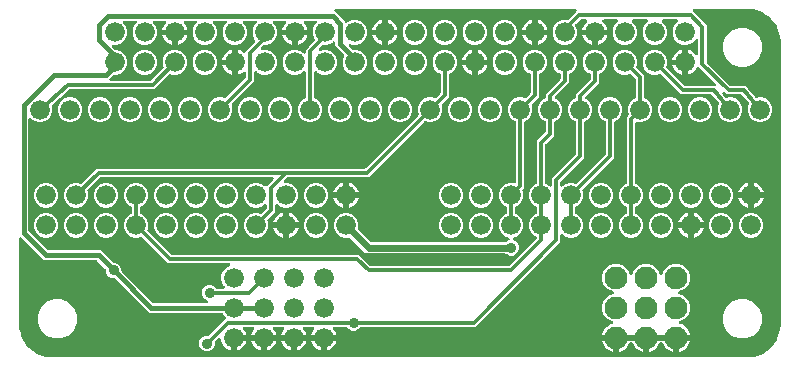
<source format=gbr>
G04 EAGLE Gerber RS-274X export*
G75*
%MOMM*%
%FSLAX34Y34*%
%LPD*%
%INBottom Copper*%
%IPPOS*%
%AMOC8*
5,1,8,0,0,1.08239X$1,22.5*%
G01*
%ADD10C,1.676400*%
%ADD11C,1.930400*%
%ADD12C,0.558800*%
%ADD13C,0.906400*%
%ADD14C,0.304800*%
%ADD15C,0.406400*%

G36*
X626850Y222136D02*
X626850Y222136D01*
X626929Y222157D01*
X627011Y222169D01*
X627151Y222217D01*
X627157Y222218D01*
X627159Y222219D01*
X627163Y222221D01*
X627848Y222505D01*
X631992Y222505D01*
X635819Y220919D01*
X638749Y217989D01*
X640335Y214162D01*
X640335Y210018D01*
X638749Y206191D01*
X635819Y203261D01*
X631992Y201675D01*
X627848Y201675D01*
X624021Y203261D01*
X621091Y206191D01*
X619505Y210018D01*
X619505Y214162D01*
X620525Y216623D01*
X620560Y216753D01*
X620601Y216883D01*
X620602Y216907D01*
X620609Y216929D01*
X620611Y217065D01*
X620618Y217201D01*
X620613Y217224D01*
X620614Y217247D01*
X620582Y217380D01*
X620555Y217512D01*
X620545Y217534D01*
X620539Y217557D01*
X620476Y217677D01*
X620417Y217799D01*
X620397Y217825D01*
X620391Y217838D01*
X620376Y217853D01*
X620321Y217928D01*
X614681Y224594D01*
X614569Y224696D01*
X614459Y224800D01*
X614452Y224804D01*
X614446Y224809D01*
X614313Y224880D01*
X614180Y224954D01*
X614173Y224956D01*
X614166Y224959D01*
X614020Y224995D01*
X613872Y225033D01*
X613862Y225034D01*
X613857Y225035D01*
X613845Y225035D01*
X613712Y225043D01*
X601777Y225043D01*
X600226Y226594D01*
X600142Y226659D01*
X600064Y226731D01*
X600017Y226756D01*
X599975Y226789D01*
X599877Y226831D01*
X599783Y226881D01*
X599732Y226894D01*
X599683Y226915D01*
X599578Y226932D01*
X599474Y226957D01*
X599422Y226957D01*
X599369Y226965D01*
X599263Y226955D01*
X599156Y226954D01*
X599105Y226940D01*
X599052Y226935D01*
X598952Y226899D01*
X598849Y226871D01*
X598803Y226845D01*
X598753Y226827D01*
X598665Y226768D01*
X598572Y226715D01*
X598534Y226679D01*
X598490Y226649D01*
X598419Y226569D01*
X598343Y226495D01*
X598315Y226450D01*
X598280Y226410D01*
X598231Y226315D01*
X598175Y226225D01*
X598159Y226174D01*
X598135Y226127D01*
X598112Y226023D01*
X598080Y225921D01*
X598077Y225869D01*
X598065Y225817D01*
X598069Y225710D01*
X598063Y225604D01*
X598073Y225552D01*
X598075Y225499D01*
X598105Y225396D01*
X598126Y225292D01*
X598149Y225244D01*
X598163Y225194D01*
X598218Y225102D01*
X598264Y225006D01*
X598314Y224938D01*
X598325Y224920D01*
X598343Y224899D01*
X598360Y224876D01*
X600308Y222574D01*
X600369Y222518D01*
X600422Y222455D01*
X600485Y222411D01*
X600543Y222358D01*
X600615Y222320D01*
X600682Y222272D01*
X600755Y222245D01*
X600823Y222208D01*
X600903Y222189D01*
X600980Y222160D01*
X601057Y222151D01*
X601132Y222133D01*
X601214Y222133D01*
X601296Y222124D01*
X601372Y222135D01*
X601450Y222136D01*
X601529Y222157D01*
X601611Y222169D01*
X601751Y222217D01*
X601757Y222218D01*
X601759Y222219D01*
X601763Y222221D01*
X602448Y222505D01*
X606592Y222505D01*
X610419Y220919D01*
X613349Y217989D01*
X614935Y214162D01*
X614935Y210018D01*
X613349Y206191D01*
X610419Y203261D01*
X606592Y201675D01*
X602448Y201675D01*
X598621Y203261D01*
X595691Y206191D01*
X594105Y210018D01*
X594105Y214162D01*
X595125Y216623D01*
X595160Y216753D01*
X595201Y216883D01*
X595202Y216907D01*
X595209Y216929D01*
X595211Y217065D01*
X595218Y217201D01*
X595213Y217224D01*
X595214Y217247D01*
X595182Y217380D01*
X595155Y217512D01*
X595145Y217534D01*
X595139Y217557D01*
X595076Y217677D01*
X595017Y217799D01*
X594997Y217825D01*
X594991Y217838D01*
X594976Y217853D01*
X594921Y217928D01*
X589281Y224594D01*
X589169Y224696D01*
X589059Y224800D01*
X589052Y224804D01*
X589046Y224809D01*
X588913Y224880D01*
X588780Y224954D01*
X588773Y224956D01*
X588766Y224959D01*
X588620Y224995D01*
X588472Y225033D01*
X588462Y225034D01*
X588457Y225035D01*
X588445Y225035D01*
X588312Y225043D01*
X563127Y225043D01*
X545914Y242256D01*
X545891Y242274D01*
X545872Y242297D01*
X545765Y242371D01*
X545663Y242451D01*
X545636Y242463D01*
X545612Y242480D01*
X545490Y242526D01*
X545371Y242577D01*
X545342Y242582D01*
X545314Y242592D01*
X545185Y242607D01*
X545057Y242627D01*
X545027Y242624D01*
X544998Y242628D01*
X544870Y242609D01*
X544740Y242597D01*
X544712Y242587D01*
X544683Y242583D01*
X544531Y242531D01*
X542972Y241885D01*
X538828Y241885D01*
X535001Y243471D01*
X532071Y246401D01*
X530485Y250228D01*
X530485Y254372D01*
X532071Y258199D01*
X535001Y261129D01*
X538828Y262715D01*
X542972Y262715D01*
X546799Y261129D01*
X549729Y258199D01*
X551315Y254372D01*
X551315Y250228D01*
X550669Y248669D01*
X550661Y248641D01*
X550648Y248614D01*
X550619Y248488D01*
X550585Y248362D01*
X550584Y248333D01*
X550578Y248304D01*
X550582Y248174D01*
X550580Y248044D01*
X550587Y248016D01*
X550588Y247986D01*
X550624Y247862D01*
X550654Y247735D01*
X550668Y247709D01*
X550676Y247681D01*
X550742Y247569D01*
X550803Y247454D01*
X550823Y247432D01*
X550838Y247407D01*
X550944Y247286D01*
X565701Y232528D01*
X565780Y232468D01*
X565852Y232400D01*
X565905Y232371D01*
X565953Y232334D01*
X566044Y232294D01*
X566130Y232246D01*
X566189Y232231D01*
X566245Y232207D01*
X566343Y232192D01*
X566438Y232167D01*
X566538Y232161D01*
X566559Y232157D01*
X566571Y232159D01*
X566599Y232157D01*
X588782Y232157D01*
X588828Y232163D01*
X588875Y232160D01*
X588986Y232182D01*
X589098Y232197D01*
X589141Y232214D01*
X589187Y232223D01*
X589288Y232272D01*
X589293Y232274D01*
X590645Y232161D01*
X590667Y232162D01*
X590751Y232157D01*
X591599Y232157D01*
X591737Y232174D01*
X591875Y232187D01*
X591895Y232194D01*
X591915Y232197D01*
X592044Y232248D01*
X592175Y232295D01*
X592192Y232306D01*
X592210Y232314D01*
X592323Y232395D01*
X592438Y232473D01*
X592451Y232489D01*
X592468Y232500D01*
X592556Y232608D01*
X592648Y232712D01*
X592658Y232730D01*
X592670Y232745D01*
X592730Y232871D01*
X592793Y232995D01*
X592797Y233015D01*
X592806Y233033D01*
X592832Y233169D01*
X592863Y233305D01*
X592862Y233326D01*
X592866Y233345D01*
X592857Y233484D01*
X592853Y233623D01*
X592847Y233643D01*
X592846Y233663D01*
X592803Y233795D01*
X592765Y233929D01*
X592754Y233946D01*
X592748Y233965D01*
X592674Y234083D01*
X592603Y234203D01*
X592584Y234224D01*
X592578Y234234D01*
X592563Y234248D01*
X592497Y234323D01*
X578431Y248389D01*
X578277Y248508D01*
X578180Y248584D01*
X578033Y248648D01*
X577888Y248710D01*
X577730Y248735D01*
X577574Y248760D01*
X577383Y248742D01*
X577258Y248731D01*
X577257Y248730D01*
X577088Y248670D01*
X576958Y248623D01*
X576818Y248528D01*
X576695Y248445D01*
X576695Y248444D01*
X576592Y248328D01*
X576485Y248206D01*
X576484Y248206D01*
X576484Y248205D01*
X576403Y248068D01*
X575642Y246575D01*
X574631Y245184D01*
X573416Y243969D01*
X572025Y242958D01*
X570493Y242177D01*
X568858Y241646D01*
X568549Y241597D01*
X568549Y251320D01*
X568534Y251438D01*
X568527Y251557D01*
X568514Y251595D01*
X568509Y251635D01*
X568466Y251746D01*
X568429Y251859D01*
X568407Y251893D01*
X568392Y251931D01*
X568323Y252027D01*
X568259Y252128D01*
X568229Y252156D01*
X568206Y252188D01*
X568114Y252264D01*
X568080Y252296D01*
X568088Y252301D01*
X568116Y252331D01*
X568149Y252355D01*
X568225Y252446D01*
X568306Y252533D01*
X568326Y252568D01*
X568351Y252600D01*
X568402Y252707D01*
X568460Y252812D01*
X568470Y252851D01*
X568487Y252887D01*
X568509Y253004D01*
X568539Y253120D01*
X568543Y253180D01*
X568547Y253200D01*
X568545Y253220D01*
X568549Y253280D01*
X568549Y263003D01*
X568858Y262954D01*
X570493Y262423D01*
X572025Y261642D01*
X573416Y260631D01*
X574631Y259416D01*
X575172Y258671D01*
X575227Y258613D01*
X575273Y258549D01*
X575335Y258498D01*
X575390Y258439D01*
X575457Y258397D01*
X575518Y258346D01*
X575591Y258312D01*
X575658Y258269D01*
X575734Y258244D01*
X575806Y258210D01*
X575885Y258195D01*
X575961Y258171D01*
X576040Y258166D01*
X576119Y258151D01*
X576198Y258156D01*
X576278Y258151D01*
X576356Y258165D01*
X576436Y258170D01*
X576512Y258195D01*
X576591Y258210D01*
X576663Y258244D01*
X576738Y258268D01*
X576806Y258311D01*
X576878Y258345D01*
X576940Y258396D01*
X577007Y258439D01*
X577062Y258497D01*
X577124Y258548D01*
X577170Y258612D01*
X577225Y258670D01*
X577264Y258740D01*
X577311Y258805D01*
X577340Y258879D01*
X577379Y258949D01*
X577399Y259026D01*
X577428Y259101D01*
X577438Y259180D01*
X577458Y259257D01*
X577468Y259415D01*
X577468Y259416D01*
X577468Y259417D01*
X577468Y271075D01*
X577451Y271213D01*
X577438Y271352D01*
X577431Y271371D01*
X577428Y271391D01*
X577377Y271520D01*
X577330Y271651D01*
X577319Y271668D01*
X577311Y271687D01*
X577230Y271799D01*
X577152Y271914D01*
X577136Y271928D01*
X577125Y271944D01*
X577017Y272033D01*
X576913Y272125D01*
X576895Y272134D01*
X576880Y272147D01*
X576754Y272206D01*
X576630Y272269D01*
X576610Y272274D01*
X576592Y272282D01*
X576456Y272308D01*
X576320Y272339D01*
X576299Y272338D01*
X576280Y272342D01*
X576141Y272333D01*
X576002Y272329D01*
X575982Y272324D01*
X575962Y272322D01*
X575830Y272280D01*
X575696Y272241D01*
X575679Y272231D01*
X575660Y272224D01*
X575542Y272150D01*
X575422Y272079D01*
X575401Y272061D01*
X575391Y272054D01*
X575377Y272039D01*
X575302Y271973D01*
X572199Y268871D01*
X568372Y267285D01*
X564228Y267285D01*
X560401Y268871D01*
X557471Y271801D01*
X555885Y275628D01*
X555885Y279772D01*
X557471Y283599D01*
X560248Y286377D01*
X560333Y286486D01*
X560422Y286593D01*
X560430Y286612D01*
X560443Y286628D01*
X560498Y286756D01*
X560557Y286881D01*
X560561Y286901D01*
X560569Y286920D01*
X560591Y287058D01*
X560617Y287194D01*
X560616Y287214D01*
X560619Y287234D01*
X560606Y287373D01*
X560597Y287511D01*
X560591Y287530D01*
X560589Y287550D01*
X560542Y287682D01*
X560499Y287813D01*
X560488Y287831D01*
X560482Y287850D01*
X560404Y287965D01*
X560329Y288082D01*
X560314Y288096D01*
X560303Y288113D01*
X560199Y288205D01*
X560098Y288300D01*
X560080Y288310D01*
X560065Y288323D01*
X559940Y288387D01*
X559819Y288454D01*
X559799Y288459D01*
X559781Y288468D01*
X559646Y288498D01*
X559511Y288533D01*
X559483Y288535D01*
X559471Y288538D01*
X559451Y288537D01*
X559350Y288543D01*
X547850Y288543D01*
X547712Y288526D01*
X547573Y288513D01*
X547554Y288506D01*
X547534Y288503D01*
X547405Y288452D01*
X547274Y288405D01*
X547257Y288394D01*
X547238Y288386D01*
X547126Y288305D01*
X547011Y288227D01*
X546997Y288211D01*
X546981Y288200D01*
X546892Y288092D01*
X546800Y287988D01*
X546791Y287970D01*
X546778Y287955D01*
X546719Y287829D01*
X546656Y287705D01*
X546651Y287685D01*
X546643Y287667D01*
X546617Y287531D01*
X546586Y287395D01*
X546587Y287374D01*
X546583Y287355D01*
X546592Y287216D01*
X546596Y287077D01*
X546601Y287057D01*
X546603Y287037D01*
X546645Y286905D01*
X546684Y286771D01*
X546694Y286754D01*
X546701Y286735D01*
X546775Y286617D01*
X546846Y286497D01*
X546864Y286476D01*
X546871Y286466D01*
X546886Y286452D01*
X546952Y286377D01*
X549729Y283599D01*
X551315Y279772D01*
X551315Y275628D01*
X549729Y271801D01*
X546799Y268871D01*
X542972Y267285D01*
X538828Y267285D01*
X535001Y268871D01*
X532071Y271801D01*
X530485Y275628D01*
X530485Y279772D01*
X532071Y283599D01*
X534848Y286377D01*
X534933Y286486D01*
X535022Y286593D01*
X535030Y286612D01*
X535043Y286628D01*
X535098Y286756D01*
X535157Y286881D01*
X535161Y286901D01*
X535169Y286920D01*
X535191Y287058D01*
X535217Y287194D01*
X535216Y287214D01*
X535219Y287234D01*
X535206Y287373D01*
X535197Y287511D01*
X535191Y287530D01*
X535189Y287550D01*
X535142Y287682D01*
X535099Y287813D01*
X535088Y287831D01*
X535082Y287850D01*
X535004Y287965D01*
X534929Y288082D01*
X534914Y288096D01*
X534903Y288113D01*
X534799Y288205D01*
X534698Y288300D01*
X534680Y288310D01*
X534665Y288323D01*
X534540Y288387D01*
X534419Y288454D01*
X534399Y288459D01*
X534381Y288468D01*
X534246Y288498D01*
X534111Y288533D01*
X534083Y288535D01*
X534071Y288538D01*
X534051Y288537D01*
X533950Y288543D01*
X522450Y288543D01*
X522312Y288526D01*
X522173Y288513D01*
X522154Y288506D01*
X522134Y288503D01*
X522005Y288452D01*
X521874Y288405D01*
X521857Y288394D01*
X521838Y288386D01*
X521726Y288305D01*
X521611Y288227D01*
X521597Y288211D01*
X521581Y288200D01*
X521492Y288092D01*
X521400Y287988D01*
X521391Y287970D01*
X521378Y287955D01*
X521319Y287829D01*
X521256Y287705D01*
X521251Y287685D01*
X521243Y287667D01*
X521217Y287531D01*
X521186Y287395D01*
X521187Y287374D01*
X521183Y287355D01*
X521192Y287216D01*
X521196Y287077D01*
X521201Y287057D01*
X521203Y287037D01*
X521245Y286905D01*
X521284Y286771D01*
X521294Y286754D01*
X521301Y286735D01*
X521375Y286617D01*
X521446Y286497D01*
X521464Y286476D01*
X521471Y286466D01*
X521486Y286452D01*
X521552Y286377D01*
X524329Y283599D01*
X525915Y279772D01*
X525915Y275628D01*
X524329Y271801D01*
X521399Y268871D01*
X517572Y267285D01*
X513428Y267285D01*
X509601Y268871D01*
X506671Y271801D01*
X505085Y275628D01*
X505085Y279772D01*
X506671Y283599D01*
X509448Y286377D01*
X509533Y286486D01*
X509622Y286593D01*
X509630Y286612D01*
X509643Y286628D01*
X509698Y286756D01*
X509757Y286881D01*
X509761Y286901D01*
X509769Y286920D01*
X509791Y287058D01*
X509817Y287194D01*
X509816Y287214D01*
X509819Y287234D01*
X509806Y287373D01*
X509797Y287511D01*
X509791Y287530D01*
X509789Y287550D01*
X509742Y287682D01*
X509699Y287813D01*
X509688Y287831D01*
X509682Y287850D01*
X509604Y287965D01*
X509529Y288082D01*
X509514Y288096D01*
X509503Y288113D01*
X509399Y288205D01*
X509298Y288300D01*
X509280Y288310D01*
X509265Y288323D01*
X509140Y288387D01*
X509019Y288454D01*
X508999Y288459D01*
X508981Y288468D01*
X508846Y288498D01*
X508711Y288533D01*
X508683Y288535D01*
X508671Y288538D01*
X508651Y288537D01*
X508550Y288543D01*
X497665Y288543D01*
X497586Y288533D01*
X497506Y288533D01*
X497429Y288513D01*
X497349Y288503D01*
X497275Y288474D01*
X497198Y288454D01*
X497128Y288416D01*
X497053Y288386D01*
X496989Y288340D01*
X496919Y288301D01*
X496861Y288247D01*
X496796Y288200D01*
X496745Y288138D01*
X496687Y288084D01*
X496644Y288016D01*
X496593Y287955D01*
X496559Y287882D01*
X496517Y287815D01*
X496492Y287739D01*
X496458Y287667D01*
X496443Y287589D01*
X496418Y287513D01*
X496413Y287433D01*
X496398Y287355D01*
X496403Y287275D01*
X496398Y287195D01*
X496413Y287117D01*
X496418Y287037D01*
X496442Y286961D01*
X496457Y286883D01*
X496491Y286811D01*
X496516Y286735D01*
X496558Y286667D01*
X496592Y286595D01*
X496643Y286534D01*
X496686Y286466D01*
X496744Y286411D01*
X496795Y286350D01*
X496917Y286249D01*
X496918Y286248D01*
X496919Y286247D01*
X497216Y286031D01*
X498431Y284816D01*
X499442Y283425D01*
X500223Y281893D01*
X500754Y280258D01*
X500803Y279949D01*
X491080Y279949D01*
X490962Y279934D01*
X490843Y279927D01*
X490805Y279914D01*
X490765Y279909D01*
X490654Y279866D01*
X490541Y279829D01*
X490507Y279807D01*
X490469Y279792D01*
X490373Y279723D01*
X490272Y279659D01*
X490244Y279629D01*
X490212Y279606D01*
X490136Y279514D01*
X490104Y279480D01*
X490099Y279488D01*
X490069Y279516D01*
X490045Y279549D01*
X489954Y279625D01*
X489867Y279706D01*
X489832Y279726D01*
X489800Y279751D01*
X489693Y279802D01*
X489588Y279860D01*
X489549Y279870D01*
X489513Y279887D01*
X489396Y279909D01*
X489280Y279939D01*
X489220Y279943D01*
X489200Y279947D01*
X489180Y279945D01*
X489120Y279949D01*
X479397Y279949D01*
X479446Y280258D01*
X479977Y281893D01*
X480758Y283425D01*
X481769Y284816D01*
X482984Y286031D01*
X483281Y286247D01*
X483339Y286302D01*
X483404Y286348D01*
X483455Y286410D01*
X483513Y286465D01*
X483556Y286532D01*
X483607Y286593D01*
X483641Y286666D01*
X483684Y286733D01*
X483708Y286809D01*
X483742Y286881D01*
X483757Y286960D01*
X483782Y287036D01*
X483787Y287115D01*
X483802Y287194D01*
X483797Y287273D01*
X483802Y287353D01*
X483787Y287431D01*
X483782Y287511D01*
X483758Y287587D01*
X483743Y287666D01*
X483709Y287738D01*
X483684Y287813D01*
X483641Y287881D01*
X483607Y287953D01*
X483557Y288015D01*
X483514Y288082D01*
X483456Y288137D01*
X483405Y288199D01*
X483341Y288245D01*
X483282Y288300D01*
X483212Y288339D01*
X483148Y288386D01*
X483074Y288415D01*
X483004Y288454D01*
X482927Y288474D01*
X482852Y288503D01*
X482773Y288513D01*
X482696Y288533D01*
X482538Y288543D01*
X482537Y288543D01*
X482536Y288543D01*
X482535Y288543D01*
X478249Y288543D01*
X478151Y288531D01*
X478052Y288528D01*
X477994Y288511D01*
X477933Y288503D01*
X477841Y288467D01*
X477746Y288439D01*
X477694Y288409D01*
X477638Y288386D01*
X477558Y288328D01*
X477472Y288278D01*
X477397Y288212D01*
X477380Y288200D01*
X477373Y288190D01*
X477351Y288172D01*
X473909Y284729D01*
X473891Y284706D01*
X473869Y284687D01*
X473794Y284581D01*
X473714Y284478D01*
X473703Y284451D01*
X473686Y284427D01*
X473640Y284305D01*
X473588Y284186D01*
X473583Y284157D01*
X473573Y284129D01*
X473559Y284000D01*
X473538Y283872D01*
X473541Y283843D01*
X473538Y283813D01*
X473556Y283685D01*
X473568Y283555D01*
X473578Y283528D01*
X473582Y283498D01*
X473634Y283346D01*
X475115Y279772D01*
X475115Y275628D01*
X473529Y271801D01*
X470599Y268871D01*
X466772Y267285D01*
X462628Y267285D01*
X458801Y268871D01*
X455871Y271801D01*
X454285Y275628D01*
X454285Y279772D01*
X455871Y283599D01*
X458801Y286529D01*
X462628Y288115D01*
X466709Y288115D01*
X466807Y288127D01*
X466906Y288130D01*
X466964Y288147D01*
X467025Y288155D01*
X467117Y288191D01*
X467212Y288219D01*
X467264Y288249D01*
X467320Y288272D01*
X467400Y288330D01*
X467486Y288380D01*
X467561Y288446D01*
X467578Y288458D01*
X467582Y288463D01*
X467585Y288466D01*
X467590Y288472D01*
X467607Y288486D01*
X472322Y293201D01*
X474413Y295293D01*
X474498Y295402D01*
X474586Y295509D01*
X474595Y295528D01*
X474608Y295544D01*
X474663Y295672D01*
X474722Y295797D01*
X474726Y295817D01*
X474734Y295836D01*
X474756Y295974D01*
X474782Y296110D01*
X474781Y296130D01*
X474784Y296150D01*
X474771Y296289D01*
X474762Y296427D01*
X474756Y296446D01*
X474754Y296466D01*
X474707Y296598D01*
X474664Y296729D01*
X474653Y296747D01*
X474646Y296766D01*
X474568Y296881D01*
X474494Y296998D01*
X474479Y297012D01*
X474468Y297029D01*
X474363Y297121D01*
X474262Y297216D01*
X474245Y297226D01*
X474229Y297239D01*
X474105Y297303D01*
X473984Y297370D01*
X473964Y297375D01*
X473946Y297384D01*
X473810Y297414D01*
X473676Y297449D01*
X473648Y297451D01*
X473636Y297454D01*
X473615Y297453D01*
X473515Y297459D01*
X270788Y297459D01*
X270651Y297442D01*
X270512Y297429D01*
X270493Y297422D01*
X270473Y297419D01*
X270344Y297368D01*
X270213Y297321D01*
X270196Y297310D01*
X270177Y297302D01*
X270065Y297221D01*
X269950Y297143D01*
X269936Y297127D01*
X269920Y297116D01*
X269831Y297008D01*
X269739Y296904D01*
X269730Y296886D01*
X269717Y296871D01*
X269658Y296745D01*
X269595Y296621D01*
X269590Y296601D01*
X269581Y296583D01*
X269555Y296447D01*
X269525Y296311D01*
X269525Y296290D01*
X269522Y296271D01*
X269530Y296132D01*
X269535Y295993D01*
X269540Y295973D01*
X269541Y295953D01*
X269584Y295821D01*
X269623Y295687D01*
X269633Y295670D01*
X269639Y295651D01*
X269714Y295533D01*
X269784Y295413D01*
X269803Y295392D01*
X269810Y295382D01*
X269825Y295368D01*
X269891Y295293D01*
X275632Y289551D01*
X278408Y286775D01*
X278415Y286701D01*
X278422Y286682D01*
X278425Y286662D01*
X278476Y286532D01*
X278523Y286402D01*
X278534Y286385D01*
X278542Y286366D01*
X278623Y286254D01*
X278701Y286139D01*
X278717Y286125D01*
X278728Y286109D01*
X278836Y286020D01*
X278940Y285928D01*
X278958Y285919D01*
X278973Y285906D01*
X279099Y285847D01*
X279223Y285784D01*
X279243Y285779D01*
X279261Y285771D01*
X279398Y285745D01*
X279533Y285714D01*
X279554Y285715D01*
X279573Y285711D01*
X279712Y285720D01*
X279851Y285724D01*
X279871Y285729D01*
X279891Y285731D01*
X280023Y285774D01*
X280157Y285812D01*
X280174Y285822D01*
X280193Y285829D01*
X280311Y285903D01*
X280431Y285974D01*
X280452Y285992D01*
X280462Y285999D01*
X280476Y286014D01*
X280552Y286080D01*
X281001Y286529D01*
X284828Y288115D01*
X288972Y288115D01*
X292799Y286529D01*
X295729Y283599D01*
X297315Y279772D01*
X297315Y275628D01*
X295729Y271801D01*
X292799Y268871D01*
X288972Y267285D01*
X284828Y267285D01*
X283767Y267725D01*
X283699Y267743D01*
X283635Y267771D01*
X283546Y267785D01*
X283460Y267809D01*
X283390Y267810D01*
X283321Y267821D01*
X283232Y267813D01*
X283142Y267814D01*
X283074Y267798D01*
X283005Y267791D01*
X282920Y267761D01*
X282833Y267740D01*
X282771Y267707D01*
X282705Y267684D01*
X282631Y267633D01*
X282552Y267591D01*
X282500Y267544D01*
X282442Y267505D01*
X282383Y267438D01*
X282316Y267377D01*
X282278Y267319D01*
X282232Y267267D01*
X282191Y267187D01*
X282142Y267112D01*
X282119Y267045D01*
X282087Y266983D01*
X282067Y266896D01*
X282038Y266811D01*
X282033Y266741D01*
X282017Y266673D01*
X282020Y266583D01*
X282013Y266494D01*
X282025Y266425D01*
X282027Y266355D01*
X282052Y266269D01*
X282067Y266180D01*
X282096Y266117D01*
X282116Y266050D01*
X282137Y266013D01*
X282140Y266005D01*
X282163Y265969D01*
X282198Y265890D01*
X282242Y265836D01*
X282277Y265776D01*
X282306Y265743D01*
X282310Y265737D01*
X282319Y265728D01*
X282383Y265655D01*
X284952Y263086D01*
X285030Y263026D01*
X285102Y262958D01*
X285155Y262929D01*
X285203Y262892D01*
X285294Y262852D01*
X285381Y262804D01*
X285439Y262789D01*
X285495Y262765D01*
X285593Y262750D01*
X285689Y262725D01*
X285789Y262719D01*
X285809Y262715D01*
X285821Y262717D01*
X285849Y262715D01*
X288972Y262715D01*
X292799Y261129D01*
X295729Y258199D01*
X297315Y254372D01*
X297315Y250228D01*
X295729Y246401D01*
X292799Y243471D01*
X288972Y241885D01*
X284828Y241885D01*
X281001Y243471D01*
X278071Y246401D01*
X276485Y250228D01*
X276485Y254372D01*
X277826Y257608D01*
X277834Y257636D01*
X277847Y257663D01*
X277875Y257789D01*
X277910Y257915D01*
X277910Y257944D01*
X277917Y257973D01*
X277913Y258103D01*
X277915Y258233D01*
X277908Y258261D01*
X277907Y258291D01*
X277871Y258415D01*
X277841Y258542D01*
X277827Y258568D01*
X277819Y258596D01*
X277753Y258708D01*
X277692Y258823D01*
X277672Y258845D01*
X277657Y258870D01*
X277551Y258991D01*
X270255Y266286D01*
X270255Y268662D01*
X270238Y268800D01*
X270225Y268939D01*
X270218Y268958D01*
X270215Y268978D01*
X270164Y269107D01*
X270117Y269238D01*
X270106Y269255D01*
X270098Y269274D01*
X270017Y269386D01*
X269939Y269501D01*
X269923Y269515D01*
X269912Y269531D01*
X269804Y269620D01*
X269700Y269712D01*
X269682Y269721D01*
X269667Y269734D01*
X269541Y269793D01*
X269417Y269856D01*
X269397Y269861D01*
X269379Y269869D01*
X269242Y269895D01*
X269107Y269926D01*
X269086Y269925D01*
X269067Y269929D01*
X268928Y269920D01*
X268789Y269916D01*
X268769Y269911D01*
X268749Y269909D01*
X268617Y269867D01*
X268483Y269828D01*
X268466Y269818D01*
X268447Y269811D01*
X268329Y269737D01*
X268209Y269666D01*
X268188Y269648D01*
X268178Y269641D01*
X268164Y269626D01*
X268089Y269560D01*
X267399Y268871D01*
X263572Y267285D01*
X260141Y267285D01*
X260043Y267273D01*
X259944Y267270D01*
X259886Y267253D01*
X259825Y267245D01*
X259733Y267209D01*
X259638Y267181D01*
X259586Y267151D01*
X259530Y267128D01*
X259450Y267070D01*
X259364Y267020D01*
X259289Y266954D01*
X259272Y266942D01*
X259265Y266932D01*
X259243Y266914D01*
X256457Y264127D01*
X256414Y264072D01*
X256364Y264023D01*
X256317Y263947D01*
X256262Y263876D01*
X256234Y263812D01*
X256198Y263752D01*
X256171Y263666D01*
X256136Y263584D01*
X256125Y263515D01*
X256104Y263448D01*
X256100Y263359D01*
X256086Y263270D01*
X256092Y263200D01*
X256089Y263131D01*
X256107Y263043D01*
X256116Y262953D01*
X256139Y262887D01*
X256153Y262819D01*
X256193Y262738D01*
X256223Y262654D01*
X256262Y262596D01*
X256293Y262533D01*
X256351Y262465D01*
X256402Y262391D01*
X256454Y262345D01*
X256499Y262291D01*
X256573Y262240D01*
X256640Y262180D01*
X256702Y262149D01*
X256759Y262108D01*
X256844Y262076D01*
X256923Y262036D01*
X256992Y262020D01*
X257057Y261996D01*
X257146Y261986D01*
X257234Y261966D01*
X257304Y261968D01*
X257373Y261960D01*
X257462Y261973D01*
X257552Y261976D01*
X257619Y261995D01*
X257688Y262005D01*
X257840Y262057D01*
X259428Y262715D01*
X263572Y262715D01*
X267399Y261129D01*
X270329Y258199D01*
X271915Y254372D01*
X271915Y250228D01*
X270329Y246401D01*
X267399Y243471D01*
X263572Y241885D01*
X259428Y241885D01*
X255601Y243471D01*
X254643Y244428D01*
X254534Y244513D01*
X254427Y244602D01*
X254408Y244610D01*
X254392Y244623D01*
X254265Y244678D01*
X254139Y244737D01*
X254119Y244741D01*
X254100Y244749D01*
X253962Y244771D01*
X253826Y244797D01*
X253806Y244796D01*
X253786Y244799D01*
X253647Y244786D01*
X253509Y244777D01*
X253490Y244771D01*
X253470Y244769D01*
X253338Y244722D01*
X253207Y244679D01*
X253189Y244668D01*
X253170Y244662D01*
X253055Y244584D01*
X252938Y244509D01*
X252924Y244494D01*
X252907Y244483D01*
X252815Y244379D01*
X252720Y244278D01*
X252710Y244260D01*
X252697Y244245D01*
X252634Y244121D01*
X252566Y243999D01*
X252561Y243979D01*
X252552Y243961D01*
X252522Y243826D01*
X252487Y243691D01*
X252485Y243663D01*
X252482Y243651D01*
X252483Y243631D01*
X252477Y243530D01*
X252477Y222738D01*
X252480Y222708D01*
X252478Y222679D01*
X252500Y222551D01*
X252517Y222422D01*
X252527Y222395D01*
X252532Y222366D01*
X252586Y222247D01*
X252634Y222126D01*
X252651Y222103D01*
X252663Y222076D01*
X252744Y221974D01*
X252820Y221869D01*
X252843Y221850D01*
X252862Y221827D01*
X252965Y221749D01*
X253065Y221666D01*
X253092Y221654D01*
X253116Y221636D01*
X253260Y221565D01*
X254819Y220919D01*
X257749Y217989D01*
X259335Y214162D01*
X259335Y210018D01*
X257749Y206191D01*
X254819Y203261D01*
X250992Y201675D01*
X246848Y201675D01*
X243021Y203261D01*
X240091Y206191D01*
X238505Y210018D01*
X238505Y214162D01*
X240091Y217989D01*
X243021Y220919D01*
X244580Y221565D01*
X244605Y221580D01*
X244633Y221589D01*
X244743Y221658D01*
X244856Y221723D01*
X244877Y221743D01*
X244902Y221759D01*
X244991Y221854D01*
X245084Y221944D01*
X245100Y221969D01*
X245120Y221991D01*
X245183Y222104D01*
X245251Y222215D01*
X245259Y222243D01*
X245274Y222269D01*
X245306Y222395D01*
X245344Y222519D01*
X245346Y222548D01*
X245353Y222577D01*
X245363Y222738D01*
X245363Y243770D01*
X245346Y243908D01*
X245333Y244047D01*
X245326Y244066D01*
X245323Y244086D01*
X245272Y244215D01*
X245225Y244346D01*
X245214Y244363D01*
X245206Y244382D01*
X245125Y244494D01*
X245047Y244609D01*
X245031Y244623D01*
X245020Y244639D01*
X244912Y244728D01*
X244808Y244820D01*
X244790Y244829D01*
X244775Y244842D01*
X244649Y244901D01*
X244525Y244964D01*
X244505Y244969D01*
X244487Y244977D01*
X244350Y245003D01*
X244215Y245034D01*
X244194Y245033D01*
X244175Y245037D01*
X244036Y245028D01*
X243897Y245024D01*
X243877Y245019D01*
X243857Y245017D01*
X243725Y244975D01*
X243591Y244936D01*
X243574Y244926D01*
X243555Y244919D01*
X243437Y244845D01*
X243317Y244774D01*
X243296Y244756D01*
X243286Y244749D01*
X243272Y244734D01*
X243197Y244668D01*
X241999Y243471D01*
X238172Y241885D01*
X234028Y241885D01*
X230201Y243471D01*
X227271Y246401D01*
X225685Y250228D01*
X225685Y254372D01*
X227271Y258199D01*
X230201Y261129D01*
X234028Y262715D01*
X238172Y262715D01*
X241999Y261129D01*
X243197Y259932D01*
X243306Y259847D01*
X243413Y259758D01*
X243432Y259750D01*
X243448Y259737D01*
X243575Y259682D01*
X243701Y259623D01*
X243721Y259619D01*
X243740Y259611D01*
X243878Y259589D01*
X244014Y259563D01*
X244034Y259564D01*
X244054Y259561D01*
X244193Y259574D01*
X244331Y259583D01*
X244350Y259589D01*
X244370Y259591D01*
X244502Y259638D01*
X244633Y259681D01*
X244651Y259692D01*
X244670Y259698D01*
X244785Y259776D01*
X244902Y259851D01*
X244916Y259866D01*
X244933Y259877D01*
X245025Y259981D01*
X245120Y260082D01*
X245130Y260100D01*
X245143Y260115D01*
X245207Y260240D01*
X245274Y260361D01*
X245279Y260381D01*
X245288Y260399D01*
X245318Y260534D01*
X245353Y260669D01*
X245355Y260697D01*
X245358Y260709D01*
X245357Y260729D01*
X245363Y260830D01*
X245363Y263093D01*
X247818Y265548D01*
X247819Y265548D01*
X252481Y270211D01*
X252499Y270234D01*
X252522Y270254D01*
X252596Y270360D01*
X252676Y270462D01*
X252688Y270489D01*
X252705Y270514D01*
X252751Y270635D01*
X252802Y270754D01*
X252807Y270783D01*
X252817Y270811D01*
X252832Y270940D01*
X252852Y271068D01*
X252849Y271098D01*
X252853Y271127D01*
X252835Y271255D01*
X252822Y271385D01*
X252812Y271413D01*
X252808Y271442D01*
X252756Y271594D01*
X251085Y275628D01*
X251085Y279772D01*
X252671Y283599D01*
X254305Y285234D01*
X254390Y285343D01*
X254479Y285450D01*
X254487Y285469D01*
X254500Y285485D01*
X254555Y285613D01*
X254614Y285738D01*
X254618Y285758D01*
X254626Y285777D01*
X254648Y285915D01*
X254674Y286051D01*
X254673Y286071D01*
X254676Y286091D01*
X254663Y286230D01*
X254654Y286368D01*
X254648Y286387D01*
X254646Y286407D01*
X254599Y286539D01*
X254556Y286670D01*
X254545Y286688D01*
X254539Y286707D01*
X254461Y286822D01*
X254386Y286939D01*
X254371Y286953D01*
X254360Y286970D01*
X254256Y287062D01*
X254155Y287157D01*
X254137Y287167D01*
X254122Y287180D01*
X253997Y287244D01*
X253876Y287311D01*
X253856Y287316D01*
X253838Y287325D01*
X253703Y287355D01*
X253568Y287390D01*
X253540Y287392D01*
X253528Y287395D01*
X253508Y287394D01*
X253407Y287400D01*
X244911Y287400D01*
X244773Y287383D01*
X244635Y287370D01*
X244616Y287363D01*
X244595Y287360D01*
X244466Y287309D01*
X244335Y287262D01*
X244319Y287251D01*
X244300Y287243D01*
X244187Y287162D01*
X244072Y287084D01*
X244059Y287068D01*
X244042Y287057D01*
X243954Y286949D01*
X243862Y286845D01*
X243853Y286827D01*
X243840Y286812D01*
X243781Y286686D01*
X243717Y286562D01*
X243713Y286542D01*
X243704Y286524D01*
X243678Y286388D01*
X243648Y286252D01*
X243648Y286231D01*
X243644Y286212D01*
X243653Y286073D01*
X243657Y285934D01*
X243663Y285914D01*
X243664Y285894D01*
X243707Y285762D01*
X243746Y285628D01*
X243756Y285611D01*
X243762Y285592D01*
X243836Y285474D01*
X243907Y285354D01*
X243926Y285333D01*
X243932Y285323D01*
X243947Y285309D01*
X244014Y285233D01*
X244431Y284816D01*
X245442Y283425D01*
X246223Y281893D01*
X246754Y280258D01*
X246803Y279949D01*
X237080Y279949D01*
X236962Y279934D01*
X236843Y279927D01*
X236805Y279914D01*
X236765Y279909D01*
X236654Y279866D01*
X236541Y279829D01*
X236507Y279807D01*
X236469Y279792D01*
X236373Y279723D01*
X236272Y279659D01*
X236244Y279629D01*
X236212Y279606D01*
X236136Y279514D01*
X236104Y279480D01*
X236099Y279488D01*
X236069Y279516D01*
X236045Y279549D01*
X235954Y279625D01*
X235867Y279706D01*
X235832Y279726D01*
X235800Y279751D01*
X235693Y279802D01*
X235588Y279860D01*
X235549Y279870D01*
X235513Y279887D01*
X235396Y279909D01*
X235280Y279939D01*
X235220Y279943D01*
X235200Y279947D01*
X235180Y279945D01*
X235120Y279949D01*
X225397Y279949D01*
X225446Y280258D01*
X225977Y281893D01*
X226758Y283425D01*
X227769Y284816D01*
X228186Y285233D01*
X228272Y285343D01*
X228360Y285450D01*
X228369Y285469D01*
X228381Y285485D01*
X228437Y285613D01*
X228496Y285738D01*
X228500Y285758D01*
X228508Y285777D01*
X228530Y285915D01*
X228556Y286051D01*
X228554Y286071D01*
X228558Y286091D01*
X228545Y286230D01*
X228536Y286368D01*
X228530Y286387D01*
X228528Y286407D01*
X228481Y286538D01*
X228438Y286670D01*
X228427Y286688D01*
X228420Y286707D01*
X228342Y286821D01*
X228268Y286939D01*
X228253Y286953D01*
X228242Y286970D01*
X228137Y287062D01*
X228036Y287157D01*
X228018Y287167D01*
X228003Y287180D01*
X227879Y287244D01*
X227758Y287311D01*
X227738Y287316D01*
X227720Y287325D01*
X227584Y287355D01*
X227450Y287390D01*
X227422Y287392D01*
X227410Y287395D01*
X227389Y287394D01*
X227289Y287400D01*
X218793Y287400D01*
X218655Y287383D01*
X218516Y287370D01*
X218497Y287363D01*
X218477Y287360D01*
X218348Y287309D01*
X218217Y287262D01*
X218200Y287251D01*
X218181Y287243D01*
X218069Y287162D01*
X217954Y287084D01*
X217940Y287068D01*
X217924Y287057D01*
X217835Y286949D01*
X217743Y286845D01*
X217734Y286827D01*
X217721Y286812D01*
X217662Y286686D01*
X217599Y286562D01*
X217594Y286542D01*
X217586Y286524D01*
X217560Y286387D01*
X217529Y286252D01*
X217530Y286231D01*
X217526Y286212D01*
X217535Y286073D01*
X217539Y285934D01*
X217544Y285914D01*
X217546Y285894D01*
X217588Y285762D01*
X217627Y285628D01*
X217637Y285611D01*
X217644Y285592D01*
X217718Y285474D01*
X217789Y285354D01*
X217807Y285333D01*
X217814Y285323D01*
X217829Y285309D01*
X217895Y285234D01*
X219529Y283599D01*
X221115Y279772D01*
X221115Y275628D01*
X219529Y271801D01*
X216599Y268871D01*
X212772Y267285D01*
X210611Y267285D01*
X210513Y267273D01*
X210414Y267270D01*
X210356Y267253D01*
X210295Y267245D01*
X210203Y267209D01*
X210108Y267181D01*
X210056Y267151D01*
X210000Y267128D01*
X209920Y267070D01*
X209834Y267020D01*
X209759Y266954D01*
X209742Y266942D01*
X209735Y266932D01*
X209713Y266914D01*
X207681Y264881D01*
X207596Y264772D01*
X207508Y264665D01*
X207499Y264646D01*
X207486Y264630D01*
X207431Y264502D01*
X207372Y264377D01*
X207368Y264357D01*
X207360Y264338D01*
X207338Y264200D01*
X207312Y264064D01*
X207313Y264044D01*
X207310Y264024D01*
X207323Y263885D01*
X207332Y263747D01*
X207338Y263728D01*
X207340Y263708D01*
X207387Y263576D01*
X207430Y263445D01*
X207441Y263427D01*
X207448Y263408D01*
X207526Y263293D01*
X207600Y263176D01*
X207615Y263162D01*
X207626Y263145D01*
X207730Y263053D01*
X207832Y262958D01*
X207850Y262948D01*
X207865Y262935D01*
X207989Y262871D01*
X208110Y262804D01*
X208130Y262799D01*
X208148Y262790D01*
X208284Y262760D01*
X208418Y262725D01*
X208446Y262723D01*
X208458Y262720D01*
X208479Y262721D01*
X208579Y262715D01*
X212772Y262715D01*
X216599Y261129D01*
X219529Y258199D01*
X221115Y254372D01*
X221115Y250228D01*
X219529Y246401D01*
X216599Y243471D01*
X212772Y241885D01*
X208628Y241885D01*
X204801Y243471D01*
X203843Y244428D01*
X203734Y244513D01*
X203627Y244602D01*
X203608Y244610D01*
X203592Y244623D01*
X203465Y244678D01*
X203339Y244737D01*
X203319Y244741D01*
X203300Y244749D01*
X203162Y244771D01*
X203026Y244797D01*
X203006Y244796D01*
X202986Y244799D01*
X202847Y244786D01*
X202709Y244777D01*
X202690Y244771D01*
X202670Y244769D01*
X202538Y244722D01*
X202407Y244679D01*
X202389Y244668D01*
X202370Y244662D01*
X202255Y244584D01*
X202138Y244509D01*
X202124Y244494D01*
X202107Y244483D01*
X202015Y244379D01*
X201920Y244278D01*
X201910Y244260D01*
X201897Y244245D01*
X201834Y244121D01*
X201766Y243999D01*
X201761Y243979D01*
X201752Y243961D01*
X201722Y243826D01*
X201687Y243691D01*
X201685Y243663D01*
X201682Y243651D01*
X201683Y243631D01*
X201677Y243530D01*
X201677Y236017D01*
X199221Y233562D01*
X182764Y217104D01*
X182746Y217081D01*
X182723Y217062D01*
X182649Y216955D01*
X182569Y216853D01*
X182557Y216826D01*
X182540Y216802D01*
X182494Y216680D01*
X182443Y216561D01*
X182438Y216532D01*
X182428Y216504D01*
X182413Y216375D01*
X182393Y216247D01*
X182396Y216217D01*
X182392Y216188D01*
X182411Y216060D01*
X182423Y215930D01*
X182433Y215902D01*
X182437Y215873D01*
X182489Y215721D01*
X183135Y214162D01*
X183135Y210018D01*
X181549Y206191D01*
X178619Y203261D01*
X174792Y201675D01*
X170648Y201675D01*
X166821Y203261D01*
X163891Y206191D01*
X162305Y210018D01*
X162305Y214162D01*
X163891Y217989D01*
X166821Y220919D01*
X170648Y222505D01*
X174792Y222505D01*
X176351Y221859D01*
X176379Y221851D01*
X176406Y221838D01*
X176532Y221809D01*
X176658Y221775D01*
X176687Y221774D01*
X176716Y221768D01*
X176846Y221772D01*
X176976Y221770D01*
X177004Y221777D01*
X177034Y221778D01*
X177158Y221814D01*
X177285Y221844D01*
X177311Y221858D01*
X177339Y221866D01*
X177451Y221932D01*
X177566Y221993D01*
X177588Y222013D01*
X177613Y222028D01*
X177734Y222134D01*
X194192Y238591D01*
X194252Y238670D01*
X194320Y238742D01*
X194349Y238795D01*
X194386Y238843D01*
X194426Y238934D01*
X194474Y239020D01*
X194489Y239079D01*
X194513Y239135D01*
X194528Y239233D01*
X194553Y239328D01*
X194559Y239428D01*
X194563Y239449D01*
X194561Y239461D01*
X194563Y239489D01*
X194563Y243052D01*
X194546Y243190D01*
X194533Y243329D01*
X194526Y243348D01*
X194523Y243368D01*
X194472Y243497D01*
X194425Y243628D01*
X194414Y243645D01*
X194406Y243663D01*
X194325Y243776D01*
X194246Y243891D01*
X194231Y243904D01*
X194220Y243921D01*
X194112Y244009D01*
X194008Y244101D01*
X193990Y244111D01*
X193975Y244123D01*
X193849Y244183D01*
X193725Y244246D01*
X193705Y244250D01*
X193687Y244259D01*
X193550Y244285D01*
X193414Y244316D01*
X193394Y244315D01*
X193375Y244319D01*
X193236Y244310D01*
X193096Y244306D01*
X193077Y244300D01*
X193057Y244299D01*
X192925Y244256D01*
X192791Y244217D01*
X192774Y244207D01*
X192755Y244201D01*
X192637Y244126D01*
X192517Y244056D01*
X192496Y244037D01*
X192486Y244031D01*
X192472Y244016D01*
X192430Y243979D01*
X191025Y242958D01*
X189493Y242177D01*
X187858Y241646D01*
X187549Y241597D01*
X187549Y251320D01*
X187534Y251438D01*
X187527Y251557D01*
X187514Y251595D01*
X187509Y251635D01*
X187466Y251746D01*
X187429Y251859D01*
X187407Y251893D01*
X187392Y251931D01*
X187323Y252027D01*
X187259Y252128D01*
X187229Y252156D01*
X187206Y252188D01*
X187114Y252264D01*
X187080Y252296D01*
X187088Y252301D01*
X187116Y252331D01*
X187149Y252355D01*
X187225Y252446D01*
X187306Y252533D01*
X187326Y252568D01*
X187351Y252600D01*
X187402Y252707D01*
X187460Y252812D01*
X187470Y252851D01*
X187487Y252887D01*
X187509Y253004D01*
X187539Y253120D01*
X187543Y253180D01*
X187547Y253200D01*
X187545Y253220D01*
X187549Y253280D01*
X187549Y263003D01*
X187858Y262954D01*
X189493Y262423D01*
X191025Y261642D01*
X192497Y260573D01*
X192498Y260572D01*
X192506Y260565D01*
X192613Y260477D01*
X192632Y260468D01*
X192647Y260456D01*
X192775Y260400D01*
X192901Y260341D01*
X192921Y260337D01*
X192939Y260329D01*
X193077Y260307D01*
X193214Y260281D01*
X193234Y260283D01*
X193253Y260279D01*
X193392Y260292D01*
X193531Y260301D01*
X193550Y260307D01*
X193570Y260309D01*
X193701Y260356D01*
X193833Y260399D01*
X193850Y260410D01*
X193869Y260417D01*
X193984Y260495D01*
X194102Y260569D01*
X194116Y260584D01*
X194132Y260595D01*
X194225Y260700D01*
X194320Y260801D01*
X194330Y260818D01*
X194343Y260833D01*
X194406Y260958D01*
X194474Y261079D01*
X194479Y261099D01*
X194488Y261117D01*
X194518Y261253D01*
X194553Y261387D01*
X194555Y261415D01*
X194557Y261427D01*
X194557Y261447D01*
X194563Y261548D01*
X194563Y261823D01*
X202308Y269568D01*
X202381Y269662D01*
X202460Y269751D01*
X202478Y269787D01*
X202503Y269819D01*
X202550Y269929D01*
X202605Y270035D01*
X202613Y270074D01*
X202629Y270111D01*
X202648Y270229D01*
X202674Y270345D01*
X202673Y270385D01*
X202679Y270425D01*
X202668Y270544D01*
X202665Y270663D01*
X202653Y270702D01*
X202650Y270742D01*
X202609Y270854D01*
X202576Y270968D01*
X202556Y271003D01*
X202542Y271041D01*
X202475Y271140D01*
X202415Y271242D01*
X202375Y271288D01*
X202363Y271304D01*
X202348Y271318D01*
X202308Y271363D01*
X201871Y271801D01*
X200285Y275628D01*
X200285Y279772D01*
X201871Y283599D01*
X203505Y285234D01*
X203590Y285343D01*
X203679Y285450D01*
X203687Y285469D01*
X203700Y285485D01*
X203755Y285613D01*
X203814Y285738D01*
X203818Y285758D01*
X203826Y285777D01*
X203848Y285915D01*
X203874Y286051D01*
X203873Y286071D01*
X203876Y286091D01*
X203863Y286230D01*
X203854Y286368D01*
X203848Y286387D01*
X203846Y286407D01*
X203799Y286539D01*
X203756Y286670D01*
X203745Y286688D01*
X203739Y286707D01*
X203661Y286822D01*
X203586Y286939D01*
X203571Y286953D01*
X203560Y286970D01*
X203456Y287062D01*
X203355Y287157D01*
X203337Y287167D01*
X203322Y287180D01*
X203197Y287244D01*
X203076Y287311D01*
X203056Y287316D01*
X203038Y287325D01*
X202903Y287355D01*
X202768Y287390D01*
X202740Y287392D01*
X202728Y287395D01*
X202708Y287394D01*
X202607Y287400D01*
X193393Y287400D01*
X193255Y287383D01*
X193116Y287370D01*
X193097Y287363D01*
X193077Y287360D01*
X192948Y287309D01*
X192817Y287262D01*
X192800Y287251D01*
X192781Y287243D01*
X192669Y287162D01*
X192554Y287084D01*
X192540Y287068D01*
X192524Y287057D01*
X192435Y286949D01*
X192343Y286845D01*
X192334Y286827D01*
X192321Y286812D01*
X192262Y286686D01*
X192199Y286562D01*
X192194Y286542D01*
X192186Y286524D01*
X192160Y286387D01*
X192129Y286252D01*
X192130Y286231D01*
X192126Y286212D01*
X192135Y286073D01*
X192139Y285934D01*
X192144Y285914D01*
X192146Y285894D01*
X192188Y285762D01*
X192227Y285628D01*
X192237Y285611D01*
X192244Y285592D01*
X192318Y285474D01*
X192389Y285354D01*
X192407Y285333D01*
X192414Y285323D01*
X192429Y285309D01*
X192495Y285234D01*
X194129Y283599D01*
X195715Y279772D01*
X195715Y275628D01*
X194129Y271801D01*
X191199Y268871D01*
X187372Y267285D01*
X183228Y267285D01*
X179401Y268871D01*
X176471Y271801D01*
X174885Y275628D01*
X174885Y279772D01*
X176471Y283599D01*
X178105Y285234D01*
X178190Y285343D01*
X178279Y285450D01*
X178287Y285469D01*
X178300Y285485D01*
X178355Y285613D01*
X178414Y285738D01*
X178418Y285758D01*
X178426Y285777D01*
X178448Y285915D01*
X178474Y286051D01*
X178473Y286071D01*
X178476Y286091D01*
X178463Y286230D01*
X178454Y286368D01*
X178448Y286387D01*
X178446Y286407D01*
X178399Y286539D01*
X178356Y286670D01*
X178345Y286688D01*
X178339Y286707D01*
X178261Y286822D01*
X178186Y286939D01*
X178171Y286953D01*
X178160Y286970D01*
X178056Y287062D01*
X177955Y287157D01*
X177937Y287167D01*
X177922Y287180D01*
X177797Y287244D01*
X177676Y287311D01*
X177656Y287316D01*
X177638Y287325D01*
X177503Y287355D01*
X177368Y287390D01*
X177340Y287392D01*
X177328Y287395D01*
X177308Y287394D01*
X177207Y287400D01*
X167993Y287400D01*
X167855Y287383D01*
X167716Y287370D01*
X167697Y287363D01*
X167677Y287360D01*
X167548Y287309D01*
X167417Y287262D01*
X167400Y287251D01*
X167381Y287243D01*
X167269Y287162D01*
X167154Y287084D01*
X167140Y287068D01*
X167124Y287057D01*
X167035Y286949D01*
X166943Y286845D01*
X166934Y286827D01*
X166921Y286812D01*
X166862Y286686D01*
X166799Y286562D01*
X166794Y286542D01*
X166786Y286524D01*
X166760Y286387D01*
X166729Y286252D01*
X166730Y286231D01*
X166726Y286212D01*
X166735Y286073D01*
X166739Y285934D01*
X166744Y285914D01*
X166746Y285894D01*
X166788Y285762D01*
X166827Y285628D01*
X166837Y285611D01*
X166844Y285592D01*
X166918Y285474D01*
X166989Y285354D01*
X167007Y285333D01*
X167014Y285323D01*
X167029Y285309D01*
X167095Y285234D01*
X168729Y283599D01*
X170315Y279772D01*
X170315Y275628D01*
X168729Y271801D01*
X165799Y268871D01*
X161972Y267285D01*
X157828Y267285D01*
X154001Y268871D01*
X151071Y271801D01*
X149485Y275628D01*
X149485Y279772D01*
X151071Y283599D01*
X152705Y285234D01*
X152790Y285343D01*
X152879Y285450D01*
X152887Y285469D01*
X152900Y285485D01*
X152955Y285613D01*
X153014Y285738D01*
X153018Y285758D01*
X153026Y285777D01*
X153048Y285915D01*
X153074Y286051D01*
X153073Y286071D01*
X153076Y286091D01*
X153063Y286230D01*
X153054Y286368D01*
X153048Y286387D01*
X153046Y286407D01*
X152999Y286539D01*
X152956Y286670D01*
X152945Y286688D01*
X152939Y286707D01*
X152861Y286822D01*
X152786Y286939D01*
X152771Y286953D01*
X152760Y286970D01*
X152656Y287062D01*
X152555Y287157D01*
X152537Y287167D01*
X152522Y287180D01*
X152397Y287244D01*
X152276Y287311D01*
X152256Y287316D01*
X152238Y287325D01*
X152103Y287355D01*
X151968Y287390D01*
X151940Y287392D01*
X151928Y287395D01*
X151908Y287394D01*
X151807Y287400D01*
X143311Y287400D01*
X143173Y287383D01*
X143035Y287370D01*
X143016Y287363D01*
X142995Y287360D01*
X142866Y287309D01*
X142735Y287262D01*
X142719Y287251D01*
X142700Y287243D01*
X142587Y287162D01*
X142472Y287084D01*
X142459Y287068D01*
X142442Y287057D01*
X142354Y286949D01*
X142262Y286845D01*
X142253Y286827D01*
X142240Y286812D01*
X142181Y286686D01*
X142117Y286562D01*
X142113Y286542D01*
X142104Y286524D01*
X142078Y286388D01*
X142048Y286252D01*
X142048Y286231D01*
X142044Y286212D01*
X142053Y286073D01*
X142057Y285934D01*
X142063Y285914D01*
X142064Y285894D01*
X142107Y285762D01*
X142146Y285628D01*
X142156Y285611D01*
X142162Y285592D01*
X142236Y285474D01*
X142307Y285354D01*
X142326Y285333D01*
X142332Y285323D01*
X142347Y285309D01*
X142414Y285233D01*
X142831Y284816D01*
X143842Y283425D01*
X144623Y281893D01*
X145154Y280258D01*
X145203Y279949D01*
X135480Y279949D01*
X135362Y279934D01*
X135243Y279927D01*
X135205Y279914D01*
X135165Y279909D01*
X135054Y279866D01*
X134941Y279829D01*
X134907Y279807D01*
X134869Y279792D01*
X134773Y279723D01*
X134672Y279659D01*
X134644Y279629D01*
X134612Y279606D01*
X134536Y279514D01*
X134504Y279480D01*
X134499Y279488D01*
X134469Y279516D01*
X134445Y279549D01*
X134354Y279625D01*
X134267Y279706D01*
X134232Y279726D01*
X134200Y279751D01*
X134093Y279802D01*
X133988Y279860D01*
X133949Y279870D01*
X133913Y279887D01*
X133796Y279909D01*
X133680Y279939D01*
X133620Y279943D01*
X133600Y279947D01*
X133580Y279945D01*
X133520Y279949D01*
X123797Y279949D01*
X123846Y280258D01*
X124377Y281893D01*
X125158Y283425D01*
X126169Y284816D01*
X126586Y285233D01*
X126672Y285343D01*
X126760Y285450D01*
X126769Y285469D01*
X126781Y285485D01*
X126837Y285613D01*
X126896Y285738D01*
X126900Y285758D01*
X126908Y285777D01*
X126930Y285915D01*
X126956Y286051D01*
X126954Y286071D01*
X126958Y286091D01*
X126945Y286230D01*
X126936Y286368D01*
X126930Y286387D01*
X126928Y286407D01*
X126881Y286538D01*
X126838Y286670D01*
X126827Y286688D01*
X126820Y286707D01*
X126742Y286821D01*
X126668Y286939D01*
X126653Y286953D01*
X126642Y286970D01*
X126537Y287062D01*
X126436Y287157D01*
X126418Y287167D01*
X126403Y287180D01*
X126279Y287244D01*
X126158Y287311D01*
X126138Y287316D01*
X126120Y287325D01*
X125984Y287355D01*
X125850Y287390D01*
X125822Y287392D01*
X125810Y287395D01*
X125789Y287394D01*
X125689Y287400D01*
X117193Y287400D01*
X117055Y287383D01*
X116916Y287370D01*
X116897Y287363D01*
X116877Y287360D01*
X116748Y287309D01*
X116617Y287262D01*
X116600Y287251D01*
X116581Y287243D01*
X116469Y287162D01*
X116354Y287084D01*
X116340Y287068D01*
X116324Y287057D01*
X116235Y286949D01*
X116143Y286845D01*
X116134Y286827D01*
X116121Y286812D01*
X116062Y286686D01*
X115999Y286562D01*
X115994Y286542D01*
X115986Y286524D01*
X115960Y286387D01*
X115929Y286252D01*
X115930Y286231D01*
X115926Y286212D01*
X115935Y286073D01*
X115939Y285934D01*
X115944Y285914D01*
X115946Y285894D01*
X115988Y285762D01*
X116027Y285628D01*
X116037Y285611D01*
X116044Y285592D01*
X116118Y285474D01*
X116189Y285354D01*
X116207Y285333D01*
X116214Y285323D01*
X116229Y285309D01*
X116295Y285234D01*
X117929Y283599D01*
X119515Y279772D01*
X119515Y275628D01*
X117929Y271801D01*
X114999Y268871D01*
X111172Y267285D01*
X107028Y267285D01*
X103201Y268871D01*
X100271Y271801D01*
X98685Y275628D01*
X98685Y279772D01*
X100271Y283599D01*
X101905Y285234D01*
X101990Y285343D01*
X102079Y285450D01*
X102087Y285469D01*
X102100Y285485D01*
X102155Y285613D01*
X102214Y285738D01*
X102218Y285758D01*
X102226Y285777D01*
X102248Y285915D01*
X102274Y286051D01*
X102273Y286071D01*
X102276Y286091D01*
X102263Y286230D01*
X102254Y286368D01*
X102248Y286387D01*
X102246Y286407D01*
X102199Y286539D01*
X102156Y286670D01*
X102145Y286688D01*
X102139Y286707D01*
X102061Y286822D01*
X101986Y286939D01*
X101971Y286953D01*
X101960Y286970D01*
X101856Y287062D01*
X101755Y287157D01*
X101737Y287167D01*
X101722Y287180D01*
X101597Y287244D01*
X101476Y287311D01*
X101456Y287316D01*
X101438Y287325D01*
X101303Y287355D01*
X101168Y287390D01*
X101140Y287392D01*
X101128Y287395D01*
X101108Y287394D01*
X101007Y287400D01*
X91793Y287400D01*
X91655Y287383D01*
X91516Y287370D01*
X91497Y287363D01*
X91477Y287360D01*
X91348Y287309D01*
X91217Y287262D01*
X91200Y287251D01*
X91181Y287243D01*
X91069Y287162D01*
X90954Y287084D01*
X90940Y287068D01*
X90924Y287057D01*
X90835Y286949D01*
X90743Y286845D01*
X90734Y286827D01*
X90721Y286812D01*
X90662Y286686D01*
X90599Y286562D01*
X90594Y286542D01*
X90586Y286524D01*
X90560Y286387D01*
X90529Y286252D01*
X90530Y286231D01*
X90526Y286212D01*
X90535Y286073D01*
X90539Y285934D01*
X90544Y285914D01*
X90546Y285894D01*
X90588Y285762D01*
X90627Y285628D01*
X90637Y285611D01*
X90644Y285592D01*
X90718Y285474D01*
X90789Y285354D01*
X90807Y285333D01*
X90814Y285323D01*
X90829Y285309D01*
X90895Y285234D01*
X92529Y283599D01*
X94115Y279772D01*
X94115Y275628D01*
X92529Y271801D01*
X89599Y268871D01*
X85772Y267285D01*
X82522Y267285D01*
X82385Y267268D01*
X82246Y267255D01*
X82227Y267248D01*
X82207Y267245D01*
X82078Y267194D01*
X81947Y267147D01*
X81930Y267136D01*
X81911Y267128D01*
X81799Y267047D01*
X81684Y266969D01*
X81670Y266953D01*
X81654Y266942D01*
X81565Y266834D01*
X81473Y266730D01*
X81464Y266712D01*
X81451Y266697D01*
X81392Y266571D01*
X81329Y266447D01*
X81324Y266427D01*
X81315Y266409D01*
X81289Y266273D01*
X81259Y266137D01*
X81259Y266116D01*
X81256Y266097D01*
X81264Y265958D01*
X81269Y265819D01*
X81274Y265799D01*
X81275Y265779D01*
X81318Y265647D01*
X81357Y265513D01*
X81367Y265496D01*
X81373Y265477D01*
X81448Y265359D01*
X81518Y265239D01*
X81537Y265218D01*
X81544Y265208D01*
X81559Y265194D01*
X81625Y265119D01*
X83657Y263086D01*
X83735Y263026D01*
X83807Y262958D01*
X83860Y262929D01*
X83908Y262892D01*
X83999Y262852D01*
X84086Y262804D01*
X84144Y262789D01*
X84200Y262765D01*
X84298Y262750D01*
X84394Y262725D01*
X84494Y262719D01*
X84514Y262715D01*
X84526Y262717D01*
X84554Y262715D01*
X85772Y262715D01*
X89599Y261129D01*
X92529Y258199D01*
X94115Y254372D01*
X94115Y250228D01*
X92529Y246401D01*
X89599Y243471D01*
X85772Y241885D01*
X83059Y241885D01*
X82961Y241873D01*
X82862Y241870D01*
X82804Y241853D01*
X82744Y241845D01*
X82652Y241809D01*
X82557Y241781D01*
X82505Y241751D01*
X82448Y241728D01*
X82368Y241670D01*
X82283Y241620D01*
X82207Y241553D01*
X82191Y241542D01*
X82183Y241532D01*
X82162Y241514D01*
X80636Y239988D01*
X79417Y238768D01*
X79332Y238659D01*
X79243Y238552D01*
X79234Y238533D01*
X79222Y238517D01*
X79167Y238390D01*
X79107Y238264D01*
X79104Y238244D01*
X79096Y238225D01*
X79074Y238087D01*
X79048Y237951D01*
X79049Y237931D01*
X79046Y237911D01*
X79059Y237772D01*
X79067Y237634D01*
X79074Y237615D01*
X79076Y237595D01*
X79123Y237463D01*
X79165Y237332D01*
X79176Y237314D01*
X79183Y237295D01*
X79261Y237180D01*
X79336Y237063D01*
X79350Y237049D01*
X79362Y237032D01*
X79466Y236940D01*
X79567Y236845D01*
X79585Y236835D01*
X79600Y236822D01*
X79724Y236759D01*
X79846Y236691D01*
X79865Y236686D01*
X79883Y236677D01*
X80019Y236647D01*
X80154Y236612D01*
X80182Y236610D01*
X80194Y236607D01*
X80214Y236608D01*
X80314Y236602D01*
X113570Y236602D01*
X113674Y236615D01*
X113779Y236619D01*
X113831Y236635D01*
X113886Y236642D01*
X113983Y236680D01*
X114083Y236710D01*
X114130Y236738D01*
X114181Y236759D01*
X114266Y236820D01*
X114356Y236874D01*
X114421Y236933D01*
X114439Y236945D01*
X114448Y236957D01*
X114476Y236982D01*
X124505Y247196D01*
X124519Y247215D01*
X124537Y247231D01*
X124615Y247342D01*
X124697Y247449D01*
X124707Y247471D01*
X124720Y247491D01*
X124768Y247618D01*
X124821Y247742D01*
X124824Y247766D01*
X124833Y247788D01*
X124848Y247923D01*
X124868Y248057D01*
X124866Y248081D01*
X124868Y248104D01*
X124849Y248238D01*
X124835Y248373D01*
X124827Y248396D01*
X124824Y248419D01*
X124772Y248571D01*
X124085Y250228D01*
X124085Y254372D01*
X125671Y258199D01*
X128601Y261129D01*
X132428Y262715D01*
X136572Y262715D01*
X140399Y261129D01*
X143329Y258199D01*
X144915Y254372D01*
X144915Y250228D01*
X143329Y246401D01*
X140399Y243471D01*
X136572Y241885D01*
X132428Y241885D01*
X130967Y242491D01*
X130933Y242500D01*
X130901Y242516D01*
X130780Y242542D01*
X130660Y242575D01*
X130625Y242575D01*
X130590Y242583D01*
X130466Y242578D01*
X130342Y242580D01*
X130308Y242571D01*
X130272Y242570D01*
X130154Y242535D01*
X130033Y242506D01*
X130001Y242489D01*
X129968Y242479D01*
X129861Y242415D01*
X129752Y242357D01*
X129725Y242333D01*
X129695Y242315D01*
X129575Y242207D01*
X119515Y231961D01*
X119459Y231887D01*
X119395Y231819D01*
X119390Y231810D01*
X118126Y230546D01*
X118124Y230543D01*
X118118Y230538D01*
X117087Y229488D01*
X115617Y229488D01*
X115613Y229488D01*
X115606Y229488D01*
X113807Y229472D01*
X113783Y229478D01*
X113669Y229485D01*
X113651Y229488D01*
X113642Y229487D01*
X113622Y229488D01*
X45654Y229488D01*
X45592Y229480D01*
X45529Y229482D01*
X45435Y229461D01*
X45339Y229448D01*
X45280Y229425D01*
X45219Y229411D01*
X45133Y229367D01*
X45043Y229331D01*
X44992Y229294D01*
X44936Y229266D01*
X44810Y229166D01*
X30666Y216552D01*
X30623Y216502D01*
X30573Y216459D01*
X30519Y216383D01*
X30457Y216312D01*
X30428Y216253D01*
X30390Y216199D01*
X30356Y216112D01*
X30314Y216028D01*
X30300Y215964D01*
X30277Y215902D01*
X30267Y215809D01*
X30247Y215717D01*
X30249Y215651D01*
X30242Y215586D01*
X30255Y215493D01*
X30258Y215399D01*
X30277Y215336D01*
X30286Y215271D01*
X30338Y215119D01*
X30735Y214162D01*
X30735Y210018D01*
X29149Y206191D01*
X26219Y203261D01*
X22392Y201675D01*
X18248Y201675D01*
X14421Y203261D01*
X12581Y205100D01*
X12472Y205185D01*
X12365Y205274D01*
X12346Y205282D01*
X12330Y205295D01*
X12202Y205350D01*
X12077Y205409D01*
X12057Y205413D01*
X12038Y205421D01*
X11900Y205443D01*
X11764Y205469D01*
X11744Y205468D01*
X11724Y205471D01*
X11585Y205458D01*
X11447Y205449D01*
X11428Y205443D01*
X11408Y205441D01*
X11276Y205394D01*
X11145Y205351D01*
X11127Y205340D01*
X11108Y205334D01*
X10993Y205256D01*
X10876Y205181D01*
X10862Y205166D01*
X10845Y205155D01*
X10753Y205051D01*
X10658Y204950D01*
X10648Y204932D01*
X10635Y204917D01*
X10571Y204792D01*
X10504Y204671D01*
X10499Y204651D01*
X10490Y204633D01*
X10460Y204498D01*
X10425Y204363D01*
X10423Y204335D01*
X10420Y204323D01*
X10421Y204303D01*
X10415Y204202D01*
X10415Y110159D01*
X10427Y110061D01*
X10430Y109962D01*
X10447Y109904D01*
X10455Y109844D01*
X10491Y109752D01*
X10519Y109657D01*
X10549Y109605D01*
X10572Y109548D01*
X10630Y109468D01*
X10680Y109383D01*
X10746Y109307D01*
X10758Y109291D01*
X10768Y109283D01*
X10786Y109262D01*
X26712Y93336D01*
X26790Y93276D01*
X26862Y93208D01*
X26915Y93179D01*
X26963Y93142D01*
X27054Y93102D01*
X27141Y93054D01*
X27199Y93039D01*
X27255Y93015D01*
X27353Y93000D01*
X27449Y92975D01*
X27549Y92969D01*
X27569Y92965D01*
X27581Y92967D01*
X27609Y92965D01*
X71534Y92965D01*
X81362Y83136D01*
X81440Y83076D01*
X81512Y83008D01*
X81565Y82979D01*
X81613Y82942D01*
X81704Y82902D01*
X81791Y82854D01*
X81849Y82839D01*
X81905Y82815D01*
X82003Y82800D01*
X82099Y82775D01*
X82199Y82769D01*
X82219Y82765D01*
X82231Y82767D01*
X82259Y82765D01*
X83856Y82765D01*
X86269Y81765D01*
X88115Y79919D01*
X89115Y77506D01*
X89115Y75909D01*
X89127Y75811D01*
X89130Y75712D01*
X89147Y75654D01*
X89155Y75594D01*
X89191Y75502D01*
X89219Y75407D01*
X89249Y75354D01*
X89272Y75298D01*
X89330Y75218D01*
X89380Y75133D01*
X89446Y75057D01*
X89458Y75041D01*
X89468Y75033D01*
X89486Y75012D01*
X115612Y48886D01*
X115690Y48826D01*
X115762Y48758D01*
X115815Y48729D01*
X115863Y48692D01*
X115954Y48652D01*
X116041Y48604D01*
X116099Y48589D01*
X116155Y48565D01*
X116253Y48550D01*
X116349Y48525D01*
X116449Y48519D01*
X116469Y48515D01*
X116481Y48517D01*
X116509Y48515D01*
X161142Y48515D01*
X161211Y48523D01*
X161281Y48522D01*
X161368Y48543D01*
X161458Y48555D01*
X161522Y48580D01*
X161590Y48597D01*
X161670Y48639D01*
X161753Y48672D01*
X161810Y48713D01*
X161871Y48745D01*
X161938Y48806D01*
X162011Y48858D01*
X162055Y48912D01*
X162107Y48959D01*
X162156Y49034D01*
X162213Y49103D01*
X162243Y49167D01*
X162281Y49225D01*
X162311Y49310D01*
X162349Y49391D01*
X162362Y49460D01*
X162385Y49526D01*
X162392Y49615D01*
X162409Y49703D01*
X162404Y49773D01*
X162410Y49843D01*
X162395Y49931D01*
X162389Y50021D01*
X162367Y50087D01*
X162355Y50156D01*
X162319Y50238D01*
X162291Y50323D01*
X162254Y50382D01*
X162225Y50446D01*
X162169Y50516D01*
X162121Y50592D01*
X162070Y50640D01*
X162026Y50694D01*
X161955Y50749D01*
X161889Y50810D01*
X161828Y50844D01*
X161772Y50886D01*
X161628Y50957D01*
X160111Y51585D01*
X158265Y53431D01*
X157265Y55844D01*
X157265Y58456D01*
X158265Y60869D01*
X160111Y62715D01*
X162524Y63715D01*
X165136Y63715D01*
X167549Y62715D01*
X169185Y61078D01*
X169264Y61018D01*
X169336Y60950D01*
X169389Y60921D01*
X169437Y60884D01*
X169528Y60844D01*
X169614Y60796D01*
X169673Y60781D01*
X169729Y60757D01*
X169827Y60742D01*
X169922Y60717D01*
X170022Y60711D01*
X170043Y60707D01*
X170055Y60709D01*
X170083Y60707D01*
X175500Y60707D01*
X175638Y60724D01*
X175777Y60737D01*
X175796Y60744D01*
X175816Y60747D01*
X175945Y60798D01*
X176076Y60845D01*
X176093Y60856D01*
X176112Y60864D01*
X176224Y60945D01*
X176339Y61023D01*
X176353Y61039D01*
X176369Y61050D01*
X176458Y61158D01*
X176550Y61262D01*
X176559Y61280D01*
X176572Y61295D01*
X176631Y61421D01*
X176694Y61545D01*
X176699Y61565D01*
X176707Y61583D01*
X176733Y61720D01*
X176764Y61855D01*
X176763Y61876D01*
X176767Y61895D01*
X176758Y62034D01*
X176754Y62173D01*
X176749Y62193D01*
X176747Y62213D01*
X176705Y62345D01*
X176666Y62479D01*
X176656Y62496D01*
X176649Y62515D01*
X176575Y62633D01*
X176504Y62753D01*
X176486Y62774D01*
X176479Y62784D01*
X176464Y62798D01*
X176398Y62873D01*
X175321Y63951D01*
X173735Y67778D01*
X173735Y71922D01*
X175321Y75749D01*
X178251Y78679D01*
X180779Y79726D01*
X180839Y79761D01*
X180904Y79787D01*
X180977Y79839D01*
X181055Y79884D01*
X181105Y79932D01*
X181162Y79973D01*
X181219Y80043D01*
X181283Y80105D01*
X181320Y80165D01*
X181364Y80218D01*
X181403Y80300D01*
X181450Y80376D01*
X181470Y80443D01*
X181500Y80506D01*
X181517Y80594D01*
X181543Y80680D01*
X181547Y80750D01*
X181560Y80819D01*
X181554Y80908D01*
X181558Y80998D01*
X181544Y81066D01*
X181540Y81136D01*
X181512Y81221D01*
X181494Y81309D01*
X181463Y81372D01*
X181442Y81438D01*
X181394Y81514D01*
X181354Y81595D01*
X181309Y81648D01*
X181272Y81707D01*
X181206Y81769D01*
X181148Y81837D01*
X181091Y81877D01*
X181040Y81925D01*
X180961Y81968D01*
X180888Y82020D01*
X180823Y82045D01*
X180762Y82079D01*
X180675Y82101D01*
X180591Y82133D01*
X180521Y82141D01*
X180454Y82158D01*
X180293Y82168D01*
X128702Y82168D01*
X126247Y84624D01*
X106614Y104256D01*
X106591Y104274D01*
X106572Y104297D01*
X106465Y104371D01*
X106363Y104451D01*
X106336Y104463D01*
X106312Y104480D01*
X106190Y104526D01*
X106071Y104577D01*
X106042Y104582D01*
X106014Y104592D01*
X105885Y104607D01*
X105757Y104627D01*
X105727Y104624D01*
X105698Y104628D01*
X105570Y104609D01*
X105440Y104597D01*
X105412Y104587D01*
X105383Y104583D01*
X105231Y104531D01*
X103672Y103885D01*
X99528Y103885D01*
X95701Y105471D01*
X92771Y108401D01*
X91185Y112228D01*
X91185Y116372D01*
X92771Y120199D01*
X95701Y123129D01*
X97260Y123775D01*
X97285Y123790D01*
X97313Y123799D01*
X97423Y123868D01*
X97536Y123933D01*
X97557Y123953D01*
X97582Y123969D01*
X97671Y124063D01*
X97764Y124154D01*
X97780Y124179D01*
X97800Y124201D01*
X97863Y124314D01*
X97931Y124425D01*
X97939Y124453D01*
X97954Y124479D01*
X97986Y124605D01*
X98024Y124729D01*
X98026Y124758D01*
X98033Y124787D01*
X98043Y124948D01*
X98043Y129052D01*
X98040Y129082D01*
X98042Y129111D01*
X98020Y129239D01*
X98003Y129368D01*
X97993Y129395D01*
X97988Y129424D01*
X97934Y129543D01*
X97886Y129664D01*
X97869Y129687D01*
X97857Y129714D01*
X97776Y129816D01*
X97700Y129921D01*
X97677Y129940D01*
X97658Y129963D01*
X97555Y130041D01*
X97455Y130124D01*
X97428Y130136D01*
X97404Y130154D01*
X97260Y130225D01*
X95701Y130871D01*
X92771Y133801D01*
X91185Y137628D01*
X91185Y141772D01*
X92771Y145599D01*
X95701Y148529D01*
X99528Y150115D01*
X103672Y150115D01*
X107499Y148529D01*
X110429Y145599D01*
X112015Y141772D01*
X112015Y137628D01*
X110429Y133801D01*
X107499Y130871D01*
X105940Y130225D01*
X105915Y130210D01*
X105887Y130201D01*
X105777Y130132D01*
X105664Y130067D01*
X105643Y130047D01*
X105618Y130031D01*
X105529Y129937D01*
X105436Y129846D01*
X105420Y129821D01*
X105400Y129799D01*
X105337Y129686D01*
X105269Y129575D01*
X105261Y129547D01*
X105246Y129521D01*
X105214Y129395D01*
X105176Y129271D01*
X105174Y129242D01*
X105167Y129213D01*
X105157Y129052D01*
X105157Y124948D01*
X105160Y124918D01*
X105158Y124889D01*
X105180Y124761D01*
X105197Y124632D01*
X105207Y124605D01*
X105212Y124576D01*
X105266Y124457D01*
X105314Y124336D01*
X105331Y124313D01*
X105343Y124286D01*
X105424Y124184D01*
X105500Y124079D01*
X105523Y124060D01*
X105542Y124037D01*
X105645Y123959D01*
X105745Y123876D01*
X105772Y123864D01*
X105796Y123846D01*
X105940Y123775D01*
X107499Y123129D01*
X110429Y120199D01*
X112015Y116372D01*
X112015Y112228D01*
X111369Y110669D01*
X111361Y110641D01*
X111348Y110614D01*
X111319Y110488D01*
X111285Y110362D01*
X111284Y110333D01*
X111278Y110304D01*
X111282Y110174D01*
X111280Y110044D01*
X111287Y110016D01*
X111288Y109986D01*
X111324Y109862D01*
X111354Y109735D01*
X111368Y109709D01*
X111376Y109681D01*
X111442Y109569D01*
X111503Y109454D01*
X111523Y109432D01*
X111538Y109407D01*
X111644Y109286D01*
X131276Y89653D01*
X131355Y89593D01*
X131427Y89525D01*
X131480Y89496D01*
X131528Y89459D01*
X131619Y89419D01*
X131705Y89371D01*
X131764Y89356D01*
X131820Y89332D01*
X131918Y89317D01*
X132013Y89292D01*
X132113Y89286D01*
X132134Y89282D01*
X132146Y89284D01*
X132174Y89282D01*
X290398Y89282D01*
X299551Y80128D01*
X299630Y80068D01*
X299702Y80000D01*
X299755Y79971D01*
X299803Y79934D01*
X299894Y79894D01*
X299980Y79846D01*
X300039Y79831D01*
X300095Y79807D01*
X300193Y79792D01*
X300288Y79767D01*
X300388Y79761D01*
X300409Y79757D01*
X300421Y79759D01*
X300449Y79757D01*
X417101Y79757D01*
X417199Y79769D01*
X417298Y79772D01*
X417356Y79789D01*
X417417Y79797D01*
X417509Y79833D01*
X417604Y79861D01*
X417656Y79891D01*
X417712Y79914D01*
X417792Y79972D01*
X417878Y80022D01*
X417953Y80088D01*
X417970Y80100D01*
X417977Y80110D01*
X417999Y80128D01*
X440572Y102701D01*
X440632Y102780D01*
X440700Y102852D01*
X440729Y102905D01*
X440766Y102953D01*
X440806Y103044D01*
X440854Y103130D01*
X440869Y103189D01*
X440893Y103245D01*
X440908Y103343D01*
X440933Y103438D01*
X440939Y103538D01*
X440943Y103559D01*
X440941Y103571D01*
X440943Y103599D01*
X440943Y103652D01*
X440940Y103682D01*
X440942Y103711D01*
X440920Y103839D01*
X440903Y103968D01*
X440893Y103995D01*
X440888Y104024D01*
X440834Y104143D01*
X440786Y104264D01*
X440769Y104287D01*
X440757Y104314D01*
X440676Y104416D01*
X440600Y104521D01*
X440577Y104540D01*
X440558Y104563D01*
X440455Y104641D01*
X440355Y104724D01*
X440328Y104736D01*
X440304Y104754D01*
X440160Y104825D01*
X438601Y105471D01*
X435671Y108401D01*
X434085Y112228D01*
X434085Y116372D01*
X435671Y120199D01*
X438601Y123129D01*
X440160Y123775D01*
X440185Y123790D01*
X440213Y123799D01*
X440323Y123868D01*
X440436Y123933D01*
X440457Y123953D01*
X440482Y123969D01*
X440571Y124063D01*
X440664Y124154D01*
X440680Y124179D01*
X440700Y124201D01*
X440763Y124314D01*
X440831Y124425D01*
X440839Y124453D01*
X440854Y124479D01*
X440886Y124605D01*
X440924Y124729D01*
X440926Y124758D01*
X440933Y124787D01*
X440943Y124948D01*
X440943Y129052D01*
X440940Y129082D01*
X440942Y129111D01*
X440920Y129239D01*
X440903Y129368D01*
X440893Y129395D01*
X440888Y129424D01*
X440834Y129543D01*
X440786Y129664D01*
X440769Y129687D01*
X440757Y129714D01*
X440676Y129816D01*
X440600Y129921D01*
X440577Y129940D01*
X440558Y129963D01*
X440455Y130041D01*
X440355Y130124D01*
X440328Y130136D01*
X440304Y130154D01*
X440160Y130225D01*
X438601Y130871D01*
X435671Y133801D01*
X434085Y137628D01*
X434085Y141772D01*
X435671Y145599D01*
X438601Y148529D01*
X440160Y149175D01*
X440185Y149190D01*
X440213Y149199D01*
X440323Y149268D01*
X440436Y149333D01*
X440457Y149353D01*
X440482Y149369D01*
X440571Y149464D01*
X440664Y149554D01*
X440680Y149579D01*
X440700Y149601D01*
X440763Y149714D01*
X440831Y149825D01*
X440839Y149853D01*
X440854Y149879D01*
X440886Y150005D01*
X440924Y150129D01*
X440926Y150158D01*
X440933Y150187D01*
X440943Y150348D01*
X440943Y185623D01*
X448192Y192871D01*
X448252Y192950D01*
X448320Y193022D01*
X448349Y193075D01*
X448386Y193123D01*
X448426Y193214D01*
X448474Y193300D01*
X448489Y193359D01*
X448513Y193415D01*
X448528Y193513D01*
X448553Y193608D01*
X448559Y193708D01*
X448563Y193729D01*
X448561Y193741D01*
X448563Y193769D01*
X448563Y201442D01*
X448560Y201472D01*
X448562Y201501D01*
X448540Y201629D01*
X448523Y201758D01*
X448513Y201785D01*
X448508Y201814D01*
X448454Y201933D01*
X448406Y202054D01*
X448389Y202077D01*
X448377Y202104D01*
X448296Y202206D01*
X448220Y202311D01*
X448197Y202330D01*
X448178Y202353D01*
X448075Y202431D01*
X447975Y202514D01*
X447948Y202526D01*
X447924Y202544D01*
X447780Y202615D01*
X446221Y203261D01*
X443291Y206191D01*
X441705Y210018D01*
X441705Y214162D01*
X443291Y217989D01*
X446221Y220919D01*
X447780Y221565D01*
X447805Y221580D01*
X447833Y221589D01*
X447943Y221658D01*
X448056Y221723D01*
X448077Y221743D01*
X448102Y221759D01*
X448191Y221853D01*
X448284Y221944D01*
X448300Y221969D01*
X448320Y221991D01*
X448383Y222104D01*
X448451Y222215D01*
X448459Y222243D01*
X448474Y222269D01*
X448506Y222395D01*
X448544Y222519D01*
X448546Y222548D01*
X448553Y222577D01*
X448563Y222738D01*
X448563Y225311D01*
X460772Y237519D01*
X460832Y237597D01*
X460900Y237669D01*
X460929Y237722D01*
X460966Y237770D01*
X461006Y237861D01*
X461054Y237948D01*
X461069Y238006D01*
X461093Y238062D01*
X461108Y238160D01*
X461133Y238256D01*
X461139Y238356D01*
X461143Y238376D01*
X461141Y238388D01*
X461143Y238416D01*
X461143Y241652D01*
X461140Y241682D01*
X461142Y241711D01*
X461120Y241839D01*
X461103Y241968D01*
X461093Y241995D01*
X461088Y242024D01*
X461034Y242143D01*
X460986Y242264D01*
X460969Y242287D01*
X460957Y242314D01*
X460876Y242416D01*
X460800Y242521D01*
X460777Y242540D01*
X460758Y242563D01*
X460655Y242641D01*
X460555Y242724D01*
X460528Y242736D01*
X460504Y242754D01*
X460360Y242825D01*
X458801Y243471D01*
X455871Y246401D01*
X454285Y250228D01*
X454285Y254372D01*
X455871Y258199D01*
X458801Y261129D01*
X462628Y262715D01*
X466772Y262715D01*
X470599Y261129D01*
X473529Y258199D01*
X475115Y254372D01*
X475115Y250228D01*
X473529Y246401D01*
X470599Y243471D01*
X469040Y242825D01*
X469015Y242810D01*
X468987Y242801D01*
X468877Y242732D01*
X468764Y242667D01*
X468743Y242647D01*
X468718Y242631D01*
X468629Y242537D01*
X468536Y242446D01*
X468520Y242421D01*
X468500Y242399D01*
X468437Y242286D01*
X468369Y242175D01*
X468361Y242147D01*
X468346Y242121D01*
X468314Y241995D01*
X468276Y241871D01*
X468274Y241842D01*
X468267Y241813D01*
X468257Y241652D01*
X468257Y234944D01*
X456684Y223372D01*
X456654Y223333D01*
X456617Y223299D01*
X456557Y223207D01*
X456489Y223121D01*
X456470Y223075D01*
X456442Y223033D01*
X456407Y222930D01*
X456363Y222829D01*
X456355Y222780D01*
X456339Y222733D01*
X456330Y222623D01*
X456313Y222515D01*
X456318Y222465D01*
X456314Y222416D01*
X456333Y222308D01*
X456343Y222198D01*
X456360Y222151D01*
X456368Y222102D01*
X456413Y222002D01*
X456451Y221899D01*
X456478Y221858D01*
X456499Y221812D01*
X456567Y221726D01*
X456629Y221636D01*
X456666Y221603D01*
X456697Y221564D01*
X456785Y221498D01*
X456868Y221425D01*
X456912Y221402D01*
X456952Y221373D01*
X457096Y221302D01*
X458019Y220919D01*
X460949Y217989D01*
X462535Y214162D01*
X462535Y210018D01*
X460949Y206191D01*
X458019Y203261D01*
X456460Y202615D01*
X456435Y202600D01*
X456407Y202591D01*
X456297Y202522D01*
X456184Y202457D01*
X456163Y202437D01*
X456138Y202421D01*
X456049Y202327D01*
X455956Y202236D01*
X455940Y202211D01*
X455920Y202189D01*
X455857Y202076D01*
X455789Y201965D01*
X455781Y201937D01*
X455766Y201911D01*
X455734Y201785D01*
X455696Y201661D01*
X455694Y201632D01*
X455687Y201603D01*
X455677Y201442D01*
X455677Y190297D01*
X448428Y183049D01*
X448368Y182970D01*
X448300Y182898D01*
X448271Y182845D01*
X448234Y182797D01*
X448194Y182706D01*
X448146Y182620D01*
X448131Y182561D01*
X448107Y182505D01*
X448092Y182407D01*
X448067Y182312D01*
X448061Y182212D01*
X448057Y182191D01*
X448059Y182179D01*
X448057Y182151D01*
X448057Y150348D01*
X448060Y150318D01*
X448058Y150289D01*
X448080Y150161D01*
X448097Y150032D01*
X448107Y150005D01*
X448112Y149976D01*
X448166Y149857D01*
X448214Y149736D01*
X448231Y149713D01*
X448243Y149686D01*
X448324Y149584D01*
X448400Y149479D01*
X448423Y149460D01*
X448442Y149437D01*
X448545Y149359D01*
X448645Y149276D01*
X448672Y149264D01*
X448696Y149246D01*
X448840Y149175D01*
X450399Y148529D01*
X451477Y147452D01*
X451586Y147367D01*
X451693Y147278D01*
X451712Y147270D01*
X451728Y147257D01*
X451855Y147202D01*
X451981Y147143D01*
X452001Y147139D01*
X452020Y147131D01*
X452158Y147109D01*
X452294Y147083D01*
X452314Y147084D01*
X452334Y147081D01*
X452473Y147094D01*
X452611Y147103D01*
X452630Y147109D01*
X452650Y147111D01*
X452782Y147158D01*
X452913Y147201D01*
X452931Y147212D01*
X452950Y147218D01*
X453065Y147296D01*
X453182Y147371D01*
X453196Y147386D01*
X453213Y147397D01*
X453305Y147501D01*
X453400Y147602D01*
X453410Y147620D01*
X453423Y147635D01*
X453486Y147759D01*
X453554Y147881D01*
X453559Y147901D01*
X453568Y147919D01*
X453598Y148054D01*
X453633Y148189D01*
X453635Y148217D01*
X453638Y148229D01*
X453637Y148249D01*
X453643Y148350D01*
X453643Y153873D01*
X473592Y173821D01*
X473652Y173900D01*
X473720Y173972D01*
X473749Y174025D01*
X473786Y174073D01*
X473826Y174164D01*
X473874Y174250D01*
X473889Y174309D01*
X473913Y174365D01*
X473928Y174463D01*
X473953Y174558D01*
X473959Y174658D01*
X473963Y174679D01*
X473961Y174691D01*
X473963Y174719D01*
X473963Y201442D01*
X473960Y201472D01*
X473962Y201501D01*
X473940Y201629D01*
X473923Y201758D01*
X473913Y201785D01*
X473908Y201814D01*
X473854Y201933D01*
X473806Y202054D01*
X473789Y202077D01*
X473777Y202104D01*
X473696Y202206D01*
X473620Y202311D01*
X473597Y202330D01*
X473578Y202353D01*
X473475Y202431D01*
X473375Y202514D01*
X473348Y202526D01*
X473324Y202544D01*
X473180Y202615D01*
X471621Y203261D01*
X468691Y206191D01*
X467105Y210018D01*
X467105Y214162D01*
X468691Y217989D01*
X471621Y220919D01*
X473180Y221565D01*
X473205Y221580D01*
X473233Y221589D01*
X473343Y221658D01*
X473456Y221723D01*
X473477Y221743D01*
X473502Y221759D01*
X473591Y221853D01*
X473684Y221944D01*
X473700Y221969D01*
X473720Y221991D01*
X473783Y222104D01*
X473851Y222215D01*
X473859Y222243D01*
X473874Y222269D01*
X473906Y222395D01*
X473944Y222519D01*
X473946Y222548D01*
X473953Y222577D01*
X473963Y222738D01*
X473963Y224993D01*
X486172Y237201D01*
X486232Y237280D01*
X486300Y237352D01*
X486329Y237405D01*
X486366Y237453D01*
X486406Y237544D01*
X486454Y237630D01*
X486469Y237689D01*
X486493Y237745D01*
X486508Y237843D01*
X486533Y237938D01*
X486539Y238038D01*
X486543Y238059D01*
X486541Y238071D01*
X486543Y238099D01*
X486543Y241652D01*
X486540Y241682D01*
X486542Y241711D01*
X486520Y241839D01*
X486503Y241968D01*
X486493Y241995D01*
X486488Y242024D01*
X486434Y242143D01*
X486386Y242264D01*
X486369Y242287D01*
X486357Y242314D01*
X486276Y242416D01*
X486200Y242521D01*
X486177Y242540D01*
X486158Y242563D01*
X486055Y242641D01*
X485955Y242724D01*
X485928Y242736D01*
X485904Y242754D01*
X485760Y242825D01*
X484201Y243471D01*
X481271Y246401D01*
X479685Y250228D01*
X479685Y254372D01*
X481271Y258199D01*
X484201Y261129D01*
X488028Y262715D01*
X492172Y262715D01*
X495999Y261129D01*
X498929Y258199D01*
X500515Y254372D01*
X500515Y250228D01*
X498929Y246401D01*
X495999Y243471D01*
X494440Y242825D01*
X494415Y242810D01*
X494387Y242801D01*
X494277Y242732D01*
X494164Y242667D01*
X494143Y242647D01*
X494118Y242631D01*
X494029Y242537D01*
X493936Y242446D01*
X493920Y242421D01*
X493900Y242399D01*
X493837Y242286D01*
X493769Y242175D01*
X493761Y242147D01*
X493746Y242121D01*
X493714Y241995D01*
X493676Y241871D01*
X493674Y241842D01*
X493667Y241813D01*
X493657Y241652D01*
X493657Y234627D01*
X482309Y223279D01*
X482278Y223240D01*
X482242Y223206D01*
X482181Y223114D01*
X482114Y223028D01*
X482094Y222982D01*
X482067Y222940D01*
X482031Y222837D01*
X481987Y222736D01*
X481980Y222687D01*
X481964Y222640D01*
X481955Y222530D01*
X481938Y222422D01*
X481942Y222372D01*
X481938Y222323D01*
X481957Y222214D01*
X481967Y222105D01*
X481984Y222058D01*
X481993Y222009D01*
X482038Y221909D01*
X482075Y221806D01*
X482103Y221765D01*
X482123Y221719D01*
X482192Y221634D01*
X482254Y221543D01*
X482291Y221510D01*
X482322Y221471D01*
X482410Y221405D01*
X482492Y221332D01*
X482536Y221309D01*
X482576Y221280D01*
X482721Y221209D01*
X483419Y220919D01*
X486349Y217989D01*
X487935Y214162D01*
X487935Y210018D01*
X486349Y206191D01*
X483419Y203261D01*
X481860Y202615D01*
X481835Y202600D01*
X481807Y202591D01*
X481697Y202522D01*
X481584Y202457D01*
X481563Y202437D01*
X481538Y202421D01*
X481449Y202327D01*
X481356Y202236D01*
X481340Y202211D01*
X481320Y202189D01*
X481257Y202076D01*
X481189Y201965D01*
X481181Y201937D01*
X481166Y201911D01*
X481134Y201785D01*
X481096Y201661D01*
X481094Y201632D01*
X481087Y201603D01*
X481077Y201442D01*
X481077Y171247D01*
X461128Y151299D01*
X461068Y151220D01*
X461000Y151148D01*
X460971Y151095D01*
X460934Y151047D01*
X460894Y150956D01*
X460846Y150870D01*
X460831Y150811D01*
X460807Y150755D01*
X460792Y150657D01*
X460767Y150562D01*
X460761Y150461D01*
X460757Y150441D01*
X460759Y150429D01*
X460757Y150401D01*
X460757Y148350D01*
X460774Y148212D01*
X460787Y148073D01*
X460794Y148054D01*
X460797Y148034D01*
X460848Y147905D01*
X460895Y147774D01*
X460906Y147757D01*
X460914Y147738D01*
X460995Y147626D01*
X461073Y147511D01*
X461089Y147497D01*
X461100Y147481D01*
X461208Y147392D01*
X461312Y147300D01*
X461330Y147291D01*
X461345Y147278D01*
X461471Y147219D01*
X461595Y147156D01*
X461615Y147151D01*
X461633Y147143D01*
X461770Y147117D01*
X461905Y147086D01*
X461926Y147087D01*
X461945Y147083D01*
X462084Y147092D01*
X462223Y147096D01*
X462243Y147101D01*
X462263Y147103D01*
X462395Y147145D01*
X462529Y147184D01*
X462546Y147194D01*
X462565Y147201D01*
X462683Y147275D01*
X462803Y147346D01*
X462824Y147364D01*
X462834Y147371D01*
X462848Y147386D01*
X462923Y147452D01*
X464001Y148529D01*
X467828Y150115D01*
X471972Y150115D01*
X473531Y149469D01*
X473559Y149461D01*
X473586Y149448D01*
X473712Y149419D01*
X473838Y149385D01*
X473867Y149384D01*
X473896Y149378D01*
X474026Y149382D01*
X474156Y149380D01*
X474184Y149387D01*
X474214Y149388D01*
X474338Y149424D01*
X474465Y149454D01*
X474491Y149468D01*
X474519Y149476D01*
X474631Y149542D01*
X474746Y149603D01*
X474768Y149623D01*
X474793Y149638D01*
X474914Y149744D01*
X498992Y173821D01*
X499052Y173900D01*
X499120Y173972D01*
X499149Y174025D01*
X499186Y174073D01*
X499226Y174164D01*
X499274Y174250D01*
X499289Y174309D01*
X499313Y174365D01*
X499328Y174463D01*
X499353Y174558D01*
X499359Y174658D01*
X499363Y174679D01*
X499361Y174691D01*
X499363Y174719D01*
X499363Y201442D01*
X499360Y201472D01*
X499362Y201501D01*
X499340Y201629D01*
X499323Y201758D01*
X499313Y201785D01*
X499308Y201814D01*
X499254Y201933D01*
X499206Y202054D01*
X499189Y202077D01*
X499177Y202104D01*
X499096Y202206D01*
X499020Y202311D01*
X498997Y202330D01*
X498978Y202353D01*
X498875Y202431D01*
X498775Y202514D01*
X498748Y202526D01*
X498724Y202544D01*
X498580Y202615D01*
X497021Y203261D01*
X494091Y206191D01*
X492505Y210018D01*
X492505Y214162D01*
X494091Y217989D01*
X497021Y220919D01*
X500848Y222505D01*
X504992Y222505D01*
X508819Y220919D01*
X511749Y217989D01*
X513335Y214162D01*
X513335Y210018D01*
X511749Y206191D01*
X508819Y203261D01*
X507260Y202615D01*
X507235Y202600D01*
X507207Y202591D01*
X507097Y202522D01*
X506984Y202457D01*
X506963Y202437D01*
X506938Y202421D01*
X506849Y202327D01*
X506756Y202236D01*
X506740Y202211D01*
X506720Y202189D01*
X506657Y202076D01*
X506589Y201965D01*
X506581Y201937D01*
X506566Y201911D01*
X506534Y201785D01*
X506496Y201661D01*
X506494Y201632D01*
X506487Y201603D01*
X506477Y201442D01*
X506477Y171247D01*
X479944Y144714D01*
X479926Y144691D01*
X479903Y144672D01*
X479829Y144566D01*
X479749Y144463D01*
X479737Y144436D01*
X479720Y144412D01*
X479674Y144290D01*
X479623Y144171D01*
X479618Y144142D01*
X479608Y144114D01*
X479593Y143985D01*
X479573Y143857D01*
X479576Y143827D01*
X479572Y143798D01*
X479591Y143670D01*
X479603Y143540D01*
X479613Y143512D01*
X479617Y143483D01*
X479669Y143331D01*
X480315Y141772D01*
X480315Y137628D01*
X478729Y133801D01*
X475799Y130871D01*
X474240Y130225D01*
X474215Y130210D01*
X474187Y130201D01*
X474077Y130132D01*
X473964Y130067D01*
X473943Y130047D01*
X473918Y130031D01*
X473829Y129936D01*
X473736Y129846D01*
X473720Y129821D01*
X473700Y129799D01*
X473637Y129686D01*
X473569Y129575D01*
X473561Y129547D01*
X473546Y129521D01*
X473514Y129395D01*
X473476Y129271D01*
X473474Y129242D01*
X473467Y129213D01*
X473457Y129052D01*
X473457Y124948D01*
X473460Y124918D01*
X473458Y124889D01*
X473480Y124761D01*
X473497Y124632D01*
X473507Y124605D01*
X473512Y124576D01*
X473566Y124457D01*
X473614Y124336D01*
X473631Y124313D01*
X473643Y124286D01*
X473724Y124184D01*
X473800Y124079D01*
X473823Y124060D01*
X473842Y124037D01*
X473945Y123959D01*
X474045Y123876D01*
X474072Y123864D01*
X474096Y123846D01*
X474240Y123775D01*
X475799Y123129D01*
X478729Y120199D01*
X480315Y116372D01*
X480315Y112228D01*
X478729Y108401D01*
X475799Y105471D01*
X471972Y103885D01*
X467828Y103885D01*
X464001Y105471D01*
X462923Y106548D01*
X462814Y106633D01*
X462707Y106722D01*
X462688Y106730D01*
X462672Y106743D01*
X462545Y106798D01*
X462419Y106857D01*
X462399Y106861D01*
X462380Y106869D01*
X462242Y106891D01*
X462106Y106917D01*
X462086Y106916D01*
X462066Y106919D01*
X461927Y106906D01*
X461789Y106897D01*
X461770Y106891D01*
X461750Y106889D01*
X461618Y106842D01*
X461487Y106799D01*
X461469Y106788D01*
X461450Y106782D01*
X461335Y106704D01*
X461218Y106629D01*
X461204Y106614D01*
X461187Y106603D01*
X461095Y106499D01*
X461000Y106398D01*
X460990Y106380D01*
X460977Y106365D01*
X460914Y106241D01*
X460846Y106119D01*
X460841Y106099D01*
X460832Y106081D01*
X460802Y105946D01*
X460767Y105811D01*
X460765Y105783D01*
X460762Y105771D01*
X460763Y105751D01*
X460757Y105650D01*
X460757Y100127D01*
X388823Y28193D01*
X292003Y28193D01*
X291905Y28181D01*
X291806Y28178D01*
X291747Y28161D01*
X291687Y28153D01*
X291595Y28117D01*
X291500Y28089D01*
X291448Y28059D01*
X291392Y28036D01*
X291312Y27978D01*
X291226Y27928D01*
X291151Y27862D01*
X291134Y27850D01*
X291127Y27840D01*
X291105Y27822D01*
X289469Y26185D01*
X287056Y25185D01*
X284444Y25185D01*
X282031Y26185D01*
X280395Y27822D01*
X280316Y27882D01*
X280244Y27950D01*
X280191Y27979D01*
X280143Y28016D01*
X280052Y28056D01*
X279966Y28104D01*
X279907Y28119D01*
X279851Y28143D01*
X279753Y28158D01*
X279658Y28183D01*
X279558Y28189D01*
X279537Y28193D01*
X279525Y28191D01*
X279497Y28193D01*
X269699Y28193D01*
X269660Y28188D01*
X269620Y28191D01*
X269502Y28168D01*
X269384Y28153D01*
X269347Y28139D01*
X269308Y28131D01*
X269199Y28080D01*
X269088Y28036D01*
X269056Y28013D01*
X269020Y27996D01*
X268927Y27920D01*
X268831Y27850D01*
X268805Y27819D01*
X268775Y27794D01*
X268704Y27697D01*
X268628Y27605D01*
X268611Y27569D01*
X268588Y27536D01*
X268543Y27425D01*
X268492Y27317D01*
X268485Y27278D01*
X268470Y27241D01*
X268455Y27122D01*
X268433Y27005D01*
X268435Y26965D01*
X268430Y26925D01*
X268445Y26806D01*
X268452Y26687D01*
X268465Y26649D01*
X268470Y26610D01*
X268514Y26498D01*
X268550Y26385D01*
X268572Y26351D01*
X268586Y26314D01*
X268672Y26178D01*
X269692Y24775D01*
X270473Y23243D01*
X271004Y21608D01*
X271013Y21549D01*
X261580Y21549D01*
X261462Y21534D01*
X261343Y21527D01*
X261305Y21514D01*
X261265Y21509D01*
X261154Y21466D01*
X261041Y21429D01*
X261007Y21407D01*
X260969Y21392D01*
X260873Y21323D01*
X260772Y21259D01*
X260744Y21229D01*
X260712Y21206D01*
X260636Y21114D01*
X260554Y21027D01*
X260535Y20992D01*
X260509Y20961D01*
X260458Y20853D01*
X260401Y20749D01*
X260391Y20709D01*
X260373Y20673D01*
X260353Y20566D01*
X260349Y20596D01*
X260305Y20706D01*
X260269Y20819D01*
X260247Y20854D01*
X260232Y20891D01*
X260162Y20987D01*
X260099Y21088D01*
X260069Y21116D01*
X260045Y21149D01*
X259954Y21225D01*
X259867Y21306D01*
X259832Y21326D01*
X259800Y21351D01*
X259693Y21402D01*
X259588Y21460D01*
X259549Y21470D01*
X259513Y21487D01*
X259396Y21509D01*
X259280Y21539D01*
X259220Y21543D01*
X259200Y21547D01*
X259180Y21545D01*
X259120Y21549D01*
X249687Y21549D01*
X249696Y21608D01*
X250227Y23243D01*
X251008Y24775D01*
X252028Y26178D01*
X252047Y26213D01*
X252072Y26243D01*
X252123Y26352D01*
X252181Y26457D01*
X252191Y26495D01*
X252208Y26531D01*
X252230Y26648D01*
X252260Y26765D01*
X252260Y26805D01*
X252267Y26844D01*
X252260Y26963D01*
X252260Y27083D01*
X252250Y27121D01*
X252248Y27161D01*
X252211Y27275D01*
X252181Y27391D01*
X252162Y27426D01*
X252150Y27463D01*
X252086Y27565D01*
X252028Y27670D01*
X252001Y27699D01*
X251979Y27732D01*
X251892Y27814D01*
X251810Y27901D01*
X251777Y27923D01*
X251748Y27950D01*
X251643Y28008D01*
X251542Y28072D01*
X251504Y28084D01*
X251469Y28104D01*
X251353Y28133D01*
X251240Y28171D01*
X251200Y28173D01*
X251161Y28183D01*
X251001Y28193D01*
X244299Y28193D01*
X244260Y28188D01*
X244220Y28191D01*
X244102Y28168D01*
X243984Y28153D01*
X243947Y28139D01*
X243908Y28131D01*
X243799Y28080D01*
X243688Y28036D01*
X243656Y28013D01*
X243620Y27996D01*
X243527Y27920D01*
X243431Y27850D01*
X243405Y27819D01*
X243375Y27794D01*
X243304Y27697D01*
X243228Y27605D01*
X243211Y27569D01*
X243188Y27536D01*
X243143Y27425D01*
X243092Y27317D01*
X243085Y27278D01*
X243070Y27241D01*
X243055Y27122D01*
X243033Y27005D01*
X243035Y26965D01*
X243030Y26925D01*
X243045Y26806D01*
X243052Y26687D01*
X243065Y26649D01*
X243070Y26610D01*
X243114Y26498D01*
X243150Y26385D01*
X243172Y26351D01*
X243186Y26314D01*
X243272Y26178D01*
X244292Y24775D01*
X245073Y23243D01*
X245604Y21608D01*
X245613Y21549D01*
X236180Y21549D01*
X236062Y21534D01*
X235943Y21527D01*
X235905Y21514D01*
X235865Y21509D01*
X235754Y21466D01*
X235641Y21429D01*
X235607Y21407D01*
X235569Y21392D01*
X235473Y21323D01*
X235372Y21259D01*
X235344Y21229D01*
X235312Y21206D01*
X235236Y21114D01*
X235154Y21027D01*
X235135Y20992D01*
X235109Y20961D01*
X235058Y20853D01*
X235001Y20749D01*
X234991Y20709D01*
X234973Y20673D01*
X234953Y20566D01*
X234949Y20596D01*
X234905Y20706D01*
X234869Y20819D01*
X234847Y20854D01*
X234832Y20891D01*
X234762Y20987D01*
X234699Y21088D01*
X234669Y21116D01*
X234645Y21149D01*
X234554Y21225D01*
X234467Y21306D01*
X234432Y21326D01*
X234400Y21351D01*
X234293Y21402D01*
X234188Y21460D01*
X234149Y21470D01*
X234113Y21487D01*
X233996Y21509D01*
X233880Y21539D01*
X233820Y21543D01*
X233800Y21547D01*
X233780Y21545D01*
X233720Y21549D01*
X224287Y21549D01*
X224296Y21608D01*
X224827Y23243D01*
X225608Y24775D01*
X226628Y26178D01*
X226647Y26213D01*
X226672Y26243D01*
X226723Y26352D01*
X226781Y26457D01*
X226791Y26495D01*
X226808Y26531D01*
X226830Y26648D01*
X226860Y26765D01*
X226860Y26805D01*
X226867Y26844D01*
X226860Y26963D01*
X226860Y27083D01*
X226850Y27121D01*
X226848Y27161D01*
X226811Y27275D01*
X226781Y27391D01*
X226762Y27426D01*
X226750Y27463D01*
X226686Y27565D01*
X226628Y27670D01*
X226601Y27699D01*
X226579Y27732D01*
X226492Y27814D01*
X226410Y27901D01*
X226377Y27923D01*
X226348Y27950D01*
X226243Y28008D01*
X226142Y28072D01*
X226104Y28084D01*
X226069Y28104D01*
X225953Y28133D01*
X225840Y28171D01*
X225800Y28173D01*
X225761Y28183D01*
X225601Y28193D01*
X218899Y28193D01*
X218860Y28188D01*
X218820Y28191D01*
X218702Y28168D01*
X218584Y28153D01*
X218547Y28139D01*
X218508Y28131D01*
X218399Y28080D01*
X218288Y28036D01*
X218256Y28013D01*
X218220Y27996D01*
X218127Y27920D01*
X218031Y27850D01*
X218005Y27819D01*
X217975Y27794D01*
X217904Y27697D01*
X217828Y27605D01*
X217811Y27569D01*
X217788Y27536D01*
X217743Y27425D01*
X217692Y27317D01*
X217685Y27278D01*
X217670Y27241D01*
X217655Y27122D01*
X217633Y27005D01*
X217635Y26965D01*
X217630Y26925D01*
X217645Y26806D01*
X217652Y26687D01*
X217665Y26649D01*
X217670Y26610D01*
X217714Y26498D01*
X217750Y26385D01*
X217772Y26351D01*
X217786Y26314D01*
X217872Y26178D01*
X218892Y24775D01*
X219673Y23243D01*
X220204Y21608D01*
X220213Y21549D01*
X210780Y21549D01*
X210662Y21534D01*
X210543Y21527D01*
X210505Y21514D01*
X210465Y21509D01*
X210354Y21466D01*
X210241Y21429D01*
X210207Y21407D01*
X210169Y21392D01*
X210073Y21323D01*
X209972Y21259D01*
X209944Y21229D01*
X209912Y21206D01*
X209836Y21114D01*
X209754Y21027D01*
X209735Y20992D01*
X209709Y20961D01*
X209658Y20853D01*
X209601Y20749D01*
X209591Y20709D01*
X209573Y20673D01*
X209553Y20566D01*
X209549Y20596D01*
X209505Y20706D01*
X209469Y20819D01*
X209447Y20854D01*
X209432Y20891D01*
X209362Y20987D01*
X209299Y21088D01*
X209269Y21116D01*
X209245Y21149D01*
X209154Y21225D01*
X209067Y21306D01*
X209032Y21326D01*
X209000Y21351D01*
X208893Y21402D01*
X208788Y21460D01*
X208749Y21470D01*
X208713Y21487D01*
X208596Y21509D01*
X208480Y21539D01*
X208420Y21543D01*
X208400Y21547D01*
X208380Y21545D01*
X208320Y21549D01*
X198887Y21549D01*
X198896Y21608D01*
X199427Y23243D01*
X200208Y24775D01*
X201228Y26178D01*
X201247Y26213D01*
X201272Y26243D01*
X201323Y26352D01*
X201381Y26457D01*
X201391Y26495D01*
X201408Y26531D01*
X201430Y26648D01*
X201460Y26765D01*
X201460Y26805D01*
X201467Y26844D01*
X201460Y26963D01*
X201460Y27083D01*
X201450Y27121D01*
X201448Y27161D01*
X201411Y27275D01*
X201381Y27391D01*
X201362Y27426D01*
X201350Y27463D01*
X201286Y27565D01*
X201228Y27670D01*
X201201Y27699D01*
X201179Y27732D01*
X201092Y27814D01*
X201010Y27901D01*
X200977Y27923D01*
X200948Y27950D01*
X200843Y28008D01*
X200742Y28072D01*
X200704Y28084D01*
X200669Y28104D01*
X200553Y28133D01*
X200440Y28171D01*
X200400Y28173D01*
X200361Y28183D01*
X200201Y28193D01*
X193499Y28193D01*
X193460Y28188D01*
X193420Y28191D01*
X193302Y28168D01*
X193184Y28153D01*
X193147Y28139D01*
X193108Y28131D01*
X192999Y28080D01*
X192888Y28036D01*
X192856Y28013D01*
X192820Y27996D01*
X192727Y27920D01*
X192631Y27850D01*
X192605Y27819D01*
X192575Y27794D01*
X192504Y27697D01*
X192428Y27605D01*
X192411Y27569D01*
X192388Y27536D01*
X192343Y27425D01*
X192292Y27317D01*
X192285Y27278D01*
X192270Y27241D01*
X192255Y27122D01*
X192233Y27005D01*
X192235Y26965D01*
X192230Y26925D01*
X192245Y26806D01*
X192252Y26687D01*
X192265Y26649D01*
X192270Y26610D01*
X192314Y26498D01*
X192350Y26385D01*
X192372Y26351D01*
X192386Y26314D01*
X192472Y26178D01*
X193492Y24775D01*
X194273Y23243D01*
X194804Y21608D01*
X194813Y21549D01*
X185380Y21549D01*
X185262Y21534D01*
X185143Y21527D01*
X185105Y21514D01*
X185065Y21509D01*
X184954Y21466D01*
X184841Y21429D01*
X184807Y21407D01*
X184769Y21392D01*
X184673Y21323D01*
X184572Y21259D01*
X184544Y21229D01*
X184512Y21206D01*
X184436Y21114D01*
X184354Y21027D01*
X184335Y20992D01*
X184309Y20961D01*
X184258Y20853D01*
X184201Y20749D01*
X184191Y20709D01*
X184173Y20673D01*
X184151Y20556D01*
X184121Y20441D01*
X184117Y20381D01*
X184114Y20361D01*
X184115Y20340D01*
X184111Y20280D01*
X184111Y19089D01*
X182920Y19089D01*
X182802Y19074D01*
X182683Y19067D01*
X182645Y19054D01*
X182604Y19049D01*
X182494Y19005D01*
X182381Y18969D01*
X182346Y18947D01*
X182309Y18932D01*
X182212Y18862D01*
X182112Y18799D01*
X182084Y18769D01*
X182051Y18745D01*
X181975Y18654D01*
X181894Y18567D01*
X181874Y18532D01*
X181849Y18500D01*
X181798Y18393D01*
X181740Y18288D01*
X181730Y18249D01*
X181713Y18213D01*
X181691Y18096D01*
X181661Y17980D01*
X181657Y17920D01*
X181653Y17900D01*
X181655Y17880D01*
X181651Y17820D01*
X181651Y8387D01*
X181592Y8396D01*
X179957Y8927D01*
X178425Y9708D01*
X177034Y10719D01*
X175819Y11934D01*
X174808Y13325D01*
X174027Y14857D01*
X173496Y16492D01*
X173293Y17775D01*
X173282Y17814D01*
X173278Y17853D01*
X173238Y17966D01*
X173204Y18081D01*
X173184Y18115D01*
X173171Y18153D01*
X173103Y18252D01*
X173042Y18355D01*
X173014Y18383D01*
X172992Y18416D01*
X172902Y18495D01*
X172818Y18580D01*
X172783Y18600D01*
X172754Y18626D01*
X172647Y18681D01*
X172544Y18742D01*
X172506Y18753D01*
X172470Y18771D01*
X172354Y18797D01*
X172239Y18830D01*
X172199Y18832D01*
X172160Y18840D01*
X172040Y18837D01*
X171921Y18841D01*
X171882Y18832D01*
X171842Y18831D01*
X171727Y18797D01*
X171610Y18771D01*
X171575Y18753D01*
X171537Y18742D01*
X171434Y18682D01*
X171327Y18627D01*
X171297Y18601D01*
X171263Y18581D01*
X171142Y18474D01*
X168624Y15957D01*
X168563Y15878D01*
X168495Y15806D01*
X168466Y15753D01*
X168429Y15705D01*
X168390Y15614D01*
X168342Y15528D01*
X168327Y15469D01*
X168303Y15413D01*
X168287Y15315D01*
X168262Y15220D01*
X168256Y15120D01*
X168253Y15099D01*
X168254Y15087D01*
X168252Y15059D01*
X168252Y12744D01*
X167253Y10331D01*
X165406Y8485D01*
X162993Y7485D01*
X160382Y7485D01*
X157969Y8485D01*
X156122Y10331D01*
X155123Y12744D01*
X155123Y15356D01*
X156122Y17769D01*
X157969Y19615D01*
X160382Y20615D01*
X162697Y20615D01*
X162795Y20627D01*
X162894Y20630D01*
X162952Y20647D01*
X163012Y20655D01*
X163104Y20691D01*
X163199Y20719D01*
X163251Y20749D01*
X163308Y20772D01*
X163388Y20830D01*
X163473Y20880D01*
X163549Y20946D01*
X163565Y20958D01*
X163573Y20968D01*
X163594Y20986D01*
X177342Y34734D01*
X177415Y34829D01*
X177494Y34918D01*
X177512Y34954D01*
X177537Y34986D01*
X177584Y35095D01*
X177638Y35201D01*
X177647Y35240D01*
X177663Y35278D01*
X177682Y35395D01*
X177708Y35511D01*
X177707Y35552D01*
X177713Y35592D01*
X177702Y35710D01*
X177698Y35829D01*
X177687Y35868D01*
X177683Y35908D01*
X177643Y36020D01*
X177610Y36135D01*
X177589Y36169D01*
X177576Y36208D01*
X177509Y36306D01*
X177448Y36409D01*
X177409Y36454D01*
X177397Y36471D01*
X177382Y36484D01*
X177342Y36529D01*
X175321Y38551D01*
X174885Y39602D01*
X174871Y39627D01*
X174862Y39655D01*
X174792Y39765D01*
X174728Y39878D01*
X174707Y39899D01*
X174692Y39924D01*
X174597Y40013D01*
X174507Y40106D01*
X174481Y40122D01*
X174460Y40142D01*
X174346Y40205D01*
X174235Y40273D01*
X174207Y40281D01*
X174181Y40296D01*
X174056Y40328D01*
X173932Y40366D01*
X173902Y40368D01*
X173873Y40375D01*
X173713Y40385D01*
X112616Y40385D01*
X83738Y69264D01*
X83660Y69324D01*
X83588Y69392D01*
X83535Y69421D01*
X83487Y69458D01*
X83396Y69498D01*
X83309Y69546D01*
X83251Y69561D01*
X83195Y69585D01*
X83097Y69600D01*
X83001Y69625D01*
X82901Y69631D01*
X82881Y69635D01*
X82869Y69633D01*
X82841Y69635D01*
X81244Y69635D01*
X78831Y70635D01*
X76985Y72481D01*
X75985Y74894D01*
X75985Y76491D01*
X75973Y76589D01*
X75970Y76688D01*
X75953Y76746D01*
X75945Y76806D01*
X75909Y76898D01*
X75881Y76993D01*
X75851Y77045D01*
X75828Y77102D01*
X75770Y77182D01*
X75720Y77267D01*
X75654Y77343D01*
X75642Y77359D01*
X75632Y77367D01*
X75614Y77388D01*
X68538Y84464D01*
X68460Y84524D01*
X68388Y84592D01*
X68335Y84621D01*
X68287Y84658D01*
X68196Y84698D01*
X68109Y84746D01*
X68051Y84761D01*
X67995Y84785D01*
X67897Y84800D01*
X67801Y84825D01*
X67701Y84831D01*
X67681Y84835D01*
X67669Y84833D01*
X67641Y84835D01*
X23716Y84835D01*
X20964Y87588D01*
X4707Y103844D01*
X4598Y103929D01*
X4491Y104018D01*
X4472Y104027D01*
X4456Y104039D01*
X4328Y104095D01*
X4203Y104154D01*
X4183Y104157D01*
X4164Y104165D01*
X4026Y104187D01*
X3890Y104213D01*
X3870Y104212D01*
X3850Y104215D01*
X3711Y104202D01*
X3573Y104194D01*
X3554Y104187D01*
X3534Y104185D01*
X3402Y104138D01*
X3271Y104096D01*
X3253Y104085D01*
X3234Y104078D01*
X3119Y104000D01*
X3002Y103925D01*
X2988Y103911D01*
X2971Y103899D01*
X2879Y103795D01*
X2784Y103694D01*
X2774Y103676D01*
X2761Y103661D01*
X2697Y103537D01*
X2630Y103415D01*
X2625Y103396D01*
X2616Y103378D01*
X2586Y103242D01*
X2551Y103107D01*
X2549Y103079D01*
X2546Y103067D01*
X2547Y103047D01*
X2541Y102947D01*
X2541Y30000D01*
X2543Y29978D01*
X2545Y29900D01*
X2867Y25803D01*
X2881Y25736D01*
X2885Y25667D01*
X2925Y25511D01*
X5457Y17718D01*
X5508Y17610D01*
X5551Y17500D01*
X5584Y17449D01*
X5593Y17430D01*
X5606Y17414D01*
X5638Y17364D01*
X10454Y10735D01*
X10535Y10648D01*
X10611Y10557D01*
X10658Y10518D01*
X10672Y10503D01*
X10689Y10492D01*
X10735Y10454D01*
X17364Y5638D01*
X17468Y5580D01*
X17568Y5517D01*
X17625Y5494D01*
X17643Y5484D01*
X17662Y5479D01*
X17718Y5457D01*
X25511Y2925D01*
X25579Y2912D01*
X25644Y2890D01*
X25803Y2867D01*
X29900Y2545D01*
X29922Y2546D01*
X30000Y2541D01*
X620000Y2541D01*
X620022Y2543D01*
X620100Y2545D01*
X624197Y2867D01*
X624264Y2881D01*
X624333Y2885D01*
X624489Y2925D01*
X632282Y5457D01*
X632390Y5508D01*
X632500Y5551D01*
X632551Y5584D01*
X632570Y5593D01*
X632586Y5606D01*
X632636Y5638D01*
X639265Y10454D01*
X639352Y10535D01*
X639443Y10611D01*
X639482Y10658D01*
X639497Y10672D01*
X639508Y10689D01*
X639546Y10735D01*
X644362Y17364D01*
X644420Y17468D01*
X644483Y17568D01*
X644506Y17625D01*
X644516Y17643D01*
X644521Y17662D01*
X644543Y17718D01*
X647075Y25511D01*
X647088Y25579D01*
X647110Y25644D01*
X647133Y25803D01*
X647455Y29900D01*
X647454Y29922D01*
X647459Y30000D01*
X647459Y270000D01*
X647457Y270022D01*
X647455Y270100D01*
X647133Y274197D01*
X647119Y274264D01*
X647115Y274333D01*
X647075Y274489D01*
X644543Y282282D01*
X644492Y282390D01*
X644449Y282500D01*
X644416Y282551D01*
X644407Y282570D01*
X644394Y282586D01*
X644362Y282636D01*
X639546Y289265D01*
X639465Y289352D01*
X639389Y289443D01*
X639342Y289482D01*
X639328Y289497D01*
X639311Y289508D01*
X639265Y289546D01*
X632825Y294225D01*
X632636Y294362D01*
X632532Y294420D01*
X632432Y294483D01*
X632375Y294506D01*
X632357Y294516D01*
X632338Y294521D01*
X632282Y294543D01*
X624489Y297075D01*
X624421Y297088D01*
X624356Y297110D01*
X624197Y297133D01*
X620100Y297455D01*
X620078Y297454D01*
X620000Y297459D01*
X574235Y297459D01*
X574097Y297442D01*
X573959Y297429D01*
X573939Y297422D01*
X573919Y297419D01*
X573790Y297368D01*
X573659Y297321D01*
X573642Y297310D01*
X573624Y297302D01*
X573512Y297221D01*
X573396Y297143D01*
X573383Y297127D01*
X573366Y297116D01*
X573278Y297008D01*
X573186Y296904D01*
X573176Y296886D01*
X573164Y296871D01*
X573104Y296745D01*
X573041Y296621D01*
X573037Y296601D01*
X573028Y296583D01*
X573002Y296447D01*
X572971Y296311D01*
X572972Y296290D01*
X572968Y296271D01*
X572977Y296132D01*
X572981Y295993D01*
X572987Y295973D01*
X572988Y295953D01*
X573031Y295821D01*
X573069Y295687D01*
X573080Y295670D01*
X573086Y295651D01*
X573161Y295533D01*
X573231Y295413D01*
X573250Y295392D01*
X573256Y295382D01*
X573271Y295368D01*
X573337Y295293D01*
X582126Y286503D01*
X584582Y284048D01*
X584582Y252824D01*
X584594Y252726D01*
X584597Y252627D01*
X584614Y252569D01*
X584622Y252508D01*
X584658Y252416D01*
X584686Y252321D01*
X584716Y252269D01*
X584739Y252213D01*
X584797Y252133D01*
X584847Y252047D01*
X584913Y251972D01*
X584925Y251955D01*
X584935Y251948D01*
X584953Y251926D01*
X604351Y232528D01*
X604430Y232468D01*
X604502Y232400D01*
X604555Y232371D01*
X604603Y232334D01*
X604694Y232294D01*
X604780Y232246D01*
X604839Y232231D01*
X604895Y232207D01*
X604993Y232192D01*
X605088Y232167D01*
X605188Y232161D01*
X605209Y232157D01*
X605221Y232159D01*
X605249Y232157D01*
X614182Y232157D01*
X614228Y232163D01*
X614275Y232160D01*
X614386Y232182D01*
X614498Y232197D01*
X614541Y232214D01*
X614587Y232223D01*
X614688Y232272D01*
X614693Y232274D01*
X616045Y232161D01*
X616067Y232162D01*
X616151Y232157D01*
X617497Y232157D01*
X617509Y232152D01*
X617548Y232126D01*
X617654Y232089D01*
X617659Y232087D01*
X618535Y231051D01*
X618552Y231036D01*
X618607Y230973D01*
X619559Y230021D01*
X619564Y230009D01*
X619573Y229964D01*
X619622Y229862D01*
X619664Y229757D01*
X619691Y229719D01*
X619711Y229677D01*
X619807Y229548D01*
X625708Y222574D01*
X625769Y222518D01*
X625822Y222455D01*
X625885Y222411D01*
X625943Y222358D01*
X626015Y222320D01*
X626082Y222272D01*
X626155Y222245D01*
X626223Y222208D01*
X626303Y222189D01*
X626380Y222160D01*
X626457Y222151D01*
X626532Y222133D01*
X626614Y222133D01*
X626696Y222124D01*
X626772Y222135D01*
X626850Y222136D01*
G37*
%LPC*%
G36*
X55056Y149380D02*
X55056Y149380D01*
X55084Y149387D01*
X55114Y149388D01*
X55238Y149424D01*
X55365Y149454D01*
X55391Y149468D01*
X55419Y149476D01*
X55531Y149542D01*
X55646Y149603D01*
X55668Y149623D01*
X55693Y149638D01*
X55814Y149744D01*
X65922Y159851D01*
X65922Y159852D01*
X68377Y162307D01*
X295181Y162307D01*
X295279Y162319D01*
X295378Y162322D01*
X295436Y162339D01*
X295497Y162347D01*
X295589Y162383D01*
X295684Y162411D01*
X295736Y162441D01*
X295792Y162464D01*
X295872Y162522D01*
X295958Y162572D01*
X296033Y162638D01*
X296050Y162650D01*
X296057Y162660D01*
X296079Y162678D01*
X340476Y207076D01*
X340494Y207099D01*
X340517Y207118D01*
X340591Y207225D01*
X340671Y207327D01*
X340683Y207354D01*
X340700Y207378D01*
X340746Y207500D01*
X340797Y207619D01*
X340802Y207648D01*
X340812Y207676D01*
X340827Y207805D01*
X340847Y207933D01*
X340844Y207963D01*
X340848Y207992D01*
X340829Y208120D01*
X340817Y208250D01*
X340807Y208278D01*
X340803Y208307D01*
X340751Y208459D01*
X340105Y210018D01*
X340105Y214162D01*
X341691Y217989D01*
X344621Y220919D01*
X348448Y222505D01*
X352592Y222505D01*
X354151Y221859D01*
X354179Y221851D01*
X354206Y221838D01*
X354332Y221809D01*
X354458Y221775D01*
X354487Y221774D01*
X354516Y221768D01*
X354646Y221772D01*
X354776Y221770D01*
X354804Y221777D01*
X354834Y221778D01*
X354958Y221814D01*
X355085Y221844D01*
X355111Y221858D01*
X355139Y221866D01*
X355251Y221932D01*
X355366Y221993D01*
X355388Y222013D01*
X355413Y222028D01*
X355534Y222134D01*
X359172Y225771D01*
X359232Y225850D01*
X359300Y225922D01*
X359329Y225975D01*
X359366Y226023D01*
X359406Y226114D01*
X359454Y226200D01*
X359469Y226259D01*
X359493Y226315D01*
X359508Y226413D01*
X359533Y226508D01*
X359539Y226608D01*
X359543Y226629D01*
X359541Y226641D01*
X359543Y226669D01*
X359543Y241652D01*
X359540Y241682D01*
X359542Y241711D01*
X359520Y241839D01*
X359503Y241968D01*
X359493Y241995D01*
X359488Y242024D01*
X359434Y242143D01*
X359386Y242264D01*
X359369Y242287D01*
X359357Y242314D01*
X359276Y242416D01*
X359200Y242521D01*
X359177Y242540D01*
X359158Y242563D01*
X359055Y242641D01*
X358955Y242724D01*
X358928Y242736D01*
X358904Y242754D01*
X358760Y242825D01*
X357201Y243471D01*
X354271Y246401D01*
X352685Y250228D01*
X352685Y254372D01*
X354271Y258199D01*
X357201Y261129D01*
X361028Y262715D01*
X365172Y262715D01*
X368999Y261129D01*
X371929Y258199D01*
X373515Y254372D01*
X373515Y250228D01*
X371929Y246401D01*
X368999Y243471D01*
X367440Y242825D01*
X367415Y242810D01*
X367387Y242801D01*
X367277Y242732D01*
X367164Y242667D01*
X367143Y242647D01*
X367118Y242631D01*
X367029Y242536D01*
X366936Y242446D01*
X366920Y242421D01*
X366900Y242399D01*
X366837Y242286D01*
X366769Y242175D01*
X366761Y242147D01*
X366746Y242121D01*
X366714Y241995D01*
X366676Y241871D01*
X366674Y241842D01*
X366667Y241813D01*
X366657Y241652D01*
X366657Y223197D01*
X364202Y220742D01*
X364201Y220742D01*
X360564Y217104D01*
X360546Y217081D01*
X360523Y217062D01*
X360449Y216955D01*
X360369Y216853D01*
X360357Y216826D01*
X360340Y216802D01*
X360294Y216680D01*
X360243Y216561D01*
X360238Y216532D01*
X360228Y216504D01*
X360213Y216375D01*
X360193Y216247D01*
X360196Y216217D01*
X360192Y216188D01*
X360211Y216060D01*
X360223Y215930D01*
X360233Y215902D01*
X360237Y215873D01*
X360289Y215721D01*
X360935Y214162D01*
X360935Y210018D01*
X359349Y206191D01*
X356419Y203261D01*
X352592Y201675D01*
X348448Y201675D01*
X346889Y202321D01*
X346861Y202329D01*
X346834Y202342D01*
X346708Y202371D01*
X346582Y202405D01*
X346553Y202406D01*
X346524Y202412D01*
X346394Y202408D01*
X346264Y202410D01*
X346236Y202403D01*
X346206Y202402D01*
X346082Y202366D01*
X345955Y202336D01*
X345929Y202322D01*
X345901Y202314D01*
X345789Y202248D01*
X345674Y202187D01*
X345652Y202167D01*
X345627Y202152D01*
X345506Y202046D01*
X298653Y155193D01*
X230599Y155193D01*
X230501Y155181D01*
X230402Y155178D01*
X230344Y155161D01*
X230283Y155153D01*
X230191Y155117D01*
X230096Y155089D01*
X230044Y155059D01*
X229988Y155036D01*
X229908Y154978D01*
X229822Y154928D01*
X229747Y154862D01*
X229730Y154850D01*
X229723Y154840D01*
X229701Y154822D01*
X227161Y152281D01*
X227076Y152172D01*
X226988Y152065D01*
X226979Y152046D01*
X226966Y152030D01*
X226911Y151902D01*
X226852Y151777D01*
X226848Y151757D01*
X226840Y151738D01*
X226818Y151600D01*
X226792Y151464D01*
X226793Y151444D01*
X226790Y151424D01*
X226803Y151285D01*
X226812Y151147D01*
X226818Y151128D01*
X226820Y151108D01*
X226867Y150976D01*
X226910Y150845D01*
X226921Y150827D01*
X226928Y150808D01*
X227006Y150693D01*
X227080Y150576D01*
X227095Y150562D01*
X227106Y150545D01*
X227211Y150453D01*
X227312Y150358D01*
X227329Y150348D01*
X227345Y150335D01*
X227469Y150271D01*
X227590Y150204D01*
X227610Y150199D01*
X227628Y150190D01*
X227764Y150160D01*
X227898Y150125D01*
X227926Y150123D01*
X227938Y150120D01*
X227959Y150121D01*
X228059Y150115D01*
X230672Y150115D01*
X234499Y148529D01*
X237429Y145599D01*
X239015Y141772D01*
X239015Y137628D01*
X237429Y133801D01*
X234499Y130871D01*
X230672Y129285D01*
X226528Y129285D01*
X222701Y130871D01*
X221623Y131948D01*
X221514Y132033D01*
X221407Y132122D01*
X221388Y132130D01*
X221372Y132143D01*
X221245Y132198D01*
X221119Y132257D01*
X221099Y132261D01*
X221080Y132269D01*
X220942Y132291D01*
X220806Y132317D01*
X220786Y132316D01*
X220766Y132319D01*
X220627Y132306D01*
X220489Y132297D01*
X220470Y132291D01*
X220450Y132289D01*
X220318Y132242D01*
X220187Y132199D01*
X220169Y132188D01*
X220150Y132182D01*
X220035Y132104D01*
X219918Y132029D01*
X219904Y132014D01*
X219887Y132003D01*
X219795Y131899D01*
X219700Y131798D01*
X219690Y131780D01*
X219677Y131765D01*
X219614Y131641D01*
X219546Y131519D01*
X219541Y131499D01*
X219532Y131481D01*
X219502Y131346D01*
X219467Y131211D01*
X219465Y131183D01*
X219462Y131171D01*
X219463Y131151D01*
X219457Y131050D01*
X219457Y125527D01*
X217001Y123072D01*
X213244Y119314D01*
X213226Y119291D01*
X213203Y119272D01*
X213129Y119165D01*
X213049Y119063D01*
X213037Y119036D01*
X213020Y119012D01*
X212974Y118890D01*
X212923Y118771D01*
X212918Y118742D01*
X212908Y118714D01*
X212893Y118585D01*
X212873Y118457D01*
X212876Y118427D01*
X212872Y118398D01*
X212891Y118270D01*
X212903Y118140D01*
X212913Y118112D01*
X212917Y118083D01*
X212969Y117931D01*
X213615Y116372D01*
X213615Y112228D01*
X212029Y108401D01*
X209099Y105471D01*
X205272Y103885D01*
X201128Y103885D01*
X197301Y105471D01*
X194371Y108401D01*
X192785Y112228D01*
X192785Y116372D01*
X194371Y120199D01*
X197301Y123129D01*
X201128Y124715D01*
X205272Y124715D01*
X206831Y124069D01*
X206859Y124061D01*
X206886Y124048D01*
X207012Y124019D01*
X207138Y123985D01*
X207167Y123984D01*
X207196Y123978D01*
X207326Y123982D01*
X207456Y123980D01*
X207484Y123987D01*
X207514Y123988D01*
X207638Y124024D01*
X207765Y124054D01*
X207791Y124068D01*
X207819Y124076D01*
X207931Y124142D01*
X208046Y124203D01*
X208068Y124223D01*
X208093Y124238D01*
X208214Y124344D01*
X211972Y128101D01*
X212032Y128180D01*
X212100Y128252D01*
X212129Y128305D01*
X212166Y128353D01*
X212206Y128444D01*
X212254Y128530D01*
X212269Y128589D01*
X212293Y128645D01*
X212308Y128743D01*
X212333Y128838D01*
X212339Y128938D01*
X212343Y128959D01*
X212341Y128971D01*
X212343Y128999D01*
X212343Y131050D01*
X212326Y131188D01*
X212313Y131327D01*
X212306Y131346D01*
X212303Y131366D01*
X212252Y131495D01*
X212205Y131626D01*
X212194Y131643D01*
X212186Y131662D01*
X212105Y131774D01*
X212027Y131889D01*
X212011Y131903D01*
X212000Y131919D01*
X211892Y132008D01*
X211788Y132100D01*
X211770Y132109D01*
X211755Y132122D01*
X211629Y132181D01*
X211505Y132244D01*
X211485Y132249D01*
X211467Y132257D01*
X211330Y132283D01*
X211195Y132314D01*
X211174Y132313D01*
X211155Y132317D01*
X211016Y132308D01*
X210877Y132304D01*
X210857Y132299D01*
X210837Y132297D01*
X210705Y132255D01*
X210571Y132216D01*
X210554Y132206D01*
X210535Y132199D01*
X210417Y132125D01*
X210297Y132054D01*
X210276Y132036D01*
X210266Y132029D01*
X210252Y132014D01*
X210177Y131948D01*
X209099Y130871D01*
X205272Y129285D01*
X201128Y129285D01*
X197301Y130871D01*
X194371Y133801D01*
X192785Y137628D01*
X192785Y141772D01*
X194371Y145599D01*
X197301Y148529D01*
X201128Y150115D01*
X205272Y150115D01*
X209099Y148529D01*
X210327Y147302D01*
X210421Y147229D01*
X210510Y147150D01*
X210546Y147132D01*
X210578Y147107D01*
X210687Y147060D01*
X210793Y147005D01*
X210833Y146997D01*
X210870Y146981D01*
X210988Y146962D01*
X211104Y146936D01*
X211144Y146937D01*
X211184Y146931D01*
X211303Y146942D01*
X211422Y146945D01*
X211460Y146957D01*
X211501Y146960D01*
X211613Y147001D01*
X211727Y147034D01*
X211762Y147054D01*
X211800Y147068D01*
X211898Y147135D01*
X212001Y147195D01*
X212046Y147235D01*
X212063Y147247D01*
X212077Y147262D01*
X212122Y147302D01*
X217847Y153027D01*
X217932Y153136D01*
X218020Y153243D01*
X218029Y153262D01*
X218042Y153278D01*
X218097Y153406D01*
X218156Y153531D01*
X218160Y153551D01*
X218168Y153570D01*
X218190Y153708D01*
X218216Y153844D01*
X218215Y153864D01*
X218218Y153884D01*
X218205Y154023D01*
X218196Y154161D01*
X218190Y154180D01*
X218188Y154200D01*
X218141Y154332D01*
X218098Y154463D01*
X218087Y154481D01*
X218080Y154500D01*
X218002Y154615D01*
X217928Y154732D01*
X217913Y154746D01*
X217902Y154763D01*
X217798Y154855D01*
X217696Y154950D01*
X217678Y154960D01*
X217663Y154973D01*
X217540Y155036D01*
X217418Y155104D01*
X217398Y155109D01*
X217380Y155118D01*
X217244Y155148D01*
X217110Y155183D01*
X217082Y155185D01*
X217070Y155188D01*
X217049Y155187D01*
X216949Y155193D01*
X71849Y155193D01*
X71751Y155181D01*
X71652Y155178D01*
X71594Y155161D01*
X71533Y155153D01*
X71441Y155117D01*
X71346Y155089D01*
X71294Y155059D01*
X71238Y155036D01*
X71158Y154978D01*
X71072Y154928D01*
X70997Y154862D01*
X70980Y154850D01*
X70973Y154840D01*
X70951Y154822D01*
X60844Y144714D01*
X60826Y144691D01*
X60803Y144672D01*
X60729Y144565D01*
X60649Y144463D01*
X60637Y144436D01*
X60620Y144412D01*
X60574Y144290D01*
X60523Y144171D01*
X60518Y144142D01*
X60508Y144114D01*
X60493Y143985D01*
X60473Y143857D01*
X60476Y143827D01*
X60472Y143798D01*
X60491Y143670D01*
X60503Y143540D01*
X60513Y143512D01*
X60517Y143483D01*
X60569Y143331D01*
X61215Y141772D01*
X61215Y137628D01*
X59629Y133801D01*
X56699Y130871D01*
X52872Y129285D01*
X48728Y129285D01*
X44901Y130871D01*
X41971Y133801D01*
X40385Y137628D01*
X40385Y141772D01*
X41971Y145599D01*
X44901Y148529D01*
X48728Y150115D01*
X52872Y150115D01*
X54431Y149469D01*
X54459Y149461D01*
X54486Y149448D01*
X54612Y149419D01*
X54738Y149385D01*
X54767Y149384D01*
X54796Y149378D01*
X54926Y149382D01*
X55056Y149380D01*
G37*
%LPD*%
%LPC*%
G36*
X520799Y71775D02*
X520799Y71775D01*
X520935Y71803D01*
X521072Y71826D01*
X521090Y71835D01*
X521110Y71839D01*
X521236Y71900D01*
X521362Y71957D01*
X521378Y71970D01*
X521396Y71979D01*
X521502Y72069D01*
X521610Y72156D01*
X521623Y72172D01*
X521638Y72185D01*
X521718Y72299D01*
X521802Y72410D01*
X521814Y72435D01*
X521821Y72445D01*
X521828Y72464D01*
X521873Y72554D01*
X523494Y76469D01*
X526781Y79756D01*
X531076Y81535D01*
X535724Y81535D01*
X540019Y79756D01*
X543306Y76469D01*
X544927Y72554D01*
X544996Y72434D01*
X545061Y72311D01*
X545075Y72296D01*
X545085Y72278D01*
X545182Y72178D01*
X545275Y72075D01*
X545292Y72064D01*
X545306Y72050D01*
X545424Y71977D01*
X545541Y71900D01*
X545560Y71894D01*
X545577Y71883D01*
X545710Y71842D01*
X545842Y71797D01*
X545862Y71796D01*
X545881Y71790D01*
X546020Y71783D01*
X546159Y71772D01*
X546179Y71775D01*
X546199Y71775D01*
X546335Y71803D01*
X546472Y71826D01*
X546490Y71835D01*
X546510Y71839D01*
X546636Y71900D01*
X546762Y71957D01*
X546778Y71970D01*
X546796Y71979D01*
X546902Y72069D01*
X547010Y72156D01*
X547023Y72172D01*
X547038Y72185D01*
X547118Y72299D01*
X547202Y72410D01*
X547214Y72435D01*
X547221Y72445D01*
X547228Y72464D01*
X547273Y72554D01*
X548894Y76469D01*
X552181Y79756D01*
X556476Y81535D01*
X561124Y81535D01*
X565419Y79756D01*
X568706Y76469D01*
X570485Y72174D01*
X570485Y67526D01*
X568706Y63231D01*
X565419Y59944D01*
X561504Y58323D01*
X561384Y58254D01*
X561261Y58189D01*
X561246Y58175D01*
X561228Y58165D01*
X561128Y58068D01*
X561025Y57975D01*
X561014Y57958D01*
X561000Y57944D01*
X560927Y57826D01*
X560850Y57709D01*
X560844Y57690D01*
X560833Y57673D01*
X560792Y57540D01*
X560747Y57408D01*
X560746Y57388D01*
X560740Y57369D01*
X560733Y57230D01*
X560722Y57091D01*
X560725Y57071D01*
X560725Y57051D01*
X560753Y56915D01*
X560776Y56778D01*
X560785Y56760D01*
X560789Y56740D01*
X560850Y56614D01*
X560907Y56488D01*
X560920Y56472D01*
X560929Y56454D01*
X561019Y56348D01*
X561106Y56240D01*
X561122Y56227D01*
X561135Y56212D01*
X561249Y56132D01*
X561360Y56048D01*
X561385Y56036D01*
X561395Y56029D01*
X561414Y56022D01*
X561504Y55977D01*
X565419Y54356D01*
X568706Y51069D01*
X570485Y46774D01*
X570485Y42126D01*
X568706Y37831D01*
X565419Y34544D01*
X562070Y33157D01*
X562044Y33142D01*
X562016Y33133D01*
X561906Y33064D01*
X561794Y33000D01*
X561772Y32979D01*
X561747Y32963D01*
X561659Y32869D01*
X561565Y32778D01*
X561550Y32753D01*
X561529Y32731D01*
X561467Y32618D01*
X561399Y32507D01*
X561390Y32479D01*
X561376Y32452D01*
X561344Y32327D01*
X561306Y32203D01*
X561304Y32173D01*
X561297Y32144D01*
X561297Y32015D01*
X561290Y31886D01*
X561296Y31856D01*
X561296Y31826D01*
X561329Y31701D01*
X561355Y31574D01*
X561368Y31547D01*
X561375Y31518D01*
X561437Y31405D01*
X561494Y31288D01*
X561514Y31266D01*
X561528Y31239D01*
X561617Y31145D01*
X561701Y31046D01*
X561725Y31029D01*
X561746Y31007D01*
X561855Y30938D01*
X561961Y30863D01*
X561989Y30853D01*
X562014Y30837D01*
X562164Y30777D01*
X563480Y30349D01*
X565190Y29478D01*
X566743Y28350D01*
X568100Y26993D01*
X569228Y25440D01*
X570099Y23730D01*
X570693Y21905D01*
X570749Y21549D01*
X560030Y21549D01*
X559912Y21534D01*
X559793Y21527D01*
X559755Y21514D01*
X559715Y21509D01*
X559604Y21466D01*
X559491Y21429D01*
X559457Y21407D01*
X559419Y21392D01*
X559323Y21323D01*
X559222Y21259D01*
X559194Y21229D01*
X559162Y21206D01*
X559086Y21114D01*
X559004Y21027D01*
X558985Y20992D01*
X558959Y20961D01*
X558908Y20853D01*
X558851Y20749D01*
X558841Y20709D01*
X558823Y20673D01*
X558803Y20566D01*
X558799Y20596D01*
X558755Y20706D01*
X558719Y20819D01*
X558697Y20854D01*
X558682Y20891D01*
X558612Y20987D01*
X558549Y21088D01*
X558519Y21116D01*
X558495Y21149D01*
X558404Y21225D01*
X558317Y21306D01*
X558282Y21326D01*
X558250Y21351D01*
X558143Y21402D01*
X558038Y21460D01*
X557999Y21470D01*
X557963Y21487D01*
X557846Y21509D01*
X557730Y21539D01*
X557670Y21543D01*
X557650Y21547D01*
X557630Y21545D01*
X557570Y21549D01*
X534630Y21549D01*
X534512Y21534D01*
X534393Y21527D01*
X534355Y21514D01*
X534315Y21509D01*
X534204Y21466D01*
X534091Y21429D01*
X534057Y21407D01*
X534019Y21392D01*
X533923Y21323D01*
X533822Y21259D01*
X533794Y21229D01*
X533762Y21206D01*
X533686Y21114D01*
X533604Y21027D01*
X533585Y20992D01*
X533559Y20961D01*
X533508Y20853D01*
X533451Y20749D01*
X533441Y20709D01*
X533423Y20673D01*
X533403Y20566D01*
X533399Y20596D01*
X533355Y20706D01*
X533319Y20819D01*
X533297Y20854D01*
X533282Y20891D01*
X533212Y20987D01*
X533149Y21088D01*
X533119Y21116D01*
X533095Y21149D01*
X533004Y21225D01*
X532917Y21306D01*
X532882Y21326D01*
X532850Y21351D01*
X532743Y21402D01*
X532638Y21460D01*
X532599Y21470D01*
X532563Y21487D01*
X532446Y21509D01*
X532330Y21539D01*
X532270Y21543D01*
X532250Y21547D01*
X532230Y21545D01*
X532170Y21549D01*
X509230Y21549D01*
X509112Y21534D01*
X508993Y21527D01*
X508955Y21514D01*
X508915Y21509D01*
X508804Y21466D01*
X508691Y21429D01*
X508657Y21407D01*
X508619Y21392D01*
X508523Y21323D01*
X508422Y21259D01*
X508394Y21229D01*
X508362Y21206D01*
X508286Y21114D01*
X508204Y21027D01*
X508185Y20992D01*
X508159Y20961D01*
X508108Y20853D01*
X508051Y20749D01*
X508041Y20709D01*
X508023Y20673D01*
X508003Y20566D01*
X507999Y20596D01*
X507955Y20706D01*
X507919Y20819D01*
X507897Y20854D01*
X507882Y20891D01*
X507812Y20987D01*
X507749Y21088D01*
X507719Y21116D01*
X507695Y21149D01*
X507604Y21225D01*
X507517Y21306D01*
X507482Y21326D01*
X507450Y21351D01*
X507343Y21402D01*
X507238Y21460D01*
X507199Y21470D01*
X507163Y21487D01*
X507046Y21509D01*
X506930Y21539D01*
X506870Y21543D01*
X506850Y21547D01*
X506830Y21545D01*
X506770Y21549D01*
X496051Y21549D01*
X496107Y21905D01*
X496701Y23730D01*
X497572Y25440D01*
X498700Y26993D01*
X500057Y28350D01*
X501610Y29478D01*
X503320Y30349D01*
X504636Y30777D01*
X504663Y30790D01*
X504692Y30797D01*
X504807Y30858D01*
X504924Y30913D01*
X504947Y30932D01*
X504974Y30946D01*
X505069Y31033D01*
X505169Y31115D01*
X505187Y31140D01*
X505209Y31160D01*
X505280Y31268D01*
X505356Y31373D01*
X505367Y31400D01*
X505384Y31425D01*
X505426Y31548D01*
X505473Y31668D01*
X505477Y31698D01*
X505487Y31726D01*
X505497Y31855D01*
X505513Y31984D01*
X505510Y32013D01*
X505512Y32043D01*
X505490Y32171D01*
X505474Y32299D01*
X505463Y32327D01*
X505458Y32356D01*
X505405Y32474D01*
X505357Y32595D01*
X505339Y32619D01*
X505327Y32646D01*
X505246Y32747D01*
X505170Y32853D01*
X505147Y32872D01*
X505129Y32895D01*
X505025Y32973D01*
X504925Y33055D01*
X504898Y33068D01*
X504874Y33086D01*
X504730Y33157D01*
X501381Y34544D01*
X498094Y37831D01*
X496315Y42126D01*
X496315Y46774D01*
X498094Y51069D01*
X501381Y54356D01*
X505296Y55977D01*
X505417Y56046D01*
X505539Y56111D01*
X505554Y56125D01*
X505572Y56135D01*
X505672Y56232D01*
X505775Y56325D01*
X505786Y56342D01*
X505801Y56356D01*
X505873Y56475D01*
X505950Y56591D01*
X505956Y56610D01*
X505967Y56627D01*
X506008Y56760D01*
X506053Y56892D01*
X506054Y56912D01*
X506060Y56931D01*
X506067Y57070D01*
X506078Y57209D01*
X506075Y57229D01*
X506075Y57249D01*
X506047Y57385D01*
X506024Y57522D01*
X506015Y57541D01*
X506011Y57560D01*
X505950Y57686D01*
X505893Y57812D01*
X505880Y57828D01*
X505871Y57846D01*
X505781Y57952D01*
X505694Y58060D01*
X505678Y58073D01*
X505665Y58088D01*
X505551Y58168D01*
X505440Y58252D01*
X505415Y58264D01*
X505405Y58271D01*
X505386Y58278D01*
X505296Y58323D01*
X501381Y59944D01*
X498094Y63231D01*
X496315Y67526D01*
X496315Y72174D01*
X498094Y76469D01*
X501381Y79756D01*
X505676Y81535D01*
X510324Y81535D01*
X514619Y79756D01*
X517906Y76469D01*
X519527Y72554D01*
X519596Y72434D01*
X519661Y72311D01*
X519675Y72296D01*
X519685Y72278D01*
X519782Y72178D01*
X519875Y72075D01*
X519892Y72064D01*
X519906Y72050D01*
X520024Y71977D01*
X520141Y71900D01*
X520160Y71894D01*
X520177Y71883D01*
X520310Y71842D01*
X520442Y71797D01*
X520462Y71796D01*
X520481Y71790D01*
X520620Y71783D01*
X520759Y71772D01*
X520779Y71775D01*
X520799Y71775D01*
G37*
%LPD*%
%LPC*%
G36*
X417794Y88685D02*
X417794Y88685D01*
X415381Y89685D01*
X415015Y90052D01*
X414936Y90112D01*
X414864Y90180D01*
X414811Y90209D01*
X414763Y90246D01*
X414672Y90286D01*
X414586Y90334D01*
X414527Y90349D01*
X414471Y90373D01*
X414373Y90388D01*
X414278Y90413D01*
X414178Y90419D01*
X414157Y90423D01*
X414145Y90421D01*
X414117Y90423D01*
X297490Y90423D01*
X295716Y91158D01*
X283144Y103730D01*
X283121Y103748D01*
X283102Y103770D01*
X283039Y103814D01*
X283015Y103838D01*
X282983Y103855D01*
X282893Y103925D01*
X282866Y103937D01*
X282842Y103954D01*
X282720Y104000D01*
X282601Y104051D01*
X282572Y104056D01*
X282544Y104066D01*
X282415Y104081D01*
X282287Y104101D01*
X282257Y104098D01*
X282228Y104102D01*
X282100Y104083D01*
X281970Y104071D01*
X281942Y104061D01*
X281913Y104057D01*
X281761Y104005D01*
X281472Y103885D01*
X277328Y103885D01*
X273501Y105471D01*
X270571Y108401D01*
X268985Y112228D01*
X268985Y116372D01*
X270571Y120199D01*
X273501Y123129D01*
X277328Y124715D01*
X281472Y124715D01*
X285299Y123129D01*
X288229Y120199D01*
X289815Y116372D01*
X289815Y112228D01*
X289695Y111939D01*
X289687Y111911D01*
X289674Y111884D01*
X289645Y111758D01*
X289611Y111632D01*
X289611Y111603D01*
X289604Y111574D01*
X289608Y111444D01*
X289606Y111314D01*
X289613Y111286D01*
X289614Y111256D01*
X289650Y111132D01*
X289680Y111005D01*
X289694Y110979D01*
X289702Y110951D01*
X289768Y110839D01*
X289829Y110724D01*
X289849Y110702D01*
X289864Y110677D01*
X289970Y110556D01*
X300078Y100448D01*
X300156Y100388D01*
X300228Y100320D01*
X300281Y100291D01*
X300329Y100254D01*
X300420Y100214D01*
X300506Y100166D01*
X300565Y100151D01*
X300621Y100127D01*
X300719Y100112D01*
X300814Y100087D01*
X300914Y100081D01*
X300935Y100077D01*
X300947Y100079D01*
X300975Y100077D01*
X414117Y100077D01*
X414215Y100089D01*
X414314Y100092D01*
X414372Y100109D01*
X414433Y100117D01*
X414525Y100153D01*
X414620Y100181D01*
X414672Y100211D01*
X414728Y100234D01*
X414808Y100292D01*
X414894Y100342D01*
X414969Y100408D01*
X414986Y100420D01*
X414993Y100430D01*
X415015Y100448D01*
X415381Y100815D01*
X417080Y101519D01*
X417200Y101588D01*
X417323Y101653D01*
X417338Y101666D01*
X417356Y101676D01*
X417456Y101773D01*
X417559Y101867D01*
X417570Y101884D01*
X417584Y101898D01*
X417657Y102016D01*
X417733Y102132D01*
X417740Y102151D01*
X417751Y102169D01*
X417791Y102301D01*
X417837Y102433D01*
X417838Y102453D01*
X417844Y102473D01*
X417851Y102611D01*
X417862Y102750D01*
X417858Y102770D01*
X417859Y102790D01*
X417831Y102926D01*
X417807Y103063D01*
X417799Y103082D01*
X417795Y103102D01*
X417734Y103227D01*
X417677Y103353D01*
X417664Y103369D01*
X417655Y103387D01*
X417565Y103494D01*
X417478Y103602D01*
X417462Y103614D01*
X417449Y103629D01*
X417335Y103710D01*
X417224Y103793D01*
X417199Y103805D01*
X417189Y103813D01*
X417170Y103820D01*
X417080Y103864D01*
X413201Y105471D01*
X410271Y108401D01*
X408685Y112228D01*
X408685Y116372D01*
X410271Y120199D01*
X413201Y123129D01*
X414760Y123775D01*
X414785Y123790D01*
X414813Y123799D01*
X414923Y123868D01*
X415036Y123933D01*
X415057Y123953D01*
X415082Y123969D01*
X415171Y124063D01*
X415264Y124154D01*
X415280Y124179D01*
X415300Y124201D01*
X415363Y124314D01*
X415431Y124425D01*
X415439Y124453D01*
X415454Y124479D01*
X415486Y124605D01*
X415524Y124729D01*
X415526Y124758D01*
X415533Y124787D01*
X415543Y124948D01*
X415543Y129052D01*
X415540Y129082D01*
X415542Y129111D01*
X415520Y129239D01*
X415503Y129368D01*
X415493Y129395D01*
X415488Y129424D01*
X415434Y129543D01*
X415386Y129664D01*
X415369Y129687D01*
X415357Y129714D01*
X415276Y129816D01*
X415200Y129921D01*
X415177Y129940D01*
X415158Y129963D01*
X415055Y130041D01*
X414955Y130124D01*
X414928Y130136D01*
X414904Y130154D01*
X414760Y130225D01*
X413201Y130871D01*
X410271Y133801D01*
X408685Y137628D01*
X408685Y141772D01*
X410271Y145599D01*
X413201Y148529D01*
X417028Y150115D01*
X421172Y150115D01*
X421408Y150017D01*
X421456Y150004D01*
X421501Y149982D01*
X421609Y149962D01*
X421715Y149933D01*
X421765Y149932D01*
X421814Y149923D01*
X421923Y149929D01*
X422033Y149928D01*
X422081Y149939D01*
X422131Y149942D01*
X422235Y149976D01*
X422342Y150002D01*
X422386Y150025D01*
X422433Y150040D01*
X422526Y150099D01*
X422623Y150151D01*
X422660Y150184D01*
X422702Y150211D01*
X422778Y150291D01*
X422859Y150364D01*
X422886Y150406D01*
X422920Y150442D01*
X422973Y150538D01*
X423033Y150630D01*
X423050Y150677D01*
X423074Y150721D01*
X423101Y150827D01*
X423137Y150931D01*
X423141Y150981D01*
X423153Y151029D01*
X423163Y151189D01*
X423163Y201442D01*
X423160Y201472D01*
X423162Y201501D01*
X423140Y201629D01*
X423123Y201758D01*
X423113Y201785D01*
X423108Y201814D01*
X423054Y201933D01*
X423006Y202054D01*
X422989Y202077D01*
X422977Y202104D01*
X422896Y202206D01*
X422820Y202311D01*
X422797Y202330D01*
X422778Y202353D01*
X422675Y202431D01*
X422575Y202514D01*
X422548Y202526D01*
X422524Y202544D01*
X422380Y202615D01*
X420821Y203261D01*
X417891Y206191D01*
X416305Y210018D01*
X416305Y214162D01*
X417891Y217989D01*
X420821Y220919D01*
X424648Y222505D01*
X428792Y222505D01*
X430351Y221859D01*
X430379Y221851D01*
X430406Y221838D01*
X430532Y221809D01*
X430658Y221775D01*
X430687Y221774D01*
X430716Y221768D01*
X430846Y221772D01*
X430976Y221770D01*
X431004Y221777D01*
X431034Y221778D01*
X431158Y221814D01*
X431285Y221844D01*
X431311Y221858D01*
X431339Y221866D01*
X431451Y221932D01*
X431566Y221993D01*
X431588Y222013D01*
X431613Y222028D01*
X431734Y222134D01*
X435372Y225771D01*
X435432Y225850D01*
X435500Y225922D01*
X435529Y225975D01*
X435566Y226023D01*
X435606Y226114D01*
X435654Y226200D01*
X435669Y226259D01*
X435693Y226315D01*
X435708Y226413D01*
X435733Y226508D01*
X435739Y226608D01*
X435743Y226629D01*
X435741Y226641D01*
X435743Y226669D01*
X435743Y241652D01*
X435740Y241682D01*
X435742Y241711D01*
X435720Y241839D01*
X435703Y241968D01*
X435693Y241995D01*
X435688Y242024D01*
X435634Y242143D01*
X435586Y242264D01*
X435569Y242287D01*
X435557Y242314D01*
X435476Y242416D01*
X435400Y242521D01*
X435377Y242540D01*
X435358Y242563D01*
X435255Y242641D01*
X435155Y242724D01*
X435128Y242736D01*
X435104Y242754D01*
X434960Y242825D01*
X433401Y243471D01*
X430471Y246401D01*
X428885Y250228D01*
X428885Y254372D01*
X430471Y258199D01*
X433401Y261129D01*
X437228Y262715D01*
X441372Y262715D01*
X445199Y261129D01*
X448129Y258199D01*
X449715Y254372D01*
X449715Y250228D01*
X448129Y246401D01*
X445199Y243471D01*
X443640Y242825D01*
X443615Y242810D01*
X443587Y242801D01*
X443477Y242732D01*
X443364Y242667D01*
X443343Y242647D01*
X443318Y242631D01*
X443229Y242537D01*
X443136Y242446D01*
X443120Y242421D01*
X443100Y242399D01*
X443037Y242286D01*
X442969Y242175D01*
X442961Y242147D01*
X442946Y242121D01*
X442914Y241995D01*
X442876Y241871D01*
X442874Y241842D01*
X442867Y241813D01*
X442857Y241652D01*
X442857Y223197D01*
X436764Y217104D01*
X436746Y217081D01*
X436723Y217062D01*
X436649Y216956D01*
X436569Y216853D01*
X436557Y216826D01*
X436540Y216802D01*
X436494Y216680D01*
X436443Y216561D01*
X436438Y216532D01*
X436428Y216504D01*
X436413Y216375D01*
X436393Y216247D01*
X436396Y216217D01*
X436392Y216188D01*
X436411Y216060D01*
X436423Y215930D01*
X436433Y215902D01*
X436437Y215873D01*
X436489Y215721D01*
X437135Y214162D01*
X437135Y210018D01*
X435549Y206191D01*
X432619Y203261D01*
X431060Y202615D01*
X431035Y202600D01*
X431007Y202591D01*
X430897Y202522D01*
X430784Y202457D01*
X430763Y202437D01*
X430738Y202421D01*
X430649Y202327D01*
X430556Y202236D01*
X430540Y202211D01*
X430520Y202189D01*
X430457Y202076D01*
X430389Y201965D01*
X430381Y201937D01*
X430366Y201911D01*
X430334Y201785D01*
X430296Y201661D01*
X430294Y201632D01*
X430287Y201603D01*
X430277Y201442D01*
X430277Y145847D01*
X429144Y144714D01*
X429126Y144691D01*
X429103Y144672D01*
X429029Y144566D01*
X428949Y144463D01*
X428937Y144436D01*
X428920Y144412D01*
X428874Y144290D01*
X428823Y144171D01*
X428818Y144142D01*
X428808Y144114D01*
X428793Y143985D01*
X428773Y143857D01*
X428776Y143827D01*
X428772Y143798D01*
X428791Y143670D01*
X428803Y143540D01*
X428813Y143512D01*
X428817Y143483D01*
X428869Y143331D01*
X429515Y141772D01*
X429515Y137628D01*
X427929Y133801D01*
X424999Y130871D01*
X423440Y130225D01*
X423415Y130210D01*
X423387Y130201D01*
X423277Y130132D01*
X423164Y130067D01*
X423143Y130047D01*
X423118Y130031D01*
X423029Y129936D01*
X422936Y129846D01*
X422920Y129821D01*
X422900Y129799D01*
X422837Y129686D01*
X422769Y129575D01*
X422761Y129547D01*
X422746Y129521D01*
X422714Y129395D01*
X422676Y129271D01*
X422674Y129242D01*
X422667Y129213D01*
X422657Y129052D01*
X422657Y124948D01*
X422660Y124918D01*
X422658Y124889D01*
X422680Y124761D01*
X422697Y124632D01*
X422707Y124605D01*
X422712Y124576D01*
X422766Y124457D01*
X422814Y124336D01*
X422831Y124313D01*
X422843Y124286D01*
X422924Y124184D01*
X423000Y124079D01*
X423023Y124060D01*
X423042Y124037D01*
X423145Y123959D01*
X423245Y123876D01*
X423272Y123864D01*
X423296Y123846D01*
X423440Y123775D01*
X424999Y123129D01*
X427929Y120199D01*
X429515Y116372D01*
X429515Y112228D01*
X427929Y108401D01*
X424999Y105471D01*
X421120Y103864D01*
X421000Y103795D01*
X420877Y103730D01*
X420862Y103716D01*
X420844Y103706D01*
X420744Y103610D01*
X420641Y103516D01*
X420630Y103499D01*
X420616Y103485D01*
X420543Y103366D01*
X420467Y103250D01*
X420460Y103231D01*
X420449Y103214D01*
X420409Y103081D01*
X420363Y102950D01*
X420362Y102929D01*
X420356Y102910D01*
X420349Y102772D01*
X420338Y102633D01*
X420342Y102613D01*
X420341Y102592D01*
X420369Y102457D01*
X420393Y102319D01*
X420401Y102301D01*
X420405Y102281D01*
X420466Y102156D01*
X420523Y102029D01*
X420536Y102014D01*
X420545Y101995D01*
X420635Y101889D01*
X420722Y101781D01*
X420738Y101769D01*
X420751Y101753D01*
X420865Y101673D01*
X420976Y101590D01*
X421001Y101577D01*
X421011Y101570D01*
X421030Y101563D01*
X421120Y101519D01*
X422819Y100815D01*
X424665Y98969D01*
X425665Y96556D01*
X425665Y93944D01*
X424665Y91531D01*
X422819Y89685D01*
X420406Y88685D01*
X417794Y88685D01*
G37*
%LPD*%
%LPC*%
G36*
X518628Y103885D02*
X518628Y103885D01*
X514801Y105471D01*
X511871Y108401D01*
X510285Y112228D01*
X510285Y116372D01*
X511871Y120199D01*
X514801Y123129D01*
X516360Y123775D01*
X516385Y123790D01*
X516413Y123799D01*
X516523Y123868D01*
X516636Y123933D01*
X516657Y123953D01*
X516682Y123969D01*
X516771Y124063D01*
X516864Y124154D01*
X516880Y124179D01*
X516900Y124201D01*
X516963Y124314D01*
X517031Y124425D01*
X517039Y124453D01*
X517054Y124479D01*
X517086Y124605D01*
X517124Y124729D01*
X517126Y124758D01*
X517133Y124787D01*
X517143Y124948D01*
X517143Y129052D01*
X517140Y129082D01*
X517142Y129111D01*
X517120Y129239D01*
X517103Y129368D01*
X517093Y129395D01*
X517088Y129424D01*
X517034Y129543D01*
X516986Y129664D01*
X516969Y129687D01*
X516957Y129714D01*
X516876Y129816D01*
X516800Y129921D01*
X516777Y129940D01*
X516758Y129963D01*
X516655Y130041D01*
X516555Y130124D01*
X516528Y130136D01*
X516504Y130154D01*
X516360Y130225D01*
X514801Y130871D01*
X511871Y133801D01*
X510285Y137628D01*
X510285Y141772D01*
X511871Y145599D01*
X514801Y148529D01*
X516360Y149175D01*
X516385Y149190D01*
X516413Y149199D01*
X516523Y149268D01*
X516636Y149333D01*
X516657Y149353D01*
X516682Y149369D01*
X516771Y149463D01*
X516864Y149554D01*
X516880Y149579D01*
X516900Y149601D01*
X516963Y149714D01*
X517031Y149825D01*
X517039Y149853D01*
X517054Y149879D01*
X517086Y150005D01*
X517124Y150129D01*
X517126Y150158D01*
X517133Y150187D01*
X517143Y150348D01*
X517143Y205943D01*
X518276Y207076D01*
X518294Y207099D01*
X518317Y207118D01*
X518391Y207225D01*
X518471Y207327D01*
X518483Y207354D01*
X518500Y207378D01*
X518546Y207500D01*
X518597Y207619D01*
X518602Y207648D01*
X518612Y207676D01*
X518627Y207805D01*
X518647Y207933D01*
X518644Y207963D01*
X518648Y207992D01*
X518629Y208120D01*
X518617Y208250D01*
X518607Y208278D01*
X518603Y208307D01*
X518551Y208459D01*
X517905Y210018D01*
X517905Y214162D01*
X519491Y217989D01*
X522421Y220919D01*
X523980Y221565D01*
X524005Y221580D01*
X524033Y221589D01*
X524143Y221658D01*
X524256Y221723D01*
X524277Y221743D01*
X524302Y221759D01*
X524391Y221853D01*
X524484Y221944D01*
X524500Y221969D01*
X524520Y221991D01*
X524583Y222104D01*
X524651Y222215D01*
X524659Y222243D01*
X524674Y222269D01*
X524706Y222395D01*
X524744Y222519D01*
X524746Y222548D01*
X524753Y222577D01*
X524763Y222738D01*
X524763Y237481D01*
X524751Y237579D01*
X524748Y237678D01*
X524731Y237736D01*
X524723Y237797D01*
X524687Y237889D01*
X524659Y237984D01*
X524629Y238036D01*
X524606Y238092D01*
X524548Y238172D01*
X524498Y238258D01*
X524432Y238333D01*
X524420Y238350D01*
X524410Y238357D01*
X524392Y238379D01*
X520514Y242256D01*
X520491Y242274D01*
X520472Y242297D01*
X520365Y242371D01*
X520263Y242451D01*
X520236Y242463D01*
X520212Y242480D01*
X520090Y242526D01*
X519971Y242577D01*
X519942Y242582D01*
X519914Y242592D01*
X519785Y242607D01*
X519657Y242627D01*
X519627Y242624D01*
X519598Y242628D01*
X519470Y242609D01*
X519340Y242597D01*
X519312Y242587D01*
X519283Y242583D01*
X519131Y242531D01*
X517572Y241885D01*
X513428Y241885D01*
X509601Y243471D01*
X506671Y246401D01*
X505085Y250228D01*
X505085Y254372D01*
X506671Y258199D01*
X509601Y261129D01*
X513428Y262715D01*
X517572Y262715D01*
X521399Y261129D01*
X524329Y258199D01*
X525915Y254372D01*
X525915Y250228D01*
X525269Y248669D01*
X525261Y248641D01*
X525248Y248614D01*
X525219Y248488D01*
X525185Y248362D01*
X525184Y248333D01*
X525178Y248304D01*
X525182Y248174D01*
X525180Y248044D01*
X525187Y248016D01*
X525188Y247986D01*
X525224Y247862D01*
X525254Y247735D01*
X525268Y247709D01*
X525276Y247681D01*
X525342Y247569D01*
X525403Y247454D01*
X525423Y247432D01*
X525438Y247407D01*
X525544Y247286D01*
X531877Y240953D01*
X531877Y222738D01*
X531880Y222708D01*
X531878Y222679D01*
X531900Y222551D01*
X531917Y222422D01*
X531927Y222395D01*
X531932Y222366D01*
X531986Y222247D01*
X532034Y222126D01*
X532051Y222103D01*
X532063Y222076D01*
X532144Y221974D01*
X532220Y221869D01*
X532243Y221850D01*
X532262Y221827D01*
X532365Y221749D01*
X532465Y221666D01*
X532492Y221654D01*
X532516Y221636D01*
X532660Y221565D01*
X534219Y220919D01*
X537149Y217989D01*
X538735Y214162D01*
X538735Y210018D01*
X537149Y206191D01*
X534219Y203261D01*
X530392Y201675D01*
X526248Y201675D01*
X526012Y201773D01*
X525964Y201786D01*
X525919Y201808D01*
X525811Y201828D01*
X525705Y201857D01*
X525655Y201858D01*
X525606Y201867D01*
X525497Y201861D01*
X525387Y201862D01*
X525339Y201851D01*
X525289Y201848D01*
X525185Y201814D01*
X525078Y201788D01*
X525034Y201765D01*
X524987Y201750D01*
X524894Y201691D01*
X524797Y201639D01*
X524760Y201606D01*
X524718Y201579D01*
X524642Y201499D01*
X524561Y201426D01*
X524534Y201384D01*
X524500Y201348D01*
X524447Y201252D01*
X524387Y201160D01*
X524370Y201113D01*
X524346Y201069D01*
X524319Y200963D01*
X524283Y200859D01*
X524279Y200809D01*
X524267Y200761D01*
X524257Y200601D01*
X524257Y150348D01*
X524260Y150318D01*
X524258Y150289D01*
X524280Y150161D01*
X524297Y150032D01*
X524307Y150005D01*
X524312Y149976D01*
X524366Y149857D01*
X524414Y149736D01*
X524431Y149713D01*
X524443Y149686D01*
X524524Y149584D01*
X524600Y149479D01*
X524623Y149460D01*
X524642Y149437D01*
X524745Y149359D01*
X524845Y149276D01*
X524872Y149264D01*
X524896Y149246D01*
X525040Y149175D01*
X526599Y148529D01*
X529529Y145599D01*
X531115Y141772D01*
X531115Y137628D01*
X529529Y133801D01*
X526599Y130871D01*
X525040Y130225D01*
X525015Y130210D01*
X524987Y130201D01*
X524877Y130132D01*
X524764Y130067D01*
X524743Y130047D01*
X524718Y130031D01*
X524629Y129937D01*
X524536Y129846D01*
X524520Y129821D01*
X524500Y129799D01*
X524437Y129686D01*
X524369Y129575D01*
X524361Y129547D01*
X524346Y129521D01*
X524314Y129395D01*
X524276Y129271D01*
X524274Y129242D01*
X524267Y129213D01*
X524257Y129052D01*
X524257Y124948D01*
X524260Y124918D01*
X524258Y124889D01*
X524280Y124761D01*
X524297Y124632D01*
X524307Y124605D01*
X524312Y124576D01*
X524366Y124457D01*
X524414Y124336D01*
X524431Y124313D01*
X524443Y124286D01*
X524524Y124184D01*
X524600Y124079D01*
X524623Y124060D01*
X524642Y124037D01*
X524745Y123959D01*
X524845Y123876D01*
X524872Y123864D01*
X524896Y123846D01*
X525040Y123775D01*
X526599Y123129D01*
X529529Y120199D01*
X531115Y116372D01*
X531115Y112228D01*
X529529Y108401D01*
X526599Y105471D01*
X522772Y103885D01*
X518628Y103885D01*
G37*
%LPD*%
%LPC*%
G36*
X611710Y248459D02*
X611710Y248459D01*
X605630Y250977D01*
X600977Y255630D01*
X598459Y261710D01*
X598459Y268290D01*
X600977Y274370D01*
X605630Y279023D01*
X611710Y281541D01*
X618290Y281541D01*
X624370Y279023D01*
X629023Y274370D01*
X631541Y268290D01*
X631541Y261710D01*
X629023Y255630D01*
X624370Y250977D01*
X618290Y248459D01*
X611710Y248459D01*
G37*
%LPD*%
%LPC*%
G36*
X611710Y18459D02*
X611710Y18459D01*
X605630Y20977D01*
X600977Y25630D01*
X598459Y31710D01*
X598459Y38290D01*
X600977Y44370D01*
X605630Y49023D01*
X611710Y51541D01*
X618290Y51541D01*
X624370Y49023D01*
X629023Y44370D01*
X631541Y38290D01*
X631541Y31710D01*
X629023Y25630D01*
X624370Y20977D01*
X618290Y18459D01*
X611710Y18459D01*
G37*
%LPD*%
%LPC*%
G36*
X31710Y18459D02*
X31710Y18459D01*
X25630Y20977D01*
X20977Y25630D01*
X18459Y31710D01*
X18459Y38290D01*
X20977Y44370D01*
X25630Y49023D01*
X31710Y51541D01*
X38290Y51541D01*
X44370Y49023D01*
X49023Y44370D01*
X51541Y38290D01*
X51541Y31710D01*
X49023Y25630D01*
X44370Y20977D01*
X38290Y18459D01*
X31710Y18459D01*
G37*
%LPD*%
%LPC*%
G36*
X310228Y241885D02*
X310228Y241885D01*
X306401Y243471D01*
X303471Y246401D01*
X301885Y250228D01*
X301885Y254372D01*
X303471Y258199D01*
X306401Y261129D01*
X310228Y262715D01*
X314372Y262715D01*
X318199Y261129D01*
X321129Y258199D01*
X322715Y254372D01*
X322715Y250228D01*
X321129Y246401D01*
X318199Y243471D01*
X314372Y241885D01*
X310228Y241885D01*
G37*
%LPD*%
%LPC*%
G36*
X107028Y241885D02*
X107028Y241885D01*
X103201Y243471D01*
X100271Y246401D01*
X98685Y250228D01*
X98685Y254372D01*
X100271Y258199D01*
X103201Y261129D01*
X107028Y262715D01*
X111172Y262715D01*
X114999Y261129D01*
X117929Y258199D01*
X119515Y254372D01*
X119515Y250228D01*
X117929Y246401D01*
X114999Y243471D01*
X111172Y241885D01*
X107028Y241885D01*
G37*
%LPD*%
%LPC*%
G36*
X411828Y241885D02*
X411828Y241885D01*
X408001Y243471D01*
X405071Y246401D01*
X403485Y250228D01*
X403485Y254372D01*
X405071Y258199D01*
X408001Y261129D01*
X411828Y262715D01*
X415972Y262715D01*
X419799Y261129D01*
X422729Y258199D01*
X424315Y254372D01*
X424315Y250228D01*
X422729Y246401D01*
X419799Y243471D01*
X415972Y241885D01*
X411828Y241885D01*
G37*
%LPD*%
%LPC*%
G36*
X157828Y241885D02*
X157828Y241885D01*
X154001Y243471D01*
X151071Y246401D01*
X149485Y250228D01*
X149485Y254372D01*
X151071Y258199D01*
X154001Y261129D01*
X157828Y262715D01*
X161972Y262715D01*
X165799Y261129D01*
X168729Y258199D01*
X170315Y254372D01*
X170315Y250228D01*
X168729Y246401D01*
X165799Y243471D01*
X161972Y241885D01*
X157828Y241885D01*
G37*
%LPD*%
%LPC*%
G36*
X335628Y241885D02*
X335628Y241885D01*
X331801Y243471D01*
X328871Y246401D01*
X327285Y250228D01*
X327285Y254372D01*
X328871Y258199D01*
X331801Y261129D01*
X335628Y262715D01*
X339772Y262715D01*
X343599Y261129D01*
X346529Y258199D01*
X348115Y254372D01*
X348115Y250228D01*
X346529Y246401D01*
X343599Y243471D01*
X339772Y241885D01*
X335628Y241885D01*
G37*
%LPD*%
%LPC*%
G36*
X391628Y129285D02*
X391628Y129285D01*
X387801Y130871D01*
X384871Y133801D01*
X383285Y137628D01*
X383285Y141772D01*
X384871Y145599D01*
X387801Y148529D01*
X391628Y150115D01*
X395772Y150115D01*
X399599Y148529D01*
X402529Y145599D01*
X404115Y141772D01*
X404115Y137628D01*
X402529Y133801D01*
X399599Y130871D01*
X395772Y129285D01*
X391628Y129285D01*
G37*
%LPD*%
%LPC*%
G36*
X594828Y129285D02*
X594828Y129285D01*
X591001Y130871D01*
X588071Y133801D01*
X586485Y137628D01*
X586485Y141772D01*
X588071Y145599D01*
X591001Y148529D01*
X594828Y150115D01*
X598972Y150115D01*
X602799Y148529D01*
X605729Y145599D01*
X607315Y141772D01*
X607315Y137628D01*
X605729Y133801D01*
X602799Y130871D01*
X598972Y129285D01*
X594828Y129285D01*
G37*
%LPD*%
%LPC*%
G36*
X569428Y129285D02*
X569428Y129285D01*
X565601Y130871D01*
X562671Y133801D01*
X561085Y137628D01*
X561085Y141772D01*
X562671Y145599D01*
X565601Y148529D01*
X569428Y150115D01*
X573572Y150115D01*
X577399Y148529D01*
X580329Y145599D01*
X581915Y141772D01*
X581915Y137628D01*
X580329Y133801D01*
X577399Y130871D01*
X573572Y129285D01*
X569428Y129285D01*
G37*
%LPD*%
%LPC*%
G36*
X366228Y129285D02*
X366228Y129285D01*
X362401Y130871D01*
X359471Y133801D01*
X357885Y137628D01*
X357885Y141772D01*
X359471Y145599D01*
X362401Y148529D01*
X366228Y150115D01*
X370372Y150115D01*
X374199Y148529D01*
X377129Y145599D01*
X378715Y141772D01*
X378715Y137628D01*
X377129Y133801D01*
X374199Y130871D01*
X370372Y129285D01*
X366228Y129285D01*
G37*
%LPD*%
%LPC*%
G36*
X335628Y267285D02*
X335628Y267285D01*
X331801Y268871D01*
X328871Y271801D01*
X327285Y275628D01*
X327285Y279772D01*
X328871Y283599D01*
X331801Y286529D01*
X335628Y288115D01*
X339772Y288115D01*
X343599Y286529D01*
X346529Y283599D01*
X348115Y279772D01*
X348115Y275628D01*
X346529Y271801D01*
X343599Y268871D01*
X339772Y267285D01*
X335628Y267285D01*
G37*
%LPD*%
%LPC*%
G36*
X386428Y267285D02*
X386428Y267285D01*
X382601Y268871D01*
X379671Y271801D01*
X378085Y275628D01*
X378085Y279772D01*
X379671Y283599D01*
X382601Y286529D01*
X386428Y288115D01*
X390572Y288115D01*
X394399Y286529D01*
X397329Y283599D01*
X398915Y279772D01*
X398915Y275628D01*
X397329Y271801D01*
X394399Y268871D01*
X390572Y267285D01*
X386428Y267285D01*
G37*
%LPD*%
%LPC*%
G36*
X361028Y267285D02*
X361028Y267285D01*
X357201Y268871D01*
X354271Y271801D01*
X352685Y275628D01*
X352685Y279772D01*
X354271Y283599D01*
X357201Y286529D01*
X361028Y288115D01*
X365172Y288115D01*
X368999Y286529D01*
X371929Y283599D01*
X373515Y279772D01*
X373515Y275628D01*
X371929Y271801D01*
X368999Y268871D01*
X365172Y267285D01*
X361028Y267285D01*
G37*
%LPD*%
%LPC*%
G36*
X411828Y267285D02*
X411828Y267285D01*
X408001Y268871D01*
X405071Y271801D01*
X403485Y275628D01*
X403485Y279772D01*
X405071Y283599D01*
X408001Y286529D01*
X411828Y288115D01*
X415972Y288115D01*
X419799Y286529D01*
X422729Y283599D01*
X424315Y279772D01*
X424315Y275628D01*
X422729Y271801D01*
X419799Y268871D01*
X415972Y267285D01*
X411828Y267285D01*
G37*
%LPD*%
%LPC*%
G36*
X251928Y129285D02*
X251928Y129285D01*
X248101Y130871D01*
X245171Y133801D01*
X243585Y137628D01*
X243585Y141772D01*
X245171Y145599D01*
X248101Y148529D01*
X251928Y150115D01*
X256072Y150115D01*
X259899Y148529D01*
X262829Y145599D01*
X264415Y141772D01*
X264415Y137628D01*
X262829Y133801D01*
X259899Y130871D01*
X256072Y129285D01*
X251928Y129285D01*
G37*
%LPD*%
%LPC*%
G36*
X175728Y129285D02*
X175728Y129285D01*
X171901Y130871D01*
X168971Y133801D01*
X167385Y137628D01*
X167385Y141772D01*
X168971Y145599D01*
X171901Y148529D01*
X175728Y150115D01*
X179872Y150115D01*
X183699Y148529D01*
X186629Y145599D01*
X188215Y141772D01*
X188215Y137628D01*
X186629Y133801D01*
X183699Y130871D01*
X179872Y129285D01*
X175728Y129285D01*
G37*
%LPD*%
%LPC*%
G36*
X544028Y129285D02*
X544028Y129285D01*
X540201Y130871D01*
X537271Y133801D01*
X535685Y137628D01*
X535685Y141772D01*
X537271Y145599D01*
X540201Y148529D01*
X544028Y150115D01*
X548172Y150115D01*
X551999Y148529D01*
X554929Y145599D01*
X556515Y141772D01*
X556515Y137628D01*
X554929Y133801D01*
X551999Y130871D01*
X548172Y129285D01*
X544028Y129285D01*
G37*
%LPD*%
%LPC*%
G36*
X150328Y129285D02*
X150328Y129285D01*
X146501Y130871D01*
X143571Y133801D01*
X141985Y137628D01*
X141985Y141772D01*
X143571Y145599D01*
X146501Y148529D01*
X150328Y150115D01*
X154472Y150115D01*
X158299Y148529D01*
X161229Y145599D01*
X162815Y141772D01*
X162815Y137628D01*
X161229Y133801D01*
X158299Y130871D01*
X154472Y129285D01*
X150328Y129285D01*
G37*
%LPD*%
%LPC*%
G36*
X23328Y103885D02*
X23328Y103885D01*
X19501Y105471D01*
X16571Y108401D01*
X14985Y112228D01*
X14985Y116372D01*
X16571Y120199D01*
X19501Y123129D01*
X23328Y124715D01*
X27472Y124715D01*
X31299Y123129D01*
X34229Y120199D01*
X35815Y116372D01*
X35815Y112228D01*
X34229Y108401D01*
X31299Y105471D01*
X27472Y103885D01*
X23328Y103885D01*
G37*
%LPD*%
%LPC*%
G36*
X48728Y103885D02*
X48728Y103885D01*
X44901Y105471D01*
X41971Y108401D01*
X40385Y112228D01*
X40385Y116372D01*
X41971Y120199D01*
X44901Y123129D01*
X48728Y124715D01*
X52872Y124715D01*
X56699Y123129D01*
X59629Y120199D01*
X61215Y116372D01*
X61215Y112228D01*
X59629Y108401D01*
X56699Y105471D01*
X52872Y103885D01*
X48728Y103885D01*
G37*
%LPD*%
%LPC*%
G36*
X74128Y103885D02*
X74128Y103885D01*
X70301Y105471D01*
X67371Y108401D01*
X65785Y112228D01*
X65785Y116372D01*
X67371Y120199D01*
X70301Y123129D01*
X74128Y124715D01*
X78272Y124715D01*
X82099Y123129D01*
X85029Y120199D01*
X86615Y116372D01*
X86615Y112228D01*
X85029Y108401D01*
X82099Y105471D01*
X78272Y103885D01*
X74128Y103885D01*
G37*
%LPD*%
%LPC*%
G36*
X124928Y103885D02*
X124928Y103885D01*
X121101Y105471D01*
X118171Y108401D01*
X116585Y112228D01*
X116585Y116372D01*
X118171Y120199D01*
X121101Y123129D01*
X124928Y124715D01*
X129072Y124715D01*
X132899Y123129D01*
X135829Y120199D01*
X137415Y116372D01*
X137415Y112228D01*
X135829Y108401D01*
X132899Y105471D01*
X129072Y103885D01*
X124928Y103885D01*
G37*
%LPD*%
%LPC*%
G36*
X251928Y103885D02*
X251928Y103885D01*
X248101Y105471D01*
X245171Y108401D01*
X243585Y112228D01*
X243585Y116372D01*
X245171Y120199D01*
X248101Y123129D01*
X251928Y124715D01*
X256072Y124715D01*
X259899Y123129D01*
X262829Y120199D01*
X264415Y116372D01*
X264415Y112228D01*
X262829Y108401D01*
X259899Y105471D01*
X256072Y103885D01*
X251928Y103885D01*
G37*
%LPD*%
%LPC*%
G36*
X366228Y103885D02*
X366228Y103885D01*
X362401Y105471D01*
X359471Y108401D01*
X357885Y112228D01*
X357885Y116372D01*
X359471Y120199D01*
X362401Y123129D01*
X366228Y124715D01*
X370372Y124715D01*
X374199Y123129D01*
X377129Y120199D01*
X378715Y116372D01*
X378715Y112228D01*
X377129Y108401D01*
X374199Y105471D01*
X370372Y103885D01*
X366228Y103885D01*
G37*
%LPD*%
%LPC*%
G36*
X391628Y103885D02*
X391628Y103885D01*
X387801Y105471D01*
X384871Y108401D01*
X383285Y112228D01*
X383285Y116372D01*
X384871Y120199D01*
X387801Y123129D01*
X391628Y124715D01*
X395772Y124715D01*
X399599Y123129D01*
X402529Y120199D01*
X404115Y116372D01*
X404115Y112228D01*
X402529Y108401D01*
X399599Y105471D01*
X395772Y103885D01*
X391628Y103885D01*
G37*
%LPD*%
%LPC*%
G36*
X493228Y103885D02*
X493228Y103885D01*
X489401Y105471D01*
X486471Y108401D01*
X484885Y112228D01*
X484885Y116372D01*
X486471Y120199D01*
X489401Y123129D01*
X493228Y124715D01*
X497372Y124715D01*
X501199Y123129D01*
X504129Y120199D01*
X505715Y116372D01*
X505715Y112228D01*
X504129Y108401D01*
X501199Y105471D01*
X497372Y103885D01*
X493228Y103885D01*
G37*
%LPD*%
%LPC*%
G36*
X544028Y103885D02*
X544028Y103885D01*
X540201Y105471D01*
X537271Y108401D01*
X535685Y112228D01*
X535685Y116372D01*
X537271Y120199D01*
X540201Y123129D01*
X544028Y124715D01*
X548172Y124715D01*
X551999Y123129D01*
X554929Y120199D01*
X556515Y116372D01*
X556515Y112228D01*
X554929Y108401D01*
X551999Y105471D01*
X548172Y103885D01*
X544028Y103885D01*
G37*
%LPD*%
%LPC*%
G36*
X594828Y103885D02*
X594828Y103885D01*
X591001Y105471D01*
X588071Y108401D01*
X586485Y112228D01*
X586485Y116372D01*
X588071Y120199D01*
X591001Y123129D01*
X594828Y124715D01*
X598972Y124715D01*
X602799Y123129D01*
X605729Y120199D01*
X607315Y116372D01*
X607315Y112228D01*
X605729Y108401D01*
X602799Y105471D01*
X598972Y103885D01*
X594828Y103885D01*
G37*
%LPD*%
%LPC*%
G36*
X150328Y103885D02*
X150328Y103885D01*
X146501Y105471D01*
X143571Y108401D01*
X141985Y112228D01*
X141985Y116372D01*
X143571Y120199D01*
X146501Y123129D01*
X150328Y124715D01*
X154472Y124715D01*
X158299Y123129D01*
X161229Y120199D01*
X162815Y116372D01*
X162815Y112228D01*
X161229Y108401D01*
X158299Y105471D01*
X154472Y103885D01*
X150328Y103885D01*
G37*
%LPD*%
%LPC*%
G36*
X620228Y103885D02*
X620228Y103885D01*
X616401Y105471D01*
X613471Y108401D01*
X611885Y112228D01*
X611885Y116372D01*
X613471Y120199D01*
X616401Y123129D01*
X620228Y124715D01*
X624372Y124715D01*
X628199Y123129D01*
X631129Y120199D01*
X632715Y116372D01*
X632715Y112228D01*
X631129Y108401D01*
X628199Y105471D01*
X624372Y103885D01*
X620228Y103885D01*
G37*
%LPD*%
%LPC*%
G36*
X175728Y103885D02*
X175728Y103885D01*
X171901Y105471D01*
X168971Y108401D01*
X167385Y112228D01*
X167385Y116372D01*
X168971Y120199D01*
X171901Y123129D01*
X175728Y124715D01*
X179872Y124715D01*
X183699Y123129D01*
X186629Y120199D01*
X188215Y116372D01*
X188215Y112228D01*
X186629Y108401D01*
X183699Y105471D01*
X179872Y103885D01*
X175728Y103885D01*
G37*
%LPD*%
%LPC*%
G36*
X43648Y201675D02*
X43648Y201675D01*
X39821Y203261D01*
X36891Y206191D01*
X35305Y210018D01*
X35305Y214162D01*
X36891Y217989D01*
X39821Y220919D01*
X43648Y222505D01*
X47792Y222505D01*
X51619Y220919D01*
X54549Y217989D01*
X56135Y214162D01*
X56135Y210018D01*
X54549Y206191D01*
X51619Y203261D01*
X47792Y201675D01*
X43648Y201675D01*
G37*
%LPD*%
%LPC*%
G36*
X69048Y201675D02*
X69048Y201675D01*
X65221Y203261D01*
X62291Y206191D01*
X60705Y210018D01*
X60705Y214162D01*
X62291Y217989D01*
X65221Y220919D01*
X69048Y222505D01*
X73192Y222505D01*
X77019Y220919D01*
X79949Y217989D01*
X81535Y214162D01*
X81535Y210018D01*
X79949Y206191D01*
X77019Y203261D01*
X73192Y201675D01*
X69048Y201675D01*
G37*
%LPD*%
%LPC*%
G36*
X94448Y201675D02*
X94448Y201675D01*
X90621Y203261D01*
X87691Y206191D01*
X86105Y210018D01*
X86105Y214162D01*
X87691Y217989D01*
X90621Y220919D01*
X94448Y222505D01*
X98592Y222505D01*
X102419Y220919D01*
X105349Y217989D01*
X106935Y214162D01*
X106935Y210018D01*
X105349Y206191D01*
X102419Y203261D01*
X98592Y201675D01*
X94448Y201675D01*
G37*
%LPD*%
%LPC*%
G36*
X119848Y201675D02*
X119848Y201675D01*
X116021Y203261D01*
X113091Y206191D01*
X111505Y210018D01*
X111505Y214162D01*
X113091Y217989D01*
X116021Y220919D01*
X119848Y222505D01*
X123992Y222505D01*
X127819Y220919D01*
X130749Y217989D01*
X132335Y214162D01*
X132335Y210018D01*
X130749Y206191D01*
X127819Y203261D01*
X123992Y201675D01*
X119848Y201675D01*
G37*
%LPD*%
%LPC*%
G36*
X145248Y201675D02*
X145248Y201675D01*
X141421Y203261D01*
X138491Y206191D01*
X136905Y210018D01*
X136905Y214162D01*
X138491Y217989D01*
X141421Y220919D01*
X145248Y222505D01*
X149392Y222505D01*
X153219Y220919D01*
X156149Y217989D01*
X157735Y214162D01*
X157735Y210018D01*
X156149Y206191D01*
X153219Y203261D01*
X149392Y201675D01*
X145248Y201675D01*
G37*
%LPD*%
%LPC*%
G36*
X221448Y201675D02*
X221448Y201675D01*
X217621Y203261D01*
X214691Y206191D01*
X213105Y210018D01*
X213105Y214162D01*
X214691Y217989D01*
X217621Y220919D01*
X221448Y222505D01*
X225592Y222505D01*
X229419Y220919D01*
X232349Y217989D01*
X233935Y214162D01*
X233935Y210018D01*
X232349Y206191D01*
X229419Y203261D01*
X225592Y201675D01*
X221448Y201675D01*
G37*
%LPD*%
%LPC*%
G36*
X196048Y201675D02*
X196048Y201675D01*
X192221Y203261D01*
X189291Y206191D01*
X187705Y210018D01*
X187705Y214162D01*
X189291Y217989D01*
X192221Y220919D01*
X196048Y222505D01*
X200192Y222505D01*
X204019Y220919D01*
X206949Y217989D01*
X208535Y214162D01*
X208535Y210018D01*
X206949Y206191D01*
X204019Y203261D01*
X200192Y201675D01*
X196048Y201675D01*
G37*
%LPD*%
%LPC*%
G36*
X272248Y201675D02*
X272248Y201675D01*
X268421Y203261D01*
X265491Y206191D01*
X263905Y210018D01*
X263905Y214162D01*
X265491Y217989D01*
X268421Y220919D01*
X272248Y222505D01*
X276392Y222505D01*
X280219Y220919D01*
X283149Y217989D01*
X284735Y214162D01*
X284735Y210018D01*
X283149Y206191D01*
X280219Y203261D01*
X276392Y201675D01*
X272248Y201675D01*
G37*
%LPD*%
%LPC*%
G36*
X297648Y201675D02*
X297648Y201675D01*
X293821Y203261D01*
X290891Y206191D01*
X289305Y210018D01*
X289305Y214162D01*
X290891Y217989D01*
X293821Y220919D01*
X297648Y222505D01*
X301792Y222505D01*
X305619Y220919D01*
X308549Y217989D01*
X310135Y214162D01*
X310135Y210018D01*
X308549Y206191D01*
X305619Y203261D01*
X301792Y201675D01*
X297648Y201675D01*
G37*
%LPD*%
%LPC*%
G36*
X323048Y201675D02*
X323048Y201675D01*
X319221Y203261D01*
X316291Y206191D01*
X314705Y210018D01*
X314705Y214162D01*
X316291Y217989D01*
X319221Y220919D01*
X323048Y222505D01*
X327192Y222505D01*
X331019Y220919D01*
X333949Y217989D01*
X335535Y214162D01*
X335535Y210018D01*
X333949Y206191D01*
X331019Y203261D01*
X327192Y201675D01*
X323048Y201675D01*
G37*
%LPD*%
%LPC*%
G36*
X373848Y201675D02*
X373848Y201675D01*
X370021Y203261D01*
X367091Y206191D01*
X365505Y210018D01*
X365505Y214162D01*
X367091Y217989D01*
X370021Y220919D01*
X373848Y222505D01*
X377992Y222505D01*
X381819Y220919D01*
X384749Y217989D01*
X386335Y214162D01*
X386335Y210018D01*
X384749Y206191D01*
X381819Y203261D01*
X377992Y201675D01*
X373848Y201675D01*
G37*
%LPD*%
%LPC*%
G36*
X399248Y201675D02*
X399248Y201675D01*
X395421Y203261D01*
X392491Y206191D01*
X390905Y210018D01*
X390905Y214162D01*
X392491Y217989D01*
X395421Y220919D01*
X399248Y222505D01*
X403392Y222505D01*
X407219Y220919D01*
X410149Y217989D01*
X411735Y214162D01*
X411735Y210018D01*
X410149Y206191D01*
X407219Y203261D01*
X403392Y201675D01*
X399248Y201675D01*
G37*
%LPD*%
%LPC*%
G36*
X551648Y201675D02*
X551648Y201675D01*
X547821Y203261D01*
X544891Y206191D01*
X543305Y210018D01*
X543305Y214162D01*
X544891Y217989D01*
X547821Y220919D01*
X551648Y222505D01*
X555792Y222505D01*
X559619Y220919D01*
X562549Y217989D01*
X564135Y214162D01*
X564135Y210018D01*
X562549Y206191D01*
X559619Y203261D01*
X555792Y201675D01*
X551648Y201675D01*
G37*
%LPD*%
%LPC*%
G36*
X577048Y201675D02*
X577048Y201675D01*
X573221Y203261D01*
X570291Y206191D01*
X568705Y210018D01*
X568705Y214162D01*
X570291Y217989D01*
X573221Y220919D01*
X577048Y222505D01*
X581192Y222505D01*
X585019Y220919D01*
X587949Y217989D01*
X589535Y214162D01*
X589535Y210018D01*
X587949Y206191D01*
X585019Y203261D01*
X581192Y201675D01*
X577048Y201675D01*
G37*
%LPD*%
%LPC*%
G36*
X124928Y129285D02*
X124928Y129285D01*
X121101Y130871D01*
X118171Y133801D01*
X116585Y137628D01*
X116585Y141772D01*
X118171Y145599D01*
X121101Y148529D01*
X124928Y150115D01*
X129072Y150115D01*
X132899Y148529D01*
X135829Y145599D01*
X137415Y141772D01*
X137415Y137628D01*
X135829Y133801D01*
X132899Y130871D01*
X129072Y129285D01*
X124928Y129285D01*
G37*
%LPD*%
%LPC*%
G36*
X493228Y129285D02*
X493228Y129285D01*
X489401Y130871D01*
X486471Y133801D01*
X484885Y137628D01*
X484885Y141772D01*
X486471Y145599D01*
X489401Y148529D01*
X493228Y150115D01*
X497372Y150115D01*
X501199Y148529D01*
X504129Y145599D01*
X505715Y141772D01*
X505715Y137628D01*
X504129Y133801D01*
X501199Y130871D01*
X497372Y129285D01*
X493228Y129285D01*
G37*
%LPD*%
%LPC*%
G36*
X74128Y129285D02*
X74128Y129285D01*
X70301Y130871D01*
X67371Y133801D01*
X65785Y137628D01*
X65785Y141772D01*
X67371Y145599D01*
X70301Y148529D01*
X74128Y150115D01*
X78272Y150115D01*
X82099Y148529D01*
X85029Y145599D01*
X86615Y141772D01*
X86615Y137628D01*
X85029Y133801D01*
X82099Y130871D01*
X78272Y129285D01*
X74128Y129285D01*
G37*
%LPD*%
%LPC*%
G36*
X23328Y129285D02*
X23328Y129285D01*
X19501Y130871D01*
X16571Y133801D01*
X14985Y137628D01*
X14985Y141772D01*
X16571Y145599D01*
X19501Y148529D01*
X23328Y150115D01*
X27472Y150115D01*
X31299Y148529D01*
X34229Y145599D01*
X35815Y141772D01*
X35815Y137628D01*
X34229Y133801D01*
X31299Y130871D01*
X27472Y129285D01*
X23328Y129285D01*
G37*
%LPD*%
%LPC*%
G36*
X555945Y7157D02*
X555945Y7157D01*
X554120Y7751D01*
X552410Y8622D01*
X550857Y9750D01*
X549500Y11107D01*
X548372Y12660D01*
X547501Y14370D01*
X547307Y14965D01*
X547273Y15037D01*
X547249Y15113D01*
X547206Y15180D01*
X547172Y15253D01*
X547121Y15314D01*
X547078Y15381D01*
X547020Y15436D01*
X546969Y15498D01*
X546905Y15545D01*
X546847Y15599D01*
X546777Y15638D01*
X546712Y15685D01*
X546638Y15714D01*
X546568Y15753D01*
X546491Y15773D01*
X546416Y15802D01*
X546337Y15812D01*
X546260Y15832D01*
X546180Y15832D01*
X546101Y15842D01*
X546022Y15832D01*
X545942Y15832D01*
X545864Y15812D01*
X545785Y15802D01*
X545711Y15773D01*
X545634Y15753D01*
X545564Y15715D01*
X545489Y15685D01*
X545425Y15639D01*
X545355Y15600D01*
X545297Y15546D01*
X545232Y15499D01*
X545181Y15437D01*
X545123Y15383D01*
X545080Y15315D01*
X545029Y15254D01*
X544995Y15182D01*
X544952Y15115D01*
X544894Y14967D01*
X544893Y14966D01*
X544893Y14965D01*
X544699Y14369D01*
X543828Y12660D01*
X542700Y11107D01*
X541343Y9750D01*
X539790Y8622D01*
X538080Y7751D01*
X536255Y7157D01*
X535899Y7101D01*
X535899Y16551D01*
X556301Y16551D01*
X556301Y7101D01*
X555945Y7157D01*
G37*
%LPD*%
%LPC*%
G36*
X530545Y7157D02*
X530545Y7157D01*
X528720Y7751D01*
X527010Y8622D01*
X525457Y9750D01*
X524100Y11107D01*
X522972Y12660D01*
X522101Y14370D01*
X521907Y14965D01*
X521873Y15037D01*
X521849Y15113D01*
X521806Y15180D01*
X521772Y15253D01*
X521721Y15314D01*
X521678Y15381D01*
X521620Y15436D01*
X521569Y15498D01*
X521505Y15545D01*
X521447Y15599D01*
X521377Y15638D01*
X521312Y15685D01*
X521238Y15714D01*
X521168Y15753D01*
X521091Y15773D01*
X521016Y15802D01*
X520937Y15812D01*
X520860Y15832D01*
X520780Y15832D01*
X520701Y15842D01*
X520622Y15832D01*
X520542Y15832D01*
X520464Y15812D01*
X520385Y15802D01*
X520311Y15773D01*
X520234Y15753D01*
X520164Y15715D01*
X520089Y15685D01*
X520025Y15639D01*
X519955Y15600D01*
X519897Y15546D01*
X519832Y15499D01*
X519781Y15437D01*
X519723Y15383D01*
X519680Y15315D01*
X519629Y15254D01*
X519595Y15182D01*
X519552Y15115D01*
X519494Y14967D01*
X519493Y14966D01*
X519493Y14965D01*
X519299Y14369D01*
X518428Y12660D01*
X517300Y11107D01*
X515943Y9750D01*
X514390Y8622D01*
X512680Y7751D01*
X510855Y7157D01*
X510499Y7101D01*
X510499Y16551D01*
X530901Y16551D01*
X530901Y7101D01*
X530545Y7157D01*
G37*
%LPD*%
%LPC*%
G36*
X561299Y16551D02*
X561299Y16551D01*
X570749Y16551D01*
X570693Y16195D01*
X570099Y14370D01*
X569228Y12660D01*
X568100Y11107D01*
X566743Y9750D01*
X565190Y8622D01*
X563480Y7751D01*
X561655Y7157D01*
X561299Y7101D01*
X561299Y16551D01*
G37*
%LPD*%
%LPC*%
G36*
X505145Y7157D02*
X505145Y7157D01*
X503320Y7751D01*
X501610Y8622D01*
X500057Y9750D01*
X498700Y11107D01*
X497572Y12660D01*
X496701Y14370D01*
X496107Y16195D01*
X496051Y16551D01*
X505501Y16551D01*
X505501Y7101D01*
X505145Y7157D01*
G37*
%LPD*%
%LPC*%
G36*
X441549Y279949D02*
X441549Y279949D01*
X441549Y288403D01*
X441858Y288354D01*
X443493Y287823D01*
X445025Y287042D01*
X446416Y286031D01*
X447631Y284816D01*
X448642Y283425D01*
X449423Y281893D01*
X449954Y280258D01*
X450003Y279949D01*
X441549Y279949D01*
G37*
%LPD*%
%LPC*%
G36*
X314549Y279949D02*
X314549Y279949D01*
X314549Y288403D01*
X314858Y288354D01*
X316493Y287823D01*
X318025Y287042D01*
X319416Y286031D01*
X320631Y284816D01*
X321642Y283425D01*
X322423Y281893D01*
X322954Y280258D01*
X323003Y279949D01*
X314549Y279949D01*
G37*
%LPD*%
%LPC*%
G36*
X390749Y254549D02*
X390749Y254549D01*
X390749Y263003D01*
X391058Y262954D01*
X392693Y262423D01*
X394225Y261642D01*
X395616Y260631D01*
X396831Y259416D01*
X397842Y258025D01*
X398623Y256493D01*
X399154Y254858D01*
X399203Y254549D01*
X390749Y254549D01*
G37*
%LPD*%
%LPC*%
G36*
X428597Y279949D02*
X428597Y279949D01*
X428646Y280258D01*
X429177Y281893D01*
X429958Y283425D01*
X430969Y284816D01*
X432184Y286031D01*
X433575Y287042D01*
X435107Y287823D01*
X436742Y288354D01*
X437051Y288403D01*
X437051Y279949D01*
X428597Y279949D01*
G37*
%LPD*%
%LPC*%
G36*
X301597Y279949D02*
X301597Y279949D01*
X301646Y280258D01*
X302177Y281893D01*
X302958Y283425D01*
X303969Y284816D01*
X305184Y286031D01*
X306575Y287042D01*
X308107Y287823D01*
X309742Y288354D01*
X310051Y288403D01*
X310051Y279949D01*
X301597Y279949D01*
G37*
%LPD*%
%LPC*%
G36*
X441549Y275451D02*
X441549Y275451D01*
X450003Y275451D01*
X449954Y275142D01*
X449423Y273507D01*
X448642Y271975D01*
X447631Y270584D01*
X446416Y269369D01*
X445025Y268358D01*
X443493Y267577D01*
X441858Y267046D01*
X441549Y266997D01*
X441549Y275451D01*
G37*
%LPD*%
%LPC*%
G36*
X314549Y275451D02*
X314549Y275451D01*
X323003Y275451D01*
X322954Y275142D01*
X322423Y273507D01*
X321642Y271975D01*
X320631Y270584D01*
X319416Y269369D01*
X318025Y268358D01*
X316493Y267577D01*
X314858Y267046D01*
X314549Y266997D01*
X314549Y275451D01*
G37*
%LPD*%
%LPC*%
G36*
X492349Y275451D02*
X492349Y275451D01*
X500803Y275451D01*
X500754Y275142D01*
X500223Y273507D01*
X499442Y271975D01*
X498431Y270584D01*
X497216Y269369D01*
X495825Y268358D01*
X494293Y267577D01*
X492658Y267046D01*
X492349Y266997D01*
X492349Y275451D01*
G37*
%LPD*%
%LPC*%
G36*
X238349Y275451D02*
X238349Y275451D01*
X246803Y275451D01*
X246754Y275142D01*
X246223Y273507D01*
X245442Y271975D01*
X244431Y270584D01*
X243216Y269369D01*
X241825Y268358D01*
X240293Y267577D01*
X238658Y267046D01*
X238349Y266997D01*
X238349Y275451D01*
G37*
%LPD*%
%LPC*%
G36*
X174597Y254549D02*
X174597Y254549D01*
X174646Y254858D01*
X175177Y256493D01*
X175958Y258025D01*
X176969Y259416D01*
X178184Y260631D01*
X179575Y261642D01*
X181107Y262423D01*
X182742Y262954D01*
X183051Y263003D01*
X183051Y254549D01*
X174597Y254549D01*
G37*
%LPD*%
%LPC*%
G36*
X377797Y254549D02*
X377797Y254549D01*
X377846Y254858D01*
X378377Y256493D01*
X379158Y258025D01*
X380169Y259416D01*
X381384Y260631D01*
X382775Y261642D01*
X384307Y262423D01*
X385942Y262954D01*
X386251Y263003D01*
X386251Y254549D01*
X377797Y254549D01*
G37*
%LPD*%
%LPC*%
G36*
X555597Y254549D02*
X555597Y254549D01*
X555646Y254858D01*
X556177Y256493D01*
X556958Y258025D01*
X557969Y259416D01*
X559184Y260631D01*
X560575Y261642D01*
X562107Y262423D01*
X563742Y262954D01*
X564051Y263003D01*
X564051Y254549D01*
X555597Y254549D01*
G37*
%LPD*%
%LPC*%
G36*
X136749Y275451D02*
X136749Y275451D01*
X145203Y275451D01*
X145154Y275142D01*
X144623Y273507D01*
X143842Y271975D01*
X142831Y270584D01*
X141616Y269369D01*
X140225Y268358D01*
X138693Y267577D01*
X137058Y267046D01*
X136749Y266997D01*
X136749Y275451D01*
G37*
%LPD*%
%LPC*%
G36*
X390749Y250051D02*
X390749Y250051D01*
X399203Y250051D01*
X399154Y249742D01*
X398623Y248107D01*
X397842Y246575D01*
X396831Y245184D01*
X395616Y243969D01*
X394225Y242958D01*
X392693Y242177D01*
X391058Y241646D01*
X390749Y241597D01*
X390749Y250051D01*
G37*
%LPD*%
%LPC*%
G36*
X436742Y267046D02*
X436742Y267046D01*
X435107Y267577D01*
X433575Y268358D01*
X432184Y269369D01*
X430969Y270584D01*
X429958Y271975D01*
X429177Y273507D01*
X428646Y275142D01*
X428597Y275451D01*
X437051Y275451D01*
X437051Y266997D01*
X436742Y267046D01*
G37*
%LPD*%
%LPC*%
G36*
X487542Y267046D02*
X487542Y267046D01*
X485907Y267577D01*
X484375Y268358D01*
X482984Y269369D01*
X481769Y270584D01*
X480758Y271975D01*
X479977Y273507D01*
X479446Y275142D01*
X479397Y275451D01*
X487851Y275451D01*
X487851Y266997D01*
X487542Y267046D01*
G37*
%LPD*%
%LPC*%
G36*
X309742Y267046D02*
X309742Y267046D01*
X308107Y267577D01*
X306575Y268358D01*
X305184Y269369D01*
X303969Y270584D01*
X302958Y271975D01*
X302177Y273507D01*
X301646Y275142D01*
X301597Y275451D01*
X310051Y275451D01*
X310051Y266997D01*
X309742Y267046D01*
G37*
%LPD*%
%LPC*%
G36*
X233542Y267046D02*
X233542Y267046D01*
X231907Y267577D01*
X230375Y268358D01*
X228984Y269369D01*
X227769Y270584D01*
X226758Y271975D01*
X225977Y273507D01*
X225446Y275142D01*
X225397Y275451D01*
X233851Y275451D01*
X233851Y266997D01*
X233542Y267046D01*
G37*
%LPD*%
%LPC*%
G36*
X131942Y267046D02*
X131942Y267046D01*
X130307Y267577D01*
X128775Y268358D01*
X127384Y269369D01*
X126169Y270584D01*
X125158Y271975D01*
X124377Y273507D01*
X123846Y275142D01*
X123797Y275451D01*
X132251Y275451D01*
X132251Y266997D01*
X131942Y267046D01*
G37*
%LPD*%
%LPC*%
G36*
X385942Y241646D02*
X385942Y241646D01*
X384307Y242177D01*
X382775Y242958D01*
X381384Y243969D01*
X380169Y245184D01*
X379158Y246575D01*
X378377Y248107D01*
X377846Y249742D01*
X377797Y250051D01*
X386251Y250051D01*
X386251Y241597D01*
X385942Y241646D01*
G37*
%LPD*%
%LPC*%
G36*
X182742Y241646D02*
X182742Y241646D01*
X181107Y242177D01*
X179575Y242958D01*
X178184Y243969D01*
X176969Y245184D01*
X175958Y246575D01*
X175177Y248107D01*
X174646Y249742D01*
X174597Y250051D01*
X183051Y250051D01*
X183051Y241597D01*
X182742Y241646D01*
G37*
%LPD*%
%LPC*%
G36*
X563742Y241646D02*
X563742Y241646D01*
X562107Y242177D01*
X560575Y242958D01*
X559184Y243969D01*
X557969Y245184D01*
X556958Y246575D01*
X556177Y248107D01*
X555646Y249742D01*
X555597Y250051D01*
X564051Y250051D01*
X564051Y241597D01*
X563742Y241646D01*
G37*
%LPD*%
%LPC*%
G36*
X573999Y116799D02*
X573999Y116799D01*
X573999Y124963D01*
X574058Y124954D01*
X575693Y124423D01*
X577225Y123642D01*
X578616Y122631D01*
X579831Y121416D01*
X580842Y120025D01*
X581623Y118493D01*
X582154Y116858D01*
X582163Y116799D01*
X573999Y116799D01*
G37*
%LPD*%
%LPC*%
G36*
X281899Y142199D02*
X281899Y142199D01*
X281899Y150363D01*
X281958Y150354D01*
X283593Y149823D01*
X285125Y149042D01*
X286516Y148031D01*
X287731Y146816D01*
X288742Y145425D01*
X289523Y143893D01*
X290054Y142258D01*
X290063Y142199D01*
X281899Y142199D01*
G37*
%LPD*%
%LPC*%
G36*
X624799Y142199D02*
X624799Y142199D01*
X624799Y150363D01*
X624858Y150354D01*
X626493Y149823D01*
X628025Y149042D01*
X629416Y148031D01*
X630631Y146816D01*
X631642Y145425D01*
X632423Y143893D01*
X632954Y142258D01*
X632963Y142199D01*
X624799Y142199D01*
G37*
%LPD*%
%LPC*%
G36*
X231099Y116799D02*
X231099Y116799D01*
X231099Y124963D01*
X231158Y124954D01*
X232793Y124423D01*
X234325Y123642D01*
X235716Y122631D01*
X236931Y121416D01*
X237942Y120025D01*
X238723Y118493D01*
X239254Y116858D01*
X239263Y116799D01*
X231099Y116799D01*
G37*
%LPD*%
%LPC*%
G36*
X268737Y142199D02*
X268737Y142199D01*
X268746Y142258D01*
X269277Y143893D01*
X270058Y145425D01*
X271069Y146816D01*
X272284Y148031D01*
X273675Y149042D01*
X275207Y149823D01*
X276842Y150354D01*
X276901Y150363D01*
X276901Y142199D01*
X268737Y142199D01*
G37*
%LPD*%
%LPC*%
G36*
X573999Y111801D02*
X573999Y111801D01*
X582163Y111801D01*
X582154Y111742D01*
X581623Y110107D01*
X580842Y108575D01*
X579831Y107184D01*
X578616Y105969D01*
X577225Y104958D01*
X575693Y104177D01*
X574058Y103646D01*
X573999Y103637D01*
X573999Y111801D01*
G37*
%LPD*%
%LPC*%
G36*
X231099Y111801D02*
X231099Y111801D01*
X239263Y111801D01*
X239254Y111742D01*
X238723Y110107D01*
X237942Y108575D01*
X236931Y107184D01*
X235716Y105969D01*
X234325Y104958D01*
X232793Y104177D01*
X231158Y103646D01*
X231099Y103637D01*
X231099Y111801D01*
G37*
%LPD*%
%LPC*%
G36*
X624799Y137201D02*
X624799Y137201D01*
X632963Y137201D01*
X632954Y137142D01*
X632423Y135507D01*
X631642Y133975D01*
X630631Y132584D01*
X629416Y131369D01*
X628025Y130358D01*
X626493Y129577D01*
X624858Y129046D01*
X624799Y129037D01*
X624799Y137201D01*
G37*
%LPD*%
%LPC*%
G36*
X217937Y116799D02*
X217937Y116799D01*
X217946Y116858D01*
X218477Y118493D01*
X219258Y120025D01*
X220269Y121416D01*
X221484Y122631D01*
X222875Y123642D01*
X224407Y124423D01*
X226042Y124954D01*
X226101Y124963D01*
X226101Y116799D01*
X217937Y116799D01*
G37*
%LPD*%
%LPC*%
G36*
X186649Y16551D02*
X186649Y16551D01*
X194813Y16551D01*
X194804Y16492D01*
X194273Y14857D01*
X193492Y13325D01*
X192481Y11934D01*
X191266Y10719D01*
X189875Y9708D01*
X188343Y8927D01*
X186708Y8396D01*
X186649Y8387D01*
X186649Y16551D01*
G37*
%LPD*%
%LPC*%
G36*
X560837Y116799D02*
X560837Y116799D01*
X560846Y116858D01*
X561377Y118493D01*
X562158Y120025D01*
X563169Y121416D01*
X564384Y122631D01*
X565775Y123642D01*
X567307Y124423D01*
X568942Y124954D01*
X569001Y124963D01*
X569001Y116799D01*
X560837Y116799D01*
G37*
%LPD*%
%LPC*%
G36*
X611637Y142199D02*
X611637Y142199D01*
X611646Y142258D01*
X612177Y143893D01*
X612958Y145425D01*
X613969Y146816D01*
X615184Y148031D01*
X616575Y149042D01*
X618107Y149823D01*
X619742Y150354D01*
X619801Y150363D01*
X619801Y142199D01*
X611637Y142199D01*
G37*
%LPD*%
%LPC*%
G36*
X281899Y137201D02*
X281899Y137201D01*
X290063Y137201D01*
X290054Y137142D01*
X289523Y135507D01*
X288742Y133975D01*
X287731Y132584D01*
X286516Y131369D01*
X285125Y130358D01*
X283593Y129577D01*
X281958Y129046D01*
X281899Y129037D01*
X281899Y137201D01*
G37*
%LPD*%
%LPC*%
G36*
X262849Y16551D02*
X262849Y16551D01*
X271013Y16551D01*
X271004Y16492D01*
X270473Y14857D01*
X269692Y13325D01*
X268681Y11934D01*
X267466Y10719D01*
X266075Y9708D01*
X264543Y8927D01*
X262908Y8396D01*
X262849Y8387D01*
X262849Y16551D01*
G37*
%LPD*%
%LPC*%
G36*
X237449Y16551D02*
X237449Y16551D01*
X245613Y16551D01*
X245604Y16492D01*
X245073Y14857D01*
X244292Y13325D01*
X243281Y11934D01*
X242066Y10719D01*
X240675Y9708D01*
X239143Y8927D01*
X237508Y8396D01*
X237449Y8387D01*
X237449Y16551D01*
G37*
%LPD*%
%LPC*%
G36*
X212049Y16551D02*
X212049Y16551D01*
X220213Y16551D01*
X220204Y16492D01*
X219673Y14857D01*
X218892Y13325D01*
X217881Y11934D01*
X216666Y10719D01*
X215275Y9708D01*
X213743Y8927D01*
X212108Y8396D01*
X212049Y8387D01*
X212049Y16551D01*
G37*
%LPD*%
%LPC*%
G36*
X568942Y103646D02*
X568942Y103646D01*
X567307Y104177D01*
X565775Y104958D01*
X564384Y105969D01*
X563169Y107184D01*
X562158Y108575D01*
X561377Y110107D01*
X560846Y111742D01*
X560837Y111801D01*
X569001Y111801D01*
X569001Y103637D01*
X568942Y103646D01*
G37*
%LPD*%
%LPC*%
G36*
X226042Y103646D02*
X226042Y103646D01*
X224407Y104177D01*
X222875Y104958D01*
X221484Y105969D01*
X220269Y107184D01*
X219258Y108575D01*
X218477Y110107D01*
X217946Y111742D01*
X217937Y111801D01*
X226101Y111801D01*
X226101Y103637D01*
X226042Y103646D01*
G37*
%LPD*%
%LPC*%
G36*
X276842Y129046D02*
X276842Y129046D01*
X275207Y129577D01*
X273675Y130358D01*
X272284Y131369D01*
X271069Y132584D01*
X270058Y133975D01*
X269277Y135507D01*
X268746Y137142D01*
X268737Y137201D01*
X276901Y137201D01*
X276901Y129037D01*
X276842Y129046D01*
G37*
%LPD*%
%LPC*%
G36*
X619742Y129046D02*
X619742Y129046D01*
X618107Y129577D01*
X616575Y130358D01*
X615184Y131369D01*
X613969Y132584D01*
X612958Y133975D01*
X612177Y135507D01*
X611646Y137142D01*
X611637Y137201D01*
X619801Y137201D01*
X619801Y129037D01*
X619742Y129046D01*
G37*
%LPD*%
%LPC*%
G36*
X257792Y8396D02*
X257792Y8396D01*
X256157Y8927D01*
X254625Y9708D01*
X253234Y10719D01*
X252019Y11934D01*
X251008Y13325D01*
X250227Y14857D01*
X249696Y16492D01*
X249687Y16551D01*
X257851Y16551D01*
X257851Y8387D01*
X257792Y8396D01*
G37*
%LPD*%
%LPC*%
G36*
X232392Y8396D02*
X232392Y8396D01*
X230757Y8927D01*
X229225Y9708D01*
X227834Y10719D01*
X226619Y11934D01*
X225608Y13325D01*
X224827Y14857D01*
X224296Y16492D01*
X224287Y16551D01*
X232451Y16551D01*
X232451Y8387D01*
X232392Y8396D01*
G37*
%LPD*%
%LPC*%
G36*
X206992Y8396D02*
X206992Y8396D01*
X205357Y8927D01*
X203825Y9708D01*
X202434Y10719D01*
X201219Y11934D01*
X200208Y13325D01*
X199427Y14857D01*
X198896Y16492D01*
X198887Y16551D01*
X207051Y16551D01*
X207051Y8387D01*
X206992Y8396D01*
G37*
%LPD*%
D10*
X83700Y252300D03*
X83700Y277700D03*
X109100Y252300D03*
X109100Y277700D03*
X134500Y252300D03*
X134500Y277700D03*
X159900Y252300D03*
X159900Y277700D03*
X185300Y252300D03*
X185300Y277700D03*
X210700Y252300D03*
X210700Y277700D03*
X236100Y252300D03*
X236100Y277700D03*
X261500Y252300D03*
X261500Y277700D03*
X286900Y252300D03*
X286900Y277700D03*
X312300Y252300D03*
X312300Y277700D03*
X337700Y252300D03*
X337700Y277700D03*
X363100Y252300D03*
X363100Y277700D03*
X388500Y252300D03*
X388500Y277700D03*
X413900Y252300D03*
X413900Y277700D03*
X439300Y252300D03*
X439300Y277700D03*
X464700Y252300D03*
X464700Y277700D03*
X490100Y252300D03*
X490100Y277700D03*
X515500Y252300D03*
X515500Y277700D03*
X540900Y252300D03*
X540900Y277700D03*
X566300Y252300D03*
X566300Y277700D03*
X20320Y212090D03*
X45720Y212090D03*
X71120Y212090D03*
X96520Y212090D03*
X121920Y212090D03*
X147320Y212090D03*
X172720Y212090D03*
X198120Y212090D03*
X223520Y212090D03*
X248920Y212090D03*
X274320Y212090D03*
X299720Y212090D03*
X325120Y212090D03*
X350520Y212090D03*
X375920Y212090D03*
X401320Y212090D03*
X426720Y212090D03*
X452120Y212090D03*
X477520Y212090D03*
X502920Y212090D03*
X528320Y212090D03*
X553720Y212090D03*
X579120Y212090D03*
X604520Y212090D03*
X629920Y212090D03*
D11*
X508000Y69850D03*
X533400Y69850D03*
X558800Y69850D03*
X508000Y44450D03*
X533400Y44450D03*
X558800Y44450D03*
X508000Y19050D03*
X533400Y19050D03*
X558800Y19050D03*
D10*
X25400Y139700D03*
X50800Y139700D03*
X76200Y139700D03*
X101600Y139700D03*
X127000Y139700D03*
X152400Y139700D03*
X177800Y139700D03*
X203200Y139700D03*
X228600Y139700D03*
X254000Y139700D03*
X279400Y139700D03*
X25400Y114300D03*
X50800Y114300D03*
X76200Y114300D03*
X101600Y114300D03*
X127000Y114300D03*
X152400Y114300D03*
X177800Y114300D03*
X203200Y114300D03*
X228600Y114300D03*
X254000Y114300D03*
X279400Y114300D03*
X368300Y139700D03*
X393700Y139700D03*
X419100Y139700D03*
X444500Y139700D03*
X469900Y139700D03*
X495300Y139700D03*
X520700Y139700D03*
X546100Y139700D03*
X571500Y139700D03*
X596900Y139700D03*
X622300Y139700D03*
X368300Y114300D03*
X393700Y114300D03*
X419100Y114300D03*
X444500Y114300D03*
X469900Y114300D03*
X495300Y114300D03*
X520700Y114300D03*
X546100Y114300D03*
X571500Y114300D03*
X596900Y114300D03*
X622300Y114300D03*
X184150Y44450D03*
X209550Y44450D03*
X234950Y44450D03*
X260350Y44450D03*
X184150Y69850D03*
X209550Y69850D03*
X234950Y69850D03*
X260350Y69850D03*
X184150Y19050D03*
X209550Y19050D03*
X234950Y19050D03*
X260350Y19050D03*
D12*
X298450Y95250D02*
X279400Y114300D01*
X298450Y95250D02*
X419100Y95250D01*
D13*
X419100Y95250D03*
D14*
X115595Y233045D02*
X43815Y233045D01*
X115595Y233045D02*
X134500Y252300D01*
X43815Y233045D02*
X20320Y212090D01*
X363100Y224670D02*
X363100Y252300D01*
X69850Y158750D02*
X50800Y139700D01*
X69850Y158750D02*
X228600Y158750D01*
X297180Y158750D01*
X215900Y127000D02*
X203200Y114300D01*
X215900Y127000D02*
X215900Y146050D01*
X228600Y158750D01*
X350520Y212090D02*
X363100Y224670D01*
X350520Y212090D02*
X297180Y158750D01*
X590550Y228600D02*
X604520Y212090D01*
X590550Y228600D02*
X564600Y228600D01*
X540900Y252300D01*
D15*
X83700Y252300D02*
X83700Y257295D01*
X69850Y271145D01*
X69850Y283845D01*
X77470Y291465D01*
X267970Y291465D01*
X274320Y285115D01*
X274320Y267970D01*
X286900Y255390D01*
X286900Y252300D01*
X184150Y44450D02*
X114300Y44450D01*
X82550Y76200D01*
X184150Y44450D02*
X209550Y44450D01*
X83700Y248800D02*
X83700Y252300D01*
X83700Y248800D02*
X76200Y241300D01*
X31750Y241300D01*
X6350Y215900D01*
X6350Y107950D01*
X25400Y88900D01*
X69850Y88900D01*
X82550Y76200D01*
D13*
X82550Y76200D03*
X133350Y63500D03*
X161925Y26988D03*
D14*
X469900Y114300D02*
X469900Y139700D01*
X502920Y172720D02*
X502920Y212090D01*
X502920Y172720D02*
X469900Y139700D01*
X248920Y212090D02*
X248920Y261620D01*
X261500Y274200D01*
X261500Y277700D01*
X464700Y277700D02*
X464700Y280550D01*
X476250Y292100D01*
X571500Y292100D01*
X581025Y282575D01*
X581025Y250825D01*
X603250Y228600D01*
X615950Y228600D01*
X629920Y212090D01*
X198120Y237490D02*
X172720Y212090D01*
X198120Y237490D02*
X198120Y260350D01*
X210700Y272930D01*
X210700Y277700D01*
X520700Y139700D02*
X520700Y114300D01*
X528320Y212090D02*
X528320Y239480D01*
X515500Y252300D01*
X520700Y204470D02*
X520700Y139700D01*
X520700Y204470D02*
X528320Y212090D01*
X419100Y139700D02*
X419100Y114300D01*
X439300Y224670D02*
X439300Y252300D01*
X426720Y147320D02*
X419100Y139700D01*
X426720Y212090D02*
X439300Y224670D01*
X426720Y212090D02*
X426720Y147320D01*
X444500Y139700D02*
X444500Y114300D01*
X464700Y236418D02*
X464700Y252300D01*
X101600Y139700D02*
X101600Y114300D01*
X130175Y85725D01*
X452120Y191770D02*
X452120Y212090D01*
X452120Y223838D01*
X464700Y236418D01*
X444500Y184150D02*
X444500Y139700D01*
X444500Y184150D02*
X452120Y191770D01*
X288925Y85725D02*
X130175Y85725D01*
X288925Y85725D02*
X298450Y76200D01*
X419100Y76200D01*
X444500Y101600D01*
X444500Y114300D01*
X285750Y31750D02*
X179388Y31750D01*
D13*
X161688Y14050D03*
X285750Y31750D03*
D14*
X457200Y101600D02*
X457200Y152400D01*
X457200Y101600D02*
X387350Y31750D01*
X285750Y31750D01*
X179388Y31750D02*
X161688Y14050D01*
X490100Y236100D02*
X490100Y252300D01*
X490100Y236100D02*
X477520Y223520D01*
X477520Y212090D01*
X477520Y172720D01*
X457200Y152400D01*
X196850Y57150D02*
X163830Y57150D01*
X196850Y57150D02*
X209550Y69850D01*
D13*
X163830Y57150D03*
M02*

</source>
